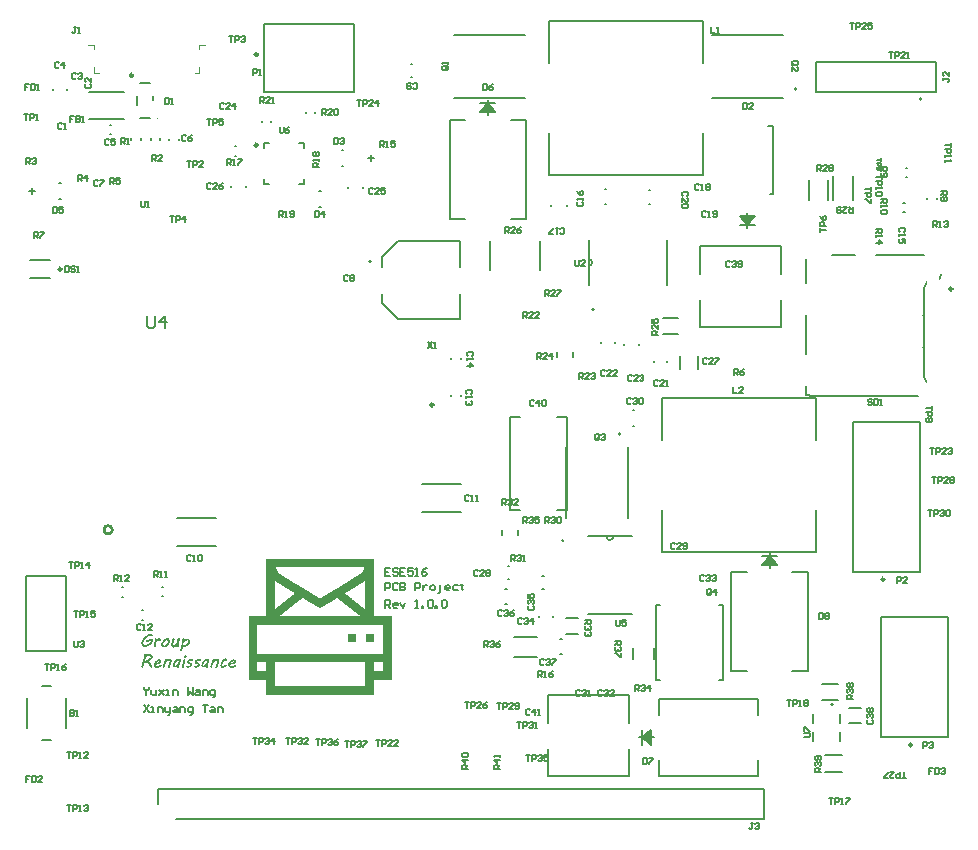
<source format=gto>
G04*
G04 #@! TF.GenerationSoftware,Altium Limited,Altium Designer,21.6.1 (37)*
G04*
G04 Layer_Color=65535*
%FSLAX25Y25*%
%MOIN*%
G70*
G04*
G04 #@! TF.SameCoordinates,18CB3FBA-EE43-4B35-A7A6-DE1691C197D8*
G04*
G04*
G04 #@! TF.FilePolarity,Positive*
G04*
G01*
G75*
%ADD10C,0.00984*%
%ADD11C,0.00787*%
%ADD12C,0.00600*%
%ADD13C,0.01000*%
%ADD14C,0.00394*%
%ADD15C,0.00500*%
%ADD16C,0.00800*%
G36*
X119565Y84174D02*
Y84081D01*
Y73095D01*
X125524D01*
Y51961D01*
X119565D01*
Y47027D01*
X83815D01*
Y51961D01*
X77856D01*
Y73095D01*
X83815D01*
Y92273D01*
X119565D01*
Y84174D01*
D02*
G37*
G36*
X45310Y67293D02*
X45402Y67275D01*
X45411D01*
X45421Y67266D01*
X45476Y67247D01*
X45550Y67210D01*
X45633Y67164D01*
X45643D01*
X45652Y67155D01*
X45689Y67118D01*
X45744Y67062D01*
X45800Y66988D01*
X45809Y66970D01*
X45837Y66923D01*
X45865Y66849D01*
X45874Y66757D01*
Y66748D01*
Y66720D01*
X45865Y66683D01*
X45855Y66637D01*
Y66618D01*
X45846Y66590D01*
X45828Y66544D01*
Y66535D01*
X45809Y66516D01*
X45787Y66494D01*
X45781Y66461D01*
X45754Y66405D01*
X45735Y66387D01*
X45717Y66378D01*
X45689D01*
X45633Y66368D01*
X45615D01*
X45569Y66378D01*
X45513Y66387D01*
X45448Y66415D01*
X45439Y66424D01*
X45411Y66452D01*
X45374Y66489D01*
X45328Y66526D01*
X45319Y66535D01*
X45291Y66563D01*
X45226Y66618D01*
X45217Y66627D01*
X45199Y66637D01*
X45180Y66646D01*
X45143Y66655D01*
X45060D01*
X45032Y66646D01*
X44986Y66637D01*
X44930Y66618D01*
X44856Y66590D01*
X44773Y66553D01*
X44588Y66470D01*
X44579Y66461D01*
X44542Y66442D01*
X44496Y66415D01*
X44431Y66378D01*
X44357Y66331D01*
X44264Y66276D01*
X44079Y66137D01*
X44070Y66128D01*
X44033Y66109D01*
X43987Y66063D01*
X43922Y66017D01*
X43848Y65952D01*
X43774Y65878D01*
X43598Y65712D01*
X43589Y65702D01*
X43561Y65675D01*
X43515Y65619D01*
X43460Y65564D01*
X43395Y65480D01*
X43330Y65397D01*
X43182Y65212D01*
X43173Y65203D01*
X43154Y65166D01*
X43117Y65120D01*
X43080Y65055D01*
X43034Y64972D01*
X42988Y64888D01*
X42905Y64694D01*
Y64685D01*
X42886Y64648D01*
X42877Y64602D01*
X42858Y64537D01*
X42840Y64463D01*
X42821Y64370D01*
X42812Y64287D01*
X42803Y64195D01*
Y64185D01*
Y64167D01*
X42812Y64130D01*
Y64084D01*
X42840Y63982D01*
X42886Y63880D01*
Y63871D01*
X42905Y63852D01*
X42923Y63825D01*
X42951Y63788D01*
X42988Y63732D01*
X43034Y63667D01*
X43090Y63593D01*
X43154Y63510D01*
X43164Y63519D01*
X43191Y63538D01*
X43238D01*
X43302Y63529D01*
X43312D01*
X43321Y63519D01*
X43367Y63510D01*
X43432Y63501D01*
X43506Y63492D01*
X43524D01*
X43571Y63501D01*
X43635Y63510D01*
X43709Y63529D01*
X43719D01*
X43728Y63538D01*
X43783Y63556D01*
X43857Y63584D01*
X43950Y63621D01*
X43959D01*
X43968Y63630D01*
X44033Y63667D01*
X44107Y63704D01*
X44200Y63760D01*
X44209D01*
X44218Y63769D01*
X44283Y63806D01*
X44366Y63852D01*
X44468Y63908D01*
X44477Y63917D01*
X44514Y63945D01*
X44560Y63982D01*
X44616Y64037D01*
X44690Y64102D01*
X44773Y64176D01*
X44847Y64269D01*
X44930Y64361D01*
X44940Y64370D01*
X44967Y64407D01*
X45004Y64463D01*
X45051Y64537D01*
X45106Y64629D01*
X45171Y64722D01*
X45260Y64899D01*
X45254Y64898D01*
X45245D01*
X45208Y64879D01*
X45143Y64861D01*
X45069Y64833D01*
X45051Y64824D01*
X45004Y64805D01*
X44921Y64777D01*
X44819Y64740D01*
X44810D01*
X44792Y64731D01*
X44773Y64722D01*
X44736Y64713D01*
X44653Y64685D01*
X44560Y64657D01*
X44551D01*
X44542Y64648D01*
X44496Y64639D01*
X44431Y64611D01*
X44357Y64583D01*
X44348D01*
X44311Y64565D01*
X44274Y64555D01*
X44237Y64546D01*
X44227D01*
X44190Y64528D01*
X44172Y64518D01*
X44126Y64500D01*
X44107Y64491D01*
X44061Y64472D01*
X44052D01*
X44042Y64463D01*
X43987Y64454D01*
X43941D01*
X43894Y64463D01*
X43848Y64481D01*
X43839Y64491D01*
X43811Y64509D01*
X43737Y64565D01*
X43728Y64574D01*
X43719Y64602D01*
X43691Y64639D01*
X43672Y64685D01*
Y64694D01*
X43663Y64731D01*
X43654Y64768D01*
Y64824D01*
Y64833D01*
Y64851D01*
X43663Y64907D01*
X43691Y64981D01*
X43737Y65055D01*
X43756Y65073D01*
X43793Y65101D01*
X43848Y65138D01*
X43922Y65175D01*
X43931D01*
X43941Y65184D01*
X43987Y65203D01*
X44052Y65221D01*
X44126Y65231D01*
X44144D01*
X44190Y65240D01*
X44255D01*
X44311Y65249D01*
X44329Y65258D01*
X44338D01*
X44348Y65268D01*
X44385Y65277D01*
X44394D01*
X44403Y65286D01*
X44449Y65295D01*
X44459D01*
X44477Y65305D01*
X44496Y65314D01*
X44523D01*
X44542Y65323D01*
X44588Y65342D01*
X44616Y65360D01*
X44662Y65379D01*
X44671D01*
X44690Y65388D01*
X44708Y65397D01*
X44745Y65416D01*
X44829Y65443D01*
X44921Y65480D01*
X44930D01*
X44940Y65490D01*
X44995Y65508D01*
X45078Y65536D01*
X45180Y65564D01*
X45189D01*
X45208Y65573D01*
X45236D01*
X45263Y65582D01*
X45347Y65591D01*
X45430Y65601D01*
X45504D01*
X45569Y65582D01*
X45643Y65564D01*
X45652D01*
X45661Y65554D01*
X45698Y65536D01*
X45754Y65499D01*
X45809Y65453D01*
X45818Y65443D01*
X45846Y65406D01*
X45883Y65351D01*
X45911Y65286D01*
X45920Y65268D01*
X45929Y65231D01*
X45939Y65166D01*
X45948Y65092D01*
Y65083D01*
Y65064D01*
X45939Y64999D01*
Y64990D01*
Y64972D01*
X45920Y64907D01*
Y64888D01*
X45902Y64842D01*
X45883Y64777D01*
X45855Y64694D01*
X45809Y64592D01*
X45763Y64481D01*
X45643Y64250D01*
X45633Y64241D01*
X45606Y64204D01*
X45569Y64148D01*
X45522Y64074D01*
X45458Y63991D01*
X45374Y63908D01*
X45291Y63815D01*
X45199Y63723D01*
X45189Y63714D01*
X45152Y63686D01*
X45106Y63640D01*
X45032Y63584D01*
X44958Y63510D01*
X44856Y63445D01*
X44755Y63371D01*
X44644Y63297D01*
X44634Y63288D01*
X44588Y63270D01*
X44533Y63242D01*
X44449Y63205D01*
X44348Y63159D01*
X44237Y63122D01*
X44116Y63075D01*
X43987Y63048D01*
X43941Y63001D01*
X43950D01*
Y62992D01*
X43941Y62974D01*
X43931Y62964D01*
X43904Y62955D01*
X43894D01*
X43857Y62946D01*
X43802Y62937D01*
X43746Y62918D01*
X43737D01*
X43700Y62909D01*
X43645Y62900D01*
X43589Y62881D01*
X43543D01*
X43497Y62872D01*
X43302D01*
X43238Y62881D01*
X43228D01*
X43191Y62890D01*
X43145D01*
X43099Y62900D01*
X43090D01*
X43062Y62909D01*
X42988Y62927D01*
X42979D01*
X42969Y62937D01*
X42923Y62964D01*
X42914D01*
X42895Y62974D01*
X42858Y62992D01*
X42821Y63020D01*
X42720Y63075D01*
X42599Y63149D01*
X42590Y63159D01*
X42572Y63168D01*
X42544Y63196D01*
X42516Y63233D01*
X42433Y63316D01*
X42350Y63418D01*
Y63427D01*
X42331Y63445D01*
X42313Y63473D01*
X42294Y63519D01*
X42239Y63621D01*
X42183Y63751D01*
Y63760D01*
X42174Y63788D01*
X42165Y63825D01*
X42155Y63871D01*
X42146Y63926D01*
X42137Y64000D01*
X42128Y64148D01*
Y64158D01*
Y64185D01*
Y64232D01*
X42137Y64296D01*
X42146Y64361D01*
X42155Y64444D01*
X42192Y64620D01*
Y64629D01*
X42211Y64666D01*
X42220Y64713D01*
X42248Y64768D01*
X42276Y64842D01*
X42313Y64925D01*
X42396Y65110D01*
X42405Y65120D01*
X42424Y65157D01*
X42442Y65203D01*
X42479Y65268D01*
X42525Y65342D01*
X42572Y65425D01*
X42692Y65601D01*
X42701Y65610D01*
X42720Y65638D01*
X42757Y65693D01*
X42803Y65749D01*
X42858Y65823D01*
X42923Y65897D01*
X43062Y66063D01*
X43071Y66072D01*
X43099Y66100D01*
X43136Y66146D01*
X43191Y66202D01*
X43256Y66257D01*
X43321Y66331D01*
X43478Y66470D01*
X43487Y66479D01*
X43515Y66498D01*
X43561Y66535D01*
X43608Y66581D01*
X43672Y66637D01*
X43746Y66692D01*
X43904Y66803D01*
X43913D01*
X43922Y66822D01*
X43950Y66831D01*
X43987Y66859D01*
X44079Y66914D01*
X44181Y66979D01*
X44190D01*
X44209Y66997D01*
X44237Y67016D01*
X44283Y67034D01*
X44385Y67090D01*
X44496Y67145D01*
X44505D01*
X44523Y67155D01*
X44551Y67173D01*
X44597Y67192D01*
X44699Y67229D01*
X44819Y67266D01*
X44829D01*
X44847Y67275D01*
X44884Y67284D01*
X44921Y67293D01*
X45023Y67303D01*
X45143Y67312D01*
X45226D01*
X45310Y67293D01*
D02*
G37*
G36*
X46956Y65804D02*
X47012Y65795D01*
X47067Y65767D01*
X47076Y65758D01*
X47104Y65739D01*
X47141Y65702D01*
X47169Y65656D01*
X47178Y65647D01*
X47187Y65610D01*
X47206Y65564D01*
X47215Y65508D01*
Y65499D01*
X47224Y65462D01*
Y65406D01*
Y65351D01*
Y65342D01*
Y65332D01*
Y65323D01*
X47215Y65305D01*
Y65277D01*
Y65249D01*
X47224Y65240D01*
Y65258D01*
Y65268D01*
Y65305D01*
Y65323D01*
X47252Y65351D01*
X47280Y65388D01*
X47289Y65397D01*
X47298Y65406D01*
X47345Y65453D01*
X47409Y65508D01*
X47493Y65564D01*
X47502D01*
X47511Y65582D01*
X47567Y65610D01*
X47641Y65656D01*
X47733Y65693D01*
X47742D01*
X47752Y65702D01*
X47779Y65712D01*
X47816Y65721D01*
X47900Y65739D01*
X48001Y65749D01*
X48066D01*
X48103Y65739D01*
X48112D01*
X48140Y65730D01*
X48214Y65712D01*
X48223D01*
X48251Y65702D01*
X48297Y65693D01*
X48344Y65665D01*
X48353Y65656D01*
X48390Y65647D01*
X48436Y65619D01*
X48482Y65591D01*
X48492D01*
X48501Y65573D01*
X48547Y65536D01*
X48612Y65471D01*
X48667Y65379D01*
Y65369D01*
X48677Y65360D01*
X48704Y65305D01*
X48732Y65231D01*
X48741Y65138D01*
Y65129D01*
Y65101D01*
X48732Y65064D01*
X48714Y65018D01*
Y65009D01*
X48704Y64981D01*
X48686Y64944D01*
X48658Y64907D01*
X48649Y64898D01*
X48640Y64879D01*
X48612Y64851D01*
X48575Y64824D01*
X48566Y64814D01*
X48538Y64805D01*
X48501Y64796D01*
X48445Y64787D01*
X48399D01*
X48353Y64796D01*
X48297Y64814D01*
X48288Y64824D01*
X48251Y64833D01*
X48205Y64861D01*
X48159Y64888D01*
Y64898D01*
X48140Y64907D01*
X48103Y64953D01*
Y64962D01*
X48085Y64972D01*
X48057Y65018D01*
Y65027D01*
X48048Y65036D01*
X48020Y65073D01*
Y65083D01*
Y65092D01*
X47946D01*
X47909Y65083D01*
X47816Y65064D01*
X47724Y65018D01*
X47715D01*
X47705Y65009D01*
X47650Y64972D01*
X47576Y64916D01*
X47493Y64842D01*
X47483D01*
X47474Y64824D01*
X47428Y64777D01*
X47354Y64703D01*
X47280Y64611D01*
Y64602D01*
X47261Y64592D01*
X47224Y64537D01*
X47169Y64463D01*
X47113Y64398D01*
Y64389D01*
X47104Y64361D01*
X47095Y64324D01*
X47076Y64269D01*
X47058Y64204D01*
X47039Y64121D01*
X47012Y64028D01*
X46984Y63926D01*
Y63917D01*
X46975Y63880D01*
X46956Y63825D01*
X46947Y63751D01*
X46919Y63658D01*
X46901Y63556D01*
X46845Y63334D01*
Y63270D01*
Y63260D01*
Y63223D01*
Y63159D01*
X46836Y63085D01*
Y63066D01*
Y63020D01*
X46817Y62964D01*
X46799Y62900D01*
X46790Y62890D01*
X46771Y62863D01*
X46725Y62835D01*
X46679Y62807D01*
X46669Y62798D01*
X46632Y62789D01*
X46577Y62779D01*
X46503Y62770D01*
X46475D01*
X46447Y62779D01*
X46410D01*
X46336Y62807D01*
X46262Y62863D01*
Y62872D01*
X46253Y62881D01*
X46225Y62927D01*
X46198Y63001D01*
X46188Y63094D01*
Y63103D01*
Y63131D01*
X46198Y63168D01*
X46207Y63214D01*
Y63223D01*
X46216Y63251D01*
X46225Y63297D01*
X46235Y63353D01*
X46244Y63418D01*
X46262Y63501D01*
X46290Y63677D01*
Y63686D01*
X46299Y63723D01*
X46309Y63769D01*
X46327Y63834D01*
X46346Y63917D01*
X46364Y64000D01*
X46401Y64176D01*
Y64185D01*
X46410Y64222D01*
X46420Y64269D01*
X46438Y64333D01*
X46447Y64407D01*
X46466Y64481D01*
X46503Y64657D01*
Y64666D01*
X46512Y64694D01*
X46521Y64740D01*
X46531Y64805D01*
X46540Y64870D01*
X46558Y64953D01*
X46586Y65110D01*
Y65120D01*
Y65129D01*
Y65157D01*
Y65166D01*
Y65175D01*
Y65212D01*
Y65221D01*
Y65231D01*
Y65277D01*
Y65342D01*
X46595Y65406D01*
Y65425D01*
X46605Y65462D01*
X46614Y65517D01*
X46632Y65582D01*
Y65591D01*
X46642Y65601D01*
X46660Y65656D01*
X46688Y65712D01*
X46725Y65758D01*
X46734Y65767D01*
X46771Y65786D01*
X46817Y65804D01*
X46891Y65813D01*
X46910D01*
X46956Y65804D01*
D02*
G37*
G36*
X54634Y65943D02*
X54689Y65934D01*
X54698D01*
X54735Y65915D01*
X54772Y65897D01*
X54809Y65860D01*
X54819Y65850D01*
X54837Y65823D01*
X54865Y65776D01*
X54883Y65721D01*
X54893Y65712D01*
X54902Y65665D01*
X54911Y65610D01*
Y65527D01*
Y65517D01*
Y65508D01*
Y65471D01*
X54902Y65434D01*
Y65388D01*
X54893Y65332D01*
X54865Y65194D01*
Y65184D01*
X54856Y65157D01*
Y65120D01*
X54837Y65073D01*
X54819Y64953D01*
X54782Y64824D01*
Y64814D01*
Y64805D01*
X54763Y64750D01*
X54745Y64676D01*
X54726Y64583D01*
Y64574D01*
Y64565D01*
X54708Y64509D01*
X54698Y64435D01*
X54680Y64352D01*
Y64343D01*
Y64333D01*
X54671Y64287D01*
X54661Y64213D01*
X54643Y64130D01*
Y64121D01*
Y64111D01*
Y64065D01*
X54634Y64000D01*
Y63926D01*
Y63917D01*
Y63899D01*
Y63871D01*
Y63825D01*
Y63732D01*
X54643Y63612D01*
Y63603D01*
Y63584D01*
Y63556D01*
X54652Y63519D01*
Y63418D01*
Y63307D01*
Y63297D01*
Y63270D01*
Y63223D01*
X54643Y63168D01*
Y63159D01*
Y63131D01*
Y63094D01*
X54634Y63066D01*
Y63057D01*
X54624Y63048D01*
X54606Y62992D01*
X54569Y62927D01*
X54523Y62863D01*
X54513Y62853D01*
X54476Y62835D01*
X54402Y62807D01*
X54310Y62798D01*
X54254D01*
X54199Y62807D01*
X54143Y62826D01*
X54134D01*
X54106Y62844D01*
X54069Y62853D01*
X54042Y62881D01*
X54032Y62890D01*
X54023Y62909D01*
X54005Y62937D01*
X53995Y62974D01*
Y62983D01*
X53986Y63011D01*
X53977Y63075D01*
X53954Y63485D01*
X53903Y63427D01*
X53820Y63316D01*
X53810Y63307D01*
X53801Y63288D01*
X53773Y63260D01*
X53746Y63223D01*
X53662Y63122D01*
X53561Y63020D01*
X53551Y63011D01*
X53533Y63001D01*
X53505Y62974D01*
X53468Y62937D01*
X53366Y62863D01*
X53237Y62789D01*
X53228D01*
X53209Y62770D01*
X53172Y62761D01*
X53126Y62742D01*
X53070Y62724D01*
X53006Y62715D01*
X52858Y62696D01*
X52821D01*
X52784Y62705D01*
X52737Y62724D01*
X52728D01*
X52700Y62733D01*
X52654Y62752D01*
X52599Y62770D01*
X52589Y62779D01*
X52562Y62789D01*
X52515Y62807D01*
X52469Y62835D01*
X52460Y62844D01*
X52432Y62863D01*
X52395Y62881D01*
X52367Y62909D01*
X52358Y62918D01*
X52340Y62937D01*
X52312Y62974D01*
X52275Y63020D01*
X52192Y63131D01*
X52145Y63196D01*
X52118Y63270D01*
Y63279D01*
X52108Y63307D01*
X52099Y63344D01*
X52081Y63399D01*
X52071Y63455D01*
X52053Y63529D01*
X52044Y63677D01*
Y63686D01*
Y63695D01*
Y63751D01*
X52053Y63825D01*
X52062Y63908D01*
Y63917D01*
Y63926D01*
X52071Y63973D01*
X52090Y64047D01*
X52099Y64121D01*
Y64130D01*
X52108Y64139D01*
X52118Y64185D01*
X52136Y64250D01*
X52155Y64315D01*
X52164Y64333D01*
X52173Y64370D01*
X52182Y64426D01*
X52201Y64481D01*
Y64491D01*
X52210Y64509D01*
X52219Y64537D01*
X52238Y64583D01*
X52247Y64629D01*
X52266Y64694D01*
X52303Y64833D01*
Y64842D01*
X52312Y64870D01*
X52321Y64907D01*
X52330Y64953D01*
X52358Y65064D01*
X52377Y65166D01*
Y65175D01*
X52386Y65184D01*
X52395Y65240D01*
X52414Y65314D01*
X52432Y65388D01*
X52441Y65406D01*
X52451Y65443D01*
X52460Y65490D01*
X52478Y65545D01*
Y65554D01*
X52488Y65582D01*
X52525Y65638D01*
X52534Y65647D01*
X52543Y65665D01*
X52580Y65712D01*
X52589Y65721D01*
X52599Y65730D01*
X52645Y65749D01*
X52654D01*
X52663Y65758D01*
X52710Y65767D01*
X52737D01*
X52793Y65758D01*
X52821D01*
X52876Y65749D01*
X52885D01*
X52913Y65739D01*
X52969Y65730D01*
X52987D01*
X53033Y65712D01*
X53080Y65684D01*
X53126Y65638D01*
X53135Y65628D01*
X53154Y65591D01*
X53163Y65536D01*
X53172Y65462D01*
Y65453D01*
Y65416D01*
X53163Y65360D01*
X53144Y65305D01*
Y65286D01*
X53126Y65240D01*
X53107Y65175D01*
X53080Y65083D01*
X53052Y64990D01*
X53024Y64879D01*
X52987Y64768D01*
X52959Y64666D01*
Y64657D01*
X52950Y64620D01*
X52932Y64574D01*
X52913Y64509D01*
X52867Y64370D01*
X52821Y64213D01*
Y64204D01*
X52811Y64185D01*
X52802Y64148D01*
X52793Y64102D01*
X52765Y64010D01*
X52737Y63908D01*
Y63899D01*
Y63889D01*
X52728Y63843D01*
X52719Y63788D01*
X52710Y63732D01*
Y63723D01*
Y63695D01*
Y63649D01*
X52719Y63593D01*
Y63584D01*
X52728Y63556D01*
X52747Y63519D01*
X52765Y63473D01*
X52774Y63464D01*
X52784Y63445D01*
X52830Y63381D01*
X52839D01*
X52858Y63371D01*
X52885Y63362D01*
X52913Y63353D01*
X52932D01*
X52978Y63362D01*
X53043Y63381D01*
X53126Y63418D01*
X53135D01*
X53144Y63427D01*
X53200Y63464D01*
X53274Y63519D01*
X53357Y63593D01*
X53366Y63603D01*
X53376Y63612D01*
X53431Y63667D01*
X53496Y63741D01*
X53561Y63825D01*
Y63834D01*
X53579Y63843D01*
X53616Y63899D01*
X53662Y63963D01*
X53709Y64028D01*
X53792Y64185D01*
Y64195D01*
X53801Y64204D01*
X53829Y64269D01*
X53866Y64352D01*
X53912Y64454D01*
Y64463D01*
X53921Y64481D01*
X53940Y64509D01*
X53949Y64555D01*
X53986Y64657D01*
X54023Y64768D01*
Y64777D01*
X54032Y64796D01*
X54042Y64833D01*
X54051Y64870D01*
X54079Y64972D01*
X54097Y65083D01*
Y65092D01*
X54106Y65110D01*
X54116Y65166D01*
X54134Y65249D01*
X54153Y65323D01*
X54227Y65702D01*
Y65712D01*
X54236Y65721D01*
X54245Y65776D01*
X54282Y65841D01*
X54319Y65897D01*
X54328Y65906D01*
X54375Y65924D01*
X54439Y65943D01*
X54532Y65952D01*
X54587D01*
X54634Y65943D01*
D02*
G37*
G36*
X56178Y65776D02*
X56262Y65767D01*
X56336Y65739D01*
X56354Y65730D01*
X56391Y65712D01*
X56428Y65665D01*
X56465Y65619D01*
X56474Y65610D01*
X56493Y65573D01*
X56511Y65517D01*
X56521Y65453D01*
Y65443D01*
X56530Y65406D01*
Y65379D01*
Y65360D01*
X56548Y65388D01*
X56567Y65406D01*
X56585Y65425D01*
X56622Y65453D01*
X56669Y65471D01*
X56678D01*
X56696Y65480D01*
X56724Y65490D01*
X56761Y65508D01*
X56854Y65545D01*
X56965Y65573D01*
X56974D01*
X56992Y65582D01*
X57020D01*
X57057Y65591D01*
X57150Y65610D01*
X57261Y65628D01*
X57288D01*
X57316Y65638D01*
X57353D01*
X57455Y65647D01*
X57640D01*
X57686Y65638D01*
X57816Y65610D01*
X57954Y65564D01*
X57964D01*
X57982Y65554D01*
X58019Y65536D01*
X58056Y65508D01*
X58149Y65443D01*
X58241Y65351D01*
X58250Y65342D01*
X58260Y65323D01*
X58278Y65295D01*
X58306Y65258D01*
X58371Y65157D01*
X58417Y65036D01*
Y65027D01*
X58426Y65009D01*
X58435Y64972D01*
X58445Y64925D01*
X58463Y64814D01*
X58472Y64685D01*
Y64676D01*
Y64648D01*
Y64611D01*
X58463Y64555D01*
X58445Y64426D01*
X58398Y64278D01*
Y64269D01*
X58389Y64241D01*
X58371Y64204D01*
X58352Y64158D01*
X58297Y64047D01*
X58213Y63926D01*
X58204Y63917D01*
X58195Y63899D01*
X58167Y63871D01*
X58139Y63834D01*
X58056Y63732D01*
X57945Y63621D01*
X57936Y63612D01*
X57917Y63593D01*
X57890Y63575D01*
X57853Y63538D01*
X57742Y63455D01*
X57612Y63362D01*
X57603Y63353D01*
X57584Y63344D01*
X57547Y63325D01*
X57501Y63297D01*
X57381Y63233D01*
X57242Y63159D01*
X57233D01*
X57214Y63140D01*
X57177Y63122D01*
X57131Y63103D01*
X57011Y63048D01*
X56881Y62992D01*
X56872D01*
X56863Y62983D01*
X56798Y62964D01*
X56724Y62937D01*
X56632Y62909D01*
X56613D01*
X56567Y62900D01*
X56502Y62890D01*
X56428Y62881D01*
X56345D01*
X56262Y62890D01*
X56169Y62909D01*
X56160D01*
X56151Y62918D01*
X56104Y62927D01*
X56049Y62964D01*
X56012Y63001D01*
Y62992D01*
X56003Y62974D01*
Y62946D01*
X55993Y62900D01*
X55966Y62798D01*
X55938Y62678D01*
Y62668D01*
X55929Y62650D01*
Y62613D01*
X55919Y62567D01*
X55892Y62465D01*
X55873Y62345D01*
Y62335D01*
X55864Y62298D01*
X55855Y62243D01*
X55836Y62169D01*
Y62160D01*
Y62150D01*
X55827Y62104D01*
X55808Y62039D01*
X55790Y61965D01*
Y61947D01*
X55781Y61910D01*
X55771Y61854D01*
X55753Y61790D01*
Y61780D01*
X55744Y61743D01*
X55734Y61688D01*
X55725Y61642D01*
Y61632D01*
X55707Y61614D01*
X55688Y61586D01*
X55660Y61558D01*
X55651Y61549D01*
X55633Y61540D01*
X55596Y61521D01*
X55559Y61503D01*
X55549D01*
X55522Y61494D01*
X55485Y61484D01*
X55448Y61475D01*
X55420D01*
X55355Y61466D01*
X55309D01*
X55263Y61475D01*
X55216Y61494D01*
X55161Y61521D01*
X55115Y61568D01*
X55078Y61623D01*
X55068Y61697D01*
Y61706D01*
Y61734D01*
X55078Y61799D01*
Y61808D01*
X55087Y61845D01*
X55105Y61891D01*
X55115Y61956D01*
X55133Y62030D01*
X55152Y62113D01*
X55189Y62271D01*
Y62280D01*
X55198Y62308D01*
X55207Y62345D01*
X55216Y62391D01*
X55244Y62511D01*
X55272Y62650D01*
Y62659D01*
X55281Y62678D01*
X55290Y62715D01*
X55300Y62761D01*
X55327Y62872D01*
X55346Y62983D01*
Y62992D01*
X55355Y63011D01*
Y63038D01*
X55364Y63075D01*
X55392Y63177D01*
X55411Y63297D01*
Y63307D01*
X55420Y63325D01*
X55429Y63362D01*
X55438Y63399D01*
X55457Y63510D01*
X55485Y63640D01*
Y63649D01*
X55494Y63677D01*
X55503Y63714D01*
X55512Y63760D01*
X55522Y63815D01*
X55540Y63889D01*
X55568Y64037D01*
X55707Y64731D01*
Y64740D01*
X55716Y64759D01*
Y64787D01*
X55725Y64833D01*
X55744Y64925D01*
X55753Y65018D01*
Y65027D01*
Y65036D01*
X55762Y65092D01*
X55771Y65166D01*
Y65249D01*
Y65258D01*
Y65268D01*
Y65323D01*
Y65388D01*
Y65462D01*
Y65480D01*
X55781Y65517D01*
X55790Y65573D01*
X55808Y65628D01*
X55818Y65638D01*
X55836Y65675D01*
X55864Y65702D01*
X55910Y65739D01*
X55919Y65749D01*
X55966Y65767D01*
X56021Y65776D01*
X56095Y65786D01*
X56123D01*
X56178Y65776D01*
D02*
G37*
G36*
X50804Y65869D02*
X50860Y65860D01*
X50998Y65823D01*
X51072Y65795D01*
X51137Y65749D01*
X51146Y65739D01*
X51165Y65730D01*
X51202Y65702D01*
X51239Y65665D01*
X51285Y65610D01*
X51331Y65554D01*
X51378Y65490D01*
X51424Y65406D01*
X51433Y65397D01*
X51442Y65369D01*
X51470Y65323D01*
X51489Y65277D01*
X51498Y65268D01*
X51507Y65240D01*
X51516Y65194D01*
X51535Y65138D01*
X51544Y65129D01*
X51553Y65092D01*
X51563Y65036D01*
X51572Y64981D01*
Y64962D01*
X51581Y64925D01*
Y64870D01*
Y64796D01*
Y64787D01*
Y64750D01*
Y64703D01*
X51572Y64639D01*
X51563Y64565D01*
X51553Y64481D01*
X51507Y64296D01*
Y64287D01*
X51498Y64250D01*
X51479Y64204D01*
X51452Y64139D01*
X51424Y64065D01*
X51387Y63982D01*
X51285Y63806D01*
X51276Y63797D01*
X51257Y63769D01*
X51230Y63723D01*
X51193Y63667D01*
X51146Y63593D01*
X51091Y63519D01*
X50952Y63353D01*
X50943Y63344D01*
X50915Y63316D01*
X50878Y63279D01*
X50823Y63223D01*
X50758Y63168D01*
X50684Y63103D01*
X50508Y62964D01*
X50499Y62955D01*
X50480Y62946D01*
X50443Y62927D01*
X50397Y62900D01*
X50342Y62872D01*
X50286Y62844D01*
X50138Y62789D01*
X50129D01*
X50101Y62779D01*
X50064Y62770D01*
X50009Y62761D01*
X49935Y62742D01*
X49861Y62733D01*
X49685Y62724D01*
X49592D01*
X49537Y62733D01*
X49398Y62752D01*
X49259Y62789D01*
X49250D01*
X49232Y62798D01*
X49195Y62816D01*
X49158Y62835D01*
X49056Y62890D01*
X48954Y62964D01*
X48945Y62974D01*
X48936Y62983D01*
X48917Y63011D01*
X48889Y63048D01*
X48834Y63140D01*
X48778Y63251D01*
Y63260D01*
X48769Y63279D01*
X48760Y63316D01*
X48751Y63362D01*
X48741Y63418D01*
X48732Y63482D01*
X48723Y63630D01*
Y63640D01*
Y63667D01*
Y63704D01*
X48732Y63751D01*
Y63815D01*
X48751Y63880D01*
X48778Y64037D01*
Y64047D01*
X48788Y64074D01*
X48797Y64111D01*
X48815Y64158D01*
X48834Y64213D01*
X48852Y64278D01*
X48917Y64426D01*
Y64435D01*
X48936Y64463D01*
X48954Y64509D01*
X48982Y64555D01*
X49019Y64620D01*
X49065Y64694D01*
X49167Y64851D01*
X49176Y64861D01*
X49195Y64888D01*
X49232Y64925D01*
X49269Y64981D01*
X49324Y65046D01*
X49389Y65120D01*
X49537Y65268D01*
X49546Y65277D01*
X49574Y65305D01*
X49620Y65342D01*
X49685Y65388D01*
X49759Y65453D01*
X49842Y65517D01*
X49944Y65582D01*
X50046Y65647D01*
X50055Y65656D01*
X50083Y65665D01*
X50129Y65693D01*
X50194Y65712D01*
X50203D01*
X50212Y65721D01*
X50258Y65730D01*
X50314Y65739D01*
X50369Y65749D01*
X50379Y65758D01*
X50388Y65767D01*
X50416Y65786D01*
X50462Y65813D01*
X50508Y65841D01*
X50564Y65860D01*
X50638Y65869D01*
X50712Y65878D01*
X50758D01*
X50804Y65869D01*
D02*
G37*
G36*
X56900Y60065D02*
X56937Y60047D01*
X56946D01*
X56965Y60028D01*
X57011Y60001D01*
X57020Y59991D01*
X57029Y59982D01*
X57057Y59945D01*
X57066D01*
X57103Y59936D01*
X57131Y59908D01*
X57168Y59862D01*
X57177Y59853D01*
X57187Y59825D01*
X57196Y59779D01*
X57205Y59723D01*
Y59714D01*
Y59686D01*
X57187Y59621D01*
Y59612D01*
Y59603D01*
X57177Y59557D01*
X57168Y59547D01*
X57159Y59510D01*
X57131Y59464D01*
X57094Y59418D01*
X57085Y59409D01*
X57057Y59381D01*
X57020Y59353D01*
X56965Y59316D01*
X56955Y59307D01*
X56918Y59298D01*
X56863Y59270D01*
X56807Y59251D01*
X56798D01*
X56761Y59242D01*
X56715Y59233D01*
X56613D01*
X56567Y59242D01*
X56521Y59261D01*
X56511Y59270D01*
X56493Y59288D01*
X56456Y59325D01*
X56419Y59381D01*
X56410Y59390D01*
X56391Y59409D01*
X56373Y59436D01*
X56363Y59464D01*
Y59473D01*
Y59483D01*
Y59529D01*
Y59538D01*
Y59557D01*
Y59603D01*
Y59612D01*
X56373Y59621D01*
X56382Y59649D01*
Y59658D01*
X56391Y59695D01*
X56410Y59751D01*
X56437Y59816D01*
Y59825D01*
X56447Y59834D01*
X56474Y59880D01*
X56521Y59936D01*
X56595Y60001D01*
X56604Y60010D01*
X56632Y60019D01*
X56669Y60038D01*
X56724Y60056D01*
X56743Y60065D01*
X56770Y60075D01*
X56807Y60084D01*
X56872D01*
X56900Y60065D01*
D02*
G37*
G36*
X64568Y58835D02*
X64624Y58817D01*
X64633Y58807D01*
X64670Y58798D01*
X64707Y58770D01*
X64744Y58733D01*
X64753Y58724D01*
X64772Y58706D01*
X64790Y58669D01*
X64809Y58622D01*
Y58613D01*
X64818Y58585D01*
X64827Y58548D01*
Y58502D01*
Y58484D01*
Y58447D01*
X64818Y58391D01*
X64799Y58336D01*
Y58326D01*
X64790Y58289D01*
X64772Y58243D01*
X64753Y58197D01*
X64365Y56634D01*
Y56624D01*
Y56615D01*
X64355Y56560D01*
Y56486D01*
X64346Y56402D01*
Y56393D01*
Y56384D01*
X64337Y56338D01*
X64328Y56273D01*
X64309Y56199D01*
Y56190D01*
X64300Y56180D01*
X64281Y56125D01*
Y56116D01*
X64272Y56097D01*
X64226Y56032D01*
X64217Y56023D01*
X64207Y56005D01*
X64180Y55986D01*
X64133Y55958D01*
X64124D01*
X64096Y55949D01*
X64050Y55940D01*
X63985Y55931D01*
X63930D01*
X63874Y55940D01*
X63819Y55949D01*
X63810D01*
X63782Y55958D01*
X63708Y55986D01*
X63699Y55995D01*
X63689Y56005D01*
X63652Y56051D01*
Y56060D01*
Y56079D01*
X63643Y56116D01*
Y56153D01*
Y56171D01*
Y56217D01*
X63652Y56282D01*
X63662Y56365D01*
Y56375D01*
X63671Y56384D01*
X63680Y56439D01*
X63689Y56513D01*
Y56587D01*
X63680Y56560D01*
X63643Y56504D01*
X63615Y56476D01*
X63578Y56439D01*
X63569D01*
X63560Y56421D01*
X63504Y56375D01*
X63421Y56319D01*
X63329Y56245D01*
X63319D01*
X63310Y56236D01*
X63282Y56217D01*
X63245Y56199D01*
X63162Y56143D01*
X63060Y56097D01*
X63051D01*
X63033Y56088D01*
X63014Y56079D01*
X62977Y56069D01*
X62894Y56042D01*
X62801Y56032D01*
X62737D01*
X62681Y56042D01*
X62607Y56060D01*
X62589Y56069D01*
X62552Y56079D01*
X62505Y56106D01*
X62450Y56134D01*
X62441Y56143D01*
X62422Y56162D01*
X62394Y56190D01*
X62357Y56217D01*
X62274Y56310D01*
X62209Y56402D01*
Y56412D01*
X62200Y56430D01*
X62191Y56458D01*
X62172Y56495D01*
X62145Y56597D01*
X62135Y56726D01*
Y56745D01*
Y56782D01*
Y56828D01*
X62145Y56883D01*
Y56902D01*
X62154Y56930D01*
X62172Y56985D01*
X62182Y57031D01*
Y57041D01*
X62191Y57059D01*
Y57087D01*
X62209Y57124D01*
X62237Y57216D01*
X62274Y57346D01*
X62330Y57494D01*
X62404Y57651D01*
X62487Y57808D01*
X62579Y57966D01*
Y57975D01*
X62589Y57984D01*
X62635Y58030D01*
X62690Y58114D01*
X62774Y58206D01*
X62875Y58317D01*
X62996Y58428D01*
X63134Y58548D01*
X63282Y58659D01*
X63292Y58669D01*
X63310Y58678D01*
X63347Y58696D01*
X63384Y58724D01*
X63495Y58770D01*
X63615Y58807D01*
X63625D01*
X63643Y58817D01*
X63680D01*
X63726Y58826D01*
X63828Y58835D01*
X63948Y58844D01*
X64041D01*
X64096Y58835D01*
X64115D01*
X64152Y58826D01*
X64198D01*
X64244Y58817D01*
X64254D01*
X64281Y58826D01*
X64355Y58835D01*
X64365D01*
X64383Y58844D01*
X64513D01*
X64568Y58835D01*
D02*
G37*
G36*
X55013D02*
X55068Y58817D01*
X55078Y58807D01*
X55115Y58798D01*
X55152Y58770D01*
X55189Y58733D01*
X55198Y58724D01*
X55216Y58706D01*
X55235Y58669D01*
X55253Y58622D01*
Y58613D01*
X55263Y58585D01*
X55272Y58548D01*
Y58502D01*
Y58484D01*
Y58447D01*
X55263Y58391D01*
X55244Y58336D01*
Y58326D01*
X55235Y58289D01*
X55216Y58243D01*
X55198Y58197D01*
X54809Y56634D01*
Y56624D01*
Y56615D01*
X54800Y56560D01*
Y56486D01*
X54791Y56402D01*
Y56393D01*
Y56384D01*
X54782Y56338D01*
X54772Y56273D01*
X54754Y56199D01*
Y56190D01*
X54745Y56180D01*
X54726Y56125D01*
Y56116D01*
X54717Y56097D01*
X54671Y56032D01*
X54661Y56023D01*
X54652Y56005D01*
X54624Y55986D01*
X54578Y55958D01*
X54569D01*
X54541Y55949D01*
X54495Y55940D01*
X54430Y55931D01*
X54375D01*
X54319Y55940D01*
X54264Y55949D01*
X54254D01*
X54227Y55958D01*
X54153Y55986D01*
X54143Y55995D01*
X54134Y56005D01*
X54097Y56051D01*
Y56060D01*
Y56079D01*
X54088Y56116D01*
Y56153D01*
Y56171D01*
Y56217D01*
X54097Y56282D01*
X54106Y56365D01*
Y56375D01*
X54116Y56384D01*
X54125Y56439D01*
X54134Y56513D01*
Y56587D01*
X54125Y56560D01*
X54088Y56504D01*
X54060Y56476D01*
X54023Y56439D01*
X54014D01*
X54005Y56421D01*
X53949Y56375D01*
X53866Y56319D01*
X53773Y56245D01*
X53764D01*
X53755Y56236D01*
X53727Y56217D01*
X53690Y56199D01*
X53607Y56143D01*
X53505Y56097D01*
X53496D01*
X53477Y56088D01*
X53459Y56079D01*
X53422Y56069D01*
X53339Y56042D01*
X53246Y56032D01*
X53181D01*
X53126Y56042D01*
X53052Y56060D01*
X53033Y56069D01*
X52996Y56079D01*
X52950Y56106D01*
X52895Y56134D01*
X52885Y56143D01*
X52867Y56162D01*
X52839Y56190D01*
X52802Y56217D01*
X52719Y56310D01*
X52654Y56402D01*
Y56412D01*
X52645Y56430D01*
X52636Y56458D01*
X52617Y56495D01*
X52589Y56597D01*
X52580Y56726D01*
Y56745D01*
Y56782D01*
Y56828D01*
X52589Y56883D01*
Y56902D01*
X52599Y56930D01*
X52617Y56985D01*
X52626Y57031D01*
Y57041D01*
X52636Y57059D01*
Y57087D01*
X52654Y57124D01*
X52682Y57216D01*
X52719Y57346D01*
X52774Y57494D01*
X52848Y57651D01*
X52932Y57808D01*
X53024Y57966D01*
Y57975D01*
X53033Y57984D01*
X53080Y58030D01*
X53135Y58114D01*
X53218Y58206D01*
X53320Y58317D01*
X53440Y58428D01*
X53579Y58548D01*
X53727Y58659D01*
X53736Y58669D01*
X53755Y58678D01*
X53792Y58696D01*
X53829Y58724D01*
X53940Y58770D01*
X54060Y58807D01*
X54069D01*
X54088Y58817D01*
X54125D01*
X54171Y58826D01*
X54273Y58835D01*
X54393Y58844D01*
X54486D01*
X54541Y58835D01*
X54560D01*
X54597Y58826D01*
X54643D01*
X54689Y58817D01*
X54698D01*
X54726Y58826D01*
X54800Y58835D01*
X54809D01*
X54828Y58844D01*
X54957D01*
X55013Y58835D01*
D02*
G37*
G36*
X61479Y58965D02*
X61497D01*
X61543Y58955D01*
X61617Y58946D01*
X61691Y58918D01*
X61701D01*
X61710Y58909D01*
X61747Y58891D01*
X61802Y58854D01*
X61858Y58798D01*
X61867Y58789D01*
X61895Y58743D01*
X61923Y58678D01*
X61932Y58595D01*
Y58585D01*
Y58567D01*
Y58539D01*
X61923Y58502D01*
Y58493D01*
X61913Y58465D01*
X61904Y58428D01*
X61886Y58382D01*
Y58373D01*
X61867Y58345D01*
X61849Y58308D01*
X61821Y58271D01*
X61812Y58262D01*
X61793Y58243D01*
X61747Y58225D01*
X61701Y58215D01*
X61654D01*
X61608Y58225D01*
X61562Y58243D01*
X61553Y58252D01*
X61534Y58262D01*
X61469Y58308D01*
X61460Y58317D01*
X61451Y58326D01*
X61405Y58363D01*
X61386Y58373D01*
X61340Y58382D01*
X61303D01*
X61257Y58373D01*
X61201Y58354D01*
X61183D01*
X61146Y58336D01*
X61090Y58317D01*
X61025Y58289D01*
X61007Y58280D01*
X60970Y58262D01*
X60914Y58234D01*
X60850Y58197D01*
X60840Y58188D01*
X60803Y58169D01*
X60748Y58132D01*
X60692Y58095D01*
X60683Y58086D01*
X60655Y58058D01*
X60618Y58021D01*
X60591Y57984D01*
X60581Y57975D01*
X60572Y57956D01*
X60563Y57938D01*
X60554Y57910D01*
Y57892D01*
X60572Y57864D01*
X60591Y57855D01*
X60609Y57845D01*
X60637Y57827D01*
X60646Y57818D01*
X60683Y57808D01*
X60720Y57781D01*
X60776Y57753D01*
X60794D01*
X60831Y57734D01*
X60877Y57716D01*
X60933Y57688D01*
X60942Y57679D01*
X60979Y57670D01*
X61035Y57642D01*
X61109Y57614D01*
X61118D01*
X61127Y57605D01*
X61164Y57596D01*
X61220Y57568D01*
X61266Y57549D01*
X61284Y57540D01*
X61321Y57522D01*
X61368Y57494D01*
X61414Y57457D01*
X61423Y57448D01*
X61451Y57429D01*
X61488Y57401D01*
X61534Y57364D01*
X61543Y57355D01*
X61562Y57327D01*
X61590Y57290D01*
X61617Y57235D01*
X61627Y57226D01*
X61636Y57189D01*
X61645Y57142D01*
Y57078D01*
Y57068D01*
Y57050D01*
X61636Y56994D01*
Y56985D01*
X61627Y56967D01*
Y56939D01*
X61617Y56902D01*
Y56893D01*
X61608Y56874D01*
X61599Y56837D01*
X61580Y56791D01*
Y56782D01*
X61571Y56754D01*
X61553Y56708D01*
X61534Y56661D01*
Y56652D01*
X61516Y56624D01*
X61497Y56587D01*
X61479Y56550D01*
Y56541D01*
X61460Y56523D01*
X61423Y56476D01*
X61414D01*
X61405Y56458D01*
X61377Y56439D01*
X61340Y56412D01*
X61247Y56347D01*
X61136Y56273D01*
X61127D01*
X61109Y56254D01*
X61081Y56236D01*
X61035Y56217D01*
X60933Y56162D01*
X60803Y56106D01*
X60794D01*
X60776Y56097D01*
X60739Y56079D01*
X60692Y56069D01*
X60581Y56032D01*
X60452Y55995D01*
X60443D01*
X60424Y55986D01*
X60387D01*
X60341Y55977D01*
X60239Y55968D01*
X60119Y55958D01*
X60073D01*
X60017Y55968D01*
X59943Y55986D01*
X59925Y55995D01*
X59888Y56005D01*
X59832Y56032D01*
X59767Y56060D01*
X59758Y56069D01*
X59721Y56097D01*
X59675Y56134D01*
X59629Y56180D01*
X59619Y56190D01*
X59601Y56227D01*
X59582Y56282D01*
X59573Y56338D01*
Y56347D01*
Y56365D01*
X59592Y56430D01*
X59601Y56439D01*
X59610Y56458D01*
X59647Y56513D01*
X59656Y56523D01*
X59675Y56532D01*
X59721Y56578D01*
X59730Y56587D01*
X59749Y56597D01*
X59777Y56606D01*
X59832D01*
X59869Y56597D01*
X59888D01*
X59925Y56587D01*
X59934D01*
X59943Y56578D01*
X59971Y56569D01*
X60119D01*
X60211Y56578D01*
X60332Y56597D01*
X60341D01*
X60359Y56606D01*
X60396D01*
X60433Y56615D01*
X60535Y56643D01*
X60646Y56671D01*
X60655D01*
X60674Y56680D01*
X60729Y56698D01*
X60803Y56726D01*
X60877Y56763D01*
X60896Y56772D01*
X60924Y56800D01*
X60961Y56828D01*
X60979Y56865D01*
Y56874D01*
X60988Y56883D01*
Y56911D01*
Y56920D01*
Y56930D01*
X60970Y56948D01*
X60951Y56967D01*
X60942Y56976D01*
X60924Y56994D01*
X60896Y57013D01*
X60850Y57041D01*
X60840Y57050D01*
X60803Y57068D01*
X60757Y57096D01*
X60692Y57115D01*
X60683Y57124D01*
X60646Y57133D01*
X60591Y57161D01*
X60535Y57179D01*
X60433Y57226D01*
X60415Y57235D01*
X60378Y57244D01*
X60332Y57272D01*
X60267Y57300D01*
X60258Y57309D01*
X60221Y57327D01*
X60174Y57364D01*
X60119Y57411D01*
X60110Y57420D01*
X60082Y57457D01*
X60045Y57503D01*
X59999Y57559D01*
X59989Y57577D01*
X59971Y57614D01*
X59952Y57670D01*
X59925Y57744D01*
Y57753D01*
X59915Y57771D01*
X59906Y57827D01*
Y57836D01*
Y57864D01*
X59897Y57929D01*
Y57947D01*
X59906Y57993D01*
X59925Y58058D01*
X59952Y58132D01*
Y58141D01*
X59962Y58151D01*
X59989Y58197D01*
X60036Y58271D01*
X60100Y58345D01*
Y58354D01*
X60119Y58363D01*
X60165Y58410D01*
X60230Y58474D01*
X60304Y58539D01*
X60313D01*
X60322Y58558D01*
X60378Y58595D01*
X60461Y58641D01*
X60554Y58696D01*
X60572Y58706D01*
X60609Y58733D01*
X60655Y58761D01*
X60720Y58798D01*
X60739Y58807D01*
X60776Y58835D01*
X60831Y58863D01*
X60896Y58891D01*
X60914Y58900D01*
X60951Y58918D01*
X61016Y58937D01*
X61081Y58955D01*
X61099D01*
X61146Y58965D01*
X61210Y58974D01*
X61405D01*
X61479Y58965D01*
D02*
G37*
G36*
X58953D02*
X58972D01*
X59018Y58955D01*
X59092Y58946D01*
X59166Y58918D01*
X59175D01*
X59185Y58909D01*
X59222Y58891D01*
X59277Y58854D01*
X59333Y58798D01*
X59342Y58789D01*
X59370Y58743D01*
X59397Y58678D01*
X59407Y58595D01*
Y58585D01*
Y58567D01*
Y58539D01*
X59397Y58502D01*
Y58493D01*
X59388Y58465D01*
X59379Y58428D01*
X59360Y58382D01*
Y58373D01*
X59342Y58345D01*
X59323Y58308D01*
X59296Y58271D01*
X59286Y58262D01*
X59268Y58243D01*
X59222Y58225D01*
X59175Y58215D01*
X59129D01*
X59083Y58225D01*
X59037Y58243D01*
X59027Y58252D01*
X59009Y58262D01*
X58944Y58308D01*
X58935Y58317D01*
X58926Y58326D01*
X58879Y58363D01*
X58861Y58373D01*
X58815Y58382D01*
X58778D01*
X58731Y58373D01*
X58676Y58354D01*
X58657D01*
X58620Y58336D01*
X58565Y58317D01*
X58500Y58289D01*
X58482Y58280D01*
X58445Y58262D01*
X58389Y58234D01*
X58324Y58197D01*
X58315Y58188D01*
X58278Y58169D01*
X58223Y58132D01*
X58167Y58095D01*
X58158Y58086D01*
X58130Y58058D01*
X58093Y58021D01*
X58065Y57984D01*
X58056Y57975D01*
X58047Y57956D01*
X58038Y57938D01*
X58028Y57910D01*
Y57892D01*
X58047Y57864D01*
X58065Y57855D01*
X58084Y57845D01*
X58112Y57827D01*
X58121Y57818D01*
X58158Y57808D01*
X58195Y57781D01*
X58250Y57753D01*
X58269D01*
X58306Y57734D01*
X58352Y57716D01*
X58408Y57688D01*
X58417Y57679D01*
X58454Y57670D01*
X58509Y57642D01*
X58583Y57614D01*
X58593D01*
X58602Y57605D01*
X58639Y57596D01*
X58694Y57568D01*
X58741Y57549D01*
X58759Y57540D01*
X58796Y57522D01*
X58842Y57494D01*
X58889Y57457D01*
X58898Y57448D01*
X58926Y57429D01*
X58963Y57401D01*
X59009Y57364D01*
X59018Y57355D01*
X59037Y57327D01*
X59064Y57290D01*
X59092Y57235D01*
X59101Y57226D01*
X59111Y57189D01*
X59120Y57142D01*
Y57078D01*
Y57068D01*
Y57050D01*
X59111Y56994D01*
Y56985D01*
X59101Y56967D01*
Y56939D01*
X59092Y56902D01*
Y56893D01*
X59083Y56874D01*
X59074Y56837D01*
X59055Y56791D01*
Y56782D01*
X59046Y56754D01*
X59027Y56708D01*
X59009Y56661D01*
Y56652D01*
X58990Y56624D01*
X58972Y56587D01*
X58953Y56550D01*
Y56541D01*
X58935Y56523D01*
X58898Y56476D01*
X58889D01*
X58879Y56458D01*
X58852Y56439D01*
X58815Y56412D01*
X58722Y56347D01*
X58611Y56273D01*
X58602D01*
X58583Y56254D01*
X58556Y56236D01*
X58509Y56217D01*
X58408Y56162D01*
X58278Y56106D01*
X58269D01*
X58250Y56097D01*
X58213Y56079D01*
X58167Y56069D01*
X58056Y56032D01*
X57927Y55995D01*
X57917D01*
X57899Y55986D01*
X57862D01*
X57816Y55977D01*
X57714Y55968D01*
X57594Y55958D01*
X57547D01*
X57492Y55968D01*
X57418Y55986D01*
X57399Y55995D01*
X57362Y56005D01*
X57307Y56032D01*
X57242Y56060D01*
X57233Y56069D01*
X57196Y56097D01*
X57150Y56134D01*
X57103Y56180D01*
X57094Y56190D01*
X57076Y56227D01*
X57057Y56282D01*
X57048Y56338D01*
Y56347D01*
Y56365D01*
X57066Y56430D01*
X57076Y56439D01*
X57085Y56458D01*
X57122Y56513D01*
X57131Y56523D01*
X57150Y56532D01*
X57196Y56578D01*
X57205Y56587D01*
X57224Y56597D01*
X57251Y56606D01*
X57307D01*
X57344Y56597D01*
X57362D01*
X57399Y56587D01*
X57409D01*
X57418Y56578D01*
X57446Y56569D01*
X57594D01*
X57686Y56578D01*
X57806Y56597D01*
X57816D01*
X57834Y56606D01*
X57871D01*
X57908Y56615D01*
X58010Y56643D01*
X58121Y56671D01*
X58130D01*
X58149Y56680D01*
X58204Y56698D01*
X58278Y56726D01*
X58352Y56763D01*
X58371Y56772D01*
X58398Y56800D01*
X58435Y56828D01*
X58454Y56865D01*
Y56874D01*
X58463Y56883D01*
Y56911D01*
Y56920D01*
Y56930D01*
X58445Y56948D01*
X58426Y56967D01*
X58417Y56976D01*
X58398Y56994D01*
X58371Y57013D01*
X58324Y57041D01*
X58315Y57050D01*
X58278Y57068D01*
X58232Y57096D01*
X58167Y57115D01*
X58158Y57124D01*
X58121Y57133D01*
X58065Y57161D01*
X58010Y57179D01*
X57908Y57226D01*
X57890Y57235D01*
X57853Y57244D01*
X57806Y57272D01*
X57742Y57300D01*
X57732Y57309D01*
X57695Y57327D01*
X57649Y57364D01*
X57594Y57411D01*
X57584Y57420D01*
X57557Y57457D01*
X57520Y57503D01*
X57473Y57559D01*
X57464Y57577D01*
X57446Y57614D01*
X57427Y57670D01*
X57399Y57744D01*
Y57753D01*
X57390Y57771D01*
X57381Y57827D01*
Y57836D01*
Y57864D01*
X57372Y57929D01*
Y57947D01*
X57381Y57993D01*
X57399Y58058D01*
X57427Y58132D01*
Y58141D01*
X57436Y58151D01*
X57464Y58197D01*
X57510Y58271D01*
X57575Y58345D01*
Y58354D01*
X57594Y58363D01*
X57640Y58410D01*
X57705Y58474D01*
X57779Y58539D01*
X57788D01*
X57797Y58558D01*
X57853Y58595D01*
X57936Y58641D01*
X58028Y58696D01*
X58047Y58706D01*
X58084Y58733D01*
X58130Y58761D01*
X58195Y58798D01*
X58213Y58807D01*
X58250Y58835D01*
X58306Y58863D01*
X58371Y58891D01*
X58389Y58900D01*
X58426Y58918D01*
X58491Y58937D01*
X58556Y58955D01*
X58574D01*
X58620Y58965D01*
X58685Y58974D01*
X58879D01*
X58953Y58965D01*
D02*
G37*
G36*
X70322Y59029D02*
X70386Y59020D01*
X70405D01*
X70442Y59002D01*
X70497Y58983D01*
X70553Y58946D01*
X70562Y58937D01*
X70599Y58909D01*
X70636Y58872D01*
X70673Y58817D01*
X70682Y58807D01*
X70701Y58770D01*
X70710Y58706D01*
X70719Y58632D01*
Y58622D01*
Y58585D01*
X70710Y58530D01*
X70692Y58474D01*
Y58465D01*
X70673Y58428D01*
X70655Y58373D01*
X70618Y58326D01*
X70608Y58317D01*
X70590Y58289D01*
X70544Y58252D01*
X70497Y58215D01*
X70488Y58206D01*
X70451Y58197D01*
X70396Y58178D01*
X70322Y58169D01*
X70275D01*
X70220Y58178D01*
X70174Y58197D01*
X70164Y58206D01*
X70137Y58215D01*
X70063Y58252D01*
X70053Y58262D01*
X70044Y58271D01*
X70007Y58289D01*
X69998Y58299D01*
X69989Y58308D01*
X69970Y58299D01*
X69933Y58271D01*
X69878Y58234D01*
X69804Y58178D01*
X69785Y58160D01*
X69739Y58123D01*
X69683Y58067D01*
X69609Y57993D01*
X69600Y57975D01*
X69563Y57929D01*
X69508Y57855D01*
X69452Y57771D01*
Y57762D01*
X69443Y57753D01*
X69415Y57697D01*
X69369Y57623D01*
X69323Y57531D01*
Y57522D01*
X69313Y57512D01*
X69286Y57457D01*
X69258Y57383D01*
X69221Y57290D01*
Y57281D01*
X69212Y57272D01*
X69193Y57216D01*
X69175Y57152D01*
X69156Y57087D01*
Y57078D01*
X69138Y57041D01*
X69128Y56985D01*
X69110Y56930D01*
Y56920D01*
Y56883D01*
X69101Y56828D01*
Y56763D01*
Y56754D01*
Y56726D01*
X69110Y56661D01*
Y56652D01*
X69119Y56634D01*
X69138Y56587D01*
X69147Y56569D01*
X69184Y56541D01*
X69212D01*
X69267Y56532D01*
X69323D01*
X69387Y56541D01*
X69452Y56550D01*
X69461D01*
X69471Y56560D01*
X69517Y56569D01*
X69572Y56587D01*
X69637Y56615D01*
X69656Y56624D01*
X69693Y56643D01*
X69757Y56671D01*
X69822Y56708D01*
X69841Y56717D01*
X69878Y56745D01*
X69942Y56782D01*
X70007Y56819D01*
X70016Y56828D01*
X70044Y56846D01*
X70081Y56874D01*
X70127Y56902D01*
X70137Y56911D01*
X70164Y56920D01*
X70229Y56967D01*
X70238Y56976D01*
X70266Y56985D01*
X70331Y57013D01*
X70340Y57022D01*
X70368Y57031D01*
X70396Y57041D01*
X70470D01*
X70507Y57022D01*
X70553Y57004D01*
X70562Y56994D01*
X70590Y56976D01*
X70608Y56939D01*
X70618Y56883D01*
Y56874D01*
Y56856D01*
X70608Y56819D01*
X70599Y56772D01*
Y56763D01*
X70590Y56754D01*
X70571Y56698D01*
X70525Y56624D01*
X70479Y56550D01*
X70470Y56532D01*
X70433Y56495D01*
X70377Y56439D01*
X70312Y56375D01*
X70294Y56365D01*
X70257Y56328D01*
X70192Y56291D01*
X70118Y56245D01*
X70100Y56236D01*
X70053Y56208D01*
X69998Y56180D01*
X69924Y56143D01*
X69915D01*
X69887Y56125D01*
X69850Y56106D01*
X69804Y56088D01*
X69739Y56060D01*
X69674Y56042D01*
X69526Y55995D01*
X69517D01*
X69498Y55986D01*
X69461Y55977D01*
X69415D01*
X69304Y55958D01*
X69193Y55949D01*
X69128D01*
X69082Y55958D01*
X69073D01*
X69045Y55968D01*
X69008D01*
X68971Y55977D01*
X68962Y55986D01*
X68925Y55995D01*
X68879Y56023D01*
X68823Y56060D01*
X68703Y56153D01*
X68647Y56208D01*
X68592Y56273D01*
X68583Y56282D01*
X68573Y56310D01*
X68555Y56347D01*
X68536Y56402D01*
X68509Y56467D01*
X68490Y56550D01*
X68481Y56634D01*
X68472Y56726D01*
Y56735D01*
Y56745D01*
Y56800D01*
X68481Y56865D01*
X68490Y56948D01*
Y56957D01*
Y56967D01*
X68499Y57022D01*
X68518Y57087D01*
X68536Y57152D01*
Y57161D01*
X68546Y57198D01*
X68564Y57253D01*
X68583Y57318D01*
X68610Y57401D01*
X68638Y57494D01*
X68712Y57679D01*
X68721Y57688D01*
X68731Y57725D01*
X68758Y57771D01*
X68786Y57836D01*
X68823Y57910D01*
X68869Y57993D01*
X68980Y58169D01*
X68990Y58178D01*
X69008Y58206D01*
X69045Y58252D01*
X69091Y58317D01*
X69147Y58382D01*
X69212Y58456D01*
X69350Y58613D01*
X69360Y58622D01*
X69387Y58650D01*
X69424Y58687D01*
X69480Y58733D01*
X69554Y58780D01*
X69628Y58844D01*
X69804Y58946D01*
X69822Y58955D01*
X69859Y58974D01*
X69915Y58992D01*
X69989Y59011D01*
X69998D01*
X70007Y59020D01*
X70053Y59029D01*
X70118Y59039D01*
X70257D01*
X70322Y59029D01*
D02*
G37*
G36*
X43497Y60556D02*
X43543Y60546D01*
X43552D01*
X43589Y60537D01*
X43635Y60528D01*
X43682Y60509D01*
X43691D01*
X43719Y60500D01*
X43765Y60491D01*
X43811Y60472D01*
X43857D01*
X43894Y60463D01*
X44061D01*
X44089Y60472D01*
X44126D01*
X44181Y60482D01*
X44190D01*
X44237Y60491D01*
X44385D01*
X44440Y60500D01*
X44727D01*
X44810Y60491D01*
X44893D01*
X44967Y60482D01*
X45060Y60463D01*
X45078D01*
X45134Y60445D01*
X45217Y60426D01*
X45310Y60398D01*
X45319D01*
X45337Y60389D01*
X45393Y60371D01*
X45476Y60334D01*
X45559Y60287D01*
X45569D01*
X45578Y60278D01*
X45633Y60241D01*
X45698Y60176D01*
X45763Y60102D01*
X45781Y60084D01*
X45818Y60038D01*
X45865Y59954D01*
X45902Y59853D01*
X45911Y59843D01*
X45920Y59806D01*
X45929Y59760D01*
Y59714D01*
Y59705D01*
X45939Y59677D01*
Y59603D01*
Y59594D01*
Y59566D01*
Y59529D01*
X45929Y59483D01*
X45902Y59353D01*
X45846Y59214D01*
X45837Y59205D01*
X45828Y59177D01*
X45800Y59140D01*
X45772Y59094D01*
X45670Y58965D01*
X45550Y58826D01*
X45541Y58817D01*
X45522Y58798D01*
X45476Y58761D01*
X45430Y58715D01*
X45365Y58669D01*
X45300Y58613D01*
X45134Y58493D01*
X45115Y58484D01*
X45069Y58456D01*
X45004Y58410D01*
X44921Y58363D01*
X44912D01*
X44903Y58354D01*
X44847Y58326D01*
X44773Y58289D01*
X44690Y58243D01*
X44681D01*
X44671Y58234D01*
X44625Y58206D01*
X44551Y58169D01*
X44477Y58132D01*
X44459Y58123D01*
X44422Y58104D01*
X44399Y58099D01*
X44412Y58095D01*
X44468Y58077D01*
X44542Y58040D01*
X44551D01*
X44560Y58030D01*
X44607Y58003D01*
X44681Y57956D01*
X44755Y57901D01*
X44764D01*
X44773Y57892D01*
X44829Y57845D01*
X44903Y57790D01*
X44986Y57707D01*
X44995Y57697D01*
X45004Y57688D01*
X45060Y57633D01*
X45134Y57549D01*
X45226Y57438D01*
X45236Y57429D01*
X45245Y57411D01*
X45273Y57374D01*
X45300Y57337D01*
X45337Y57281D01*
X45384Y57216D01*
X45476Y57059D01*
X45485Y57050D01*
X45495Y57022D01*
X45522Y56976D01*
X45559Y56911D01*
X45596Y56837D01*
X45643Y56745D01*
X45689Y56652D01*
X45744Y56541D01*
X45754Y56523D01*
X45772Y56486D01*
X45781Y56430D01*
X45791Y56365D01*
Y56356D01*
Y56319D01*
X45781Y56273D01*
X45763Y56217D01*
X45754Y56208D01*
X45744Y56180D01*
X45717Y56134D01*
X45680Y56088D01*
X45670Y56079D01*
X45652Y56060D01*
X45606Y56023D01*
X45559Y55995D01*
X45550D01*
X45513Y55986D01*
X45458Y55977D01*
X45402Y55968D01*
X45384D01*
X45319Y55977D01*
X45254Y56005D01*
X45180Y56051D01*
X45171Y56069D01*
X45134Y56116D01*
X45088Y56180D01*
X45041Y56264D01*
Y56273D01*
X45032Y56282D01*
X45014Y56310D01*
X45004Y56347D01*
X44958Y56439D01*
X44912Y56550D01*
Y56560D01*
X44903Y56578D01*
X44884Y56606D01*
X44866Y56652D01*
X44819Y56754D01*
X44755Y56865D01*
X44745Y56874D01*
X44736Y56893D01*
X44708Y56930D01*
X44681Y56967D01*
X44607Y57068D01*
X44514Y57179D01*
X44505Y57189D01*
X44496Y57207D01*
X44468Y57235D01*
X44440Y57272D01*
X44357Y57355D01*
X44255Y57438D01*
X44246Y57448D01*
X44227Y57457D01*
X44200Y57475D01*
X44172Y57503D01*
X44079Y57559D01*
X43968Y57614D01*
X43959D01*
X43941Y57623D01*
X43913Y57633D01*
X43885Y57651D01*
X43793Y57670D01*
X43691Y57679D01*
X43598D01*
X43543Y57670D01*
X43487Y57660D01*
X43478D01*
X43441Y57651D01*
X43386Y57642D01*
X43330Y57633D01*
X43321D01*
X43312Y57642D01*
X43256Y57670D01*
X43201Y57707D01*
X43145Y57762D01*
X43136Y57781D01*
X43127Y57827D01*
X43108Y57892D01*
X43099Y57966D01*
Y57947D01*
X42988Y57059D01*
Y57050D01*
X42979Y57022D01*
X42969Y56985D01*
X42951Y56930D01*
Y56911D01*
X42942Y56874D01*
X42923Y56819D01*
X42905Y56754D01*
Y56735D01*
X42886Y56698D01*
X42868Y56643D01*
X42849Y56569D01*
Y56550D01*
X42831Y56504D01*
X42812Y56449D01*
X42794Y56375D01*
Y56365D01*
X42784Y56328D01*
X42775Y56273D01*
X42757Y56217D01*
Y56208D01*
X42747Y56180D01*
X42729Y56106D01*
X42720Y56088D01*
X42692Y56051D01*
X42646Y56005D01*
X42590Y55968D01*
X42581Y55958D01*
X42544Y55949D01*
X42488Y55931D01*
X42424Y55921D01*
X42396D01*
X42368Y55931D01*
X42331D01*
X42257Y55958D01*
X42220Y55986D01*
X42192Y56014D01*
X42183Y56032D01*
X42165Y56079D01*
X42137Y56143D01*
X42128Y56227D01*
Y56236D01*
Y56264D01*
Y56319D01*
Y56328D01*
X42137Y56347D01*
Y56384D01*
X42146Y56421D01*
Y56430D01*
X42155Y56449D01*
X42165Y56486D01*
X42174Y56532D01*
X42192Y56587D01*
X42211Y56661D01*
X42229Y56735D01*
X42248Y56828D01*
X42303Y57022D01*
X42359Y57244D01*
X42424Y57475D01*
X42488Y57725D01*
Y57734D01*
X42498Y57753D01*
X42507Y57790D01*
X42516Y57836D01*
X42535Y57901D01*
X42553Y57975D01*
X42581Y58058D01*
X42599Y58151D01*
X42655Y58354D01*
X42720Y58585D01*
X42784Y58835D01*
X42849Y59094D01*
Y59103D01*
X42858Y59140D01*
X42877Y59196D01*
X42886Y59251D01*
Y59270D01*
X42895Y59307D01*
X42914Y59353D01*
X42923Y59418D01*
Y59436D01*
X42932Y59473D01*
X42942Y59520D01*
X42951Y59584D01*
Y59603D01*
X42960Y59640D01*
Y59686D01*
Y59742D01*
Y59751D01*
Y59779D01*
Y59816D01*
X42951Y59862D01*
Y59871D01*
Y59899D01*
X42942Y59945D01*
Y60001D01*
Y60010D01*
Y60047D01*
X42951Y60102D01*
X42969Y60176D01*
Y60186D01*
X42979Y60204D01*
X42988Y60241D01*
X43006Y60278D01*
X43043Y60371D01*
X43108Y60454D01*
X43117Y60463D01*
X43127Y60472D01*
X43154Y60491D01*
X43182Y60509D01*
X43275Y60546D01*
X43339Y60565D01*
X43450D01*
X43497Y60556D01*
D02*
G37*
G36*
X73004Y58724D02*
X73106Y58715D01*
X73217Y58687D01*
X73226D01*
X73245Y58678D01*
X73300Y58650D01*
X73374Y58613D01*
X73448Y58558D01*
X73467Y58539D01*
X73504Y58502D01*
X73550Y58437D01*
X73587Y58354D01*
Y58345D01*
X73596Y58336D01*
X73615Y58280D01*
X73624Y58206D01*
X73633Y58114D01*
Y58095D01*
Y58049D01*
X73624Y57993D01*
X73605Y57919D01*
Y57910D01*
X73596Y57892D01*
X73587Y57855D01*
X73568Y57808D01*
X73513Y57697D01*
X73439Y57586D01*
X73430Y57577D01*
X73420Y57568D01*
X73393Y57540D01*
X73356Y57512D01*
X73272Y57438D01*
X73161Y57355D01*
X73152D01*
X73134Y57337D01*
X73106Y57318D01*
X73060Y57300D01*
X72949Y57253D01*
X72810Y57198D01*
X72801D01*
X72782Y57189D01*
X72745Y57179D01*
X72699Y57161D01*
X72579Y57124D01*
X72440Y57087D01*
X72431D01*
X72412Y57078D01*
X72375D01*
X72329Y57068D01*
X72218Y57050D01*
X72098Y57031D01*
X72070D01*
X72042Y57022D01*
X72005D01*
X71922Y57013D01*
X71839Y57004D01*
Y56985D01*
X71829Y56957D01*
X71820Y56911D01*
Y56902D01*
X71811Y56865D01*
X71802Y56819D01*
Y56763D01*
Y56754D01*
Y56735D01*
X71820Y56680D01*
X71848Y56606D01*
X71876Y56569D01*
X71913Y56532D01*
X71922D01*
X71931Y56523D01*
X71959Y56513D01*
X71996Y56495D01*
X72042Y56486D01*
X72098Y56467D01*
X72172Y56458D01*
X72329D01*
X72403Y56467D01*
X72495Y56486D01*
X72505D01*
X72514Y56495D01*
X72569Y56513D01*
X72643Y56541D01*
X72727Y56569D01*
X72736D01*
X72745Y56578D01*
X72791Y56597D01*
X72865Y56634D01*
X72939Y56671D01*
X72949D01*
X72958Y56680D01*
X73004Y56708D01*
X73060Y56745D01*
X73115Y56782D01*
X73124D01*
X73134Y56791D01*
X73180Y56828D01*
X73254Y56865D01*
X73328Y56902D01*
X73337D01*
X73346Y56911D01*
X73393Y56930D01*
X73457Y56948D01*
X73531Y56957D01*
X73550D01*
X73587Y56948D01*
X73633Y56930D01*
X73670Y56893D01*
X73679Y56883D01*
X73689Y56856D01*
X73698Y56819D01*
X73707Y56782D01*
Y56772D01*
Y56763D01*
Y56735D01*
Y56717D01*
X73698Y56689D01*
Y56671D01*
X73689Y56634D01*
X73670Y56578D01*
X73633Y56513D01*
X73624Y56504D01*
X73596Y56467D01*
X73559Y56412D01*
X73504Y56365D01*
X73494Y56356D01*
X73448Y56328D01*
X73383Y56282D01*
X73309Y56227D01*
X73208Y56171D01*
X73097Y56116D01*
X72976Y56060D01*
X72856Y56014D01*
X72838D01*
X72801Y55995D01*
X72727Y55986D01*
X72643Y55968D01*
X72532Y55949D01*
X72412Y55931D01*
X72283Y55921D01*
X72144Y55912D01*
X72033D01*
X71959Y55921D01*
X71940D01*
X71903Y55931D01*
X71839Y55940D01*
X71755Y55958D01*
X71737D01*
X71691Y55977D01*
X71617Y55995D01*
X71533Y56032D01*
X71524D01*
X71515Y56042D01*
X71469Y56069D01*
X71404Y56116D01*
X71339Y56180D01*
X71330Y56199D01*
X71293Y56245D01*
X71247Y56310D01*
X71200Y56402D01*
Y56412D01*
X71191Y56430D01*
X71182Y56458D01*
X71173Y56495D01*
X71154Y56587D01*
X71145Y56717D01*
Y56726D01*
Y56745D01*
Y56772D01*
X71154Y56809D01*
X71163Y56893D01*
X71182Y56976D01*
X71173Y56985D01*
X71163Y56994D01*
X71126Y57022D01*
X71117Y57031D01*
X71108Y57059D01*
X71089Y57105D01*
X71080Y57170D01*
Y57179D01*
Y57198D01*
Y57226D01*
X71089Y57253D01*
X71108Y57337D01*
X71154Y57420D01*
Y57429D01*
X71173Y57438D01*
X71210Y57475D01*
X71274Y57522D01*
X71348Y57549D01*
Y57559D01*
X71367Y57586D01*
X71395Y57633D01*
X71432Y57707D01*
Y57716D01*
X71441Y57725D01*
X71478Y57781D01*
X71533Y57864D01*
X71607Y57956D01*
X71617Y57966D01*
X71626Y57975D01*
X71644Y58003D01*
X71672Y58040D01*
X71746Y58123D01*
X71839Y58225D01*
X71848Y58234D01*
X71866Y58252D01*
X71894Y58271D01*
X71931Y58308D01*
X72024Y58391D01*
X72135Y58474D01*
X72144Y58484D01*
X72162Y58493D01*
X72199Y58511D01*
X72246Y58539D01*
X72357Y58604D01*
X72486Y58659D01*
X72495D01*
X72523Y58669D01*
X72560Y58687D01*
X72606Y58696D01*
X72671Y58715D01*
X72736Y58724D01*
X72893Y58733D01*
X72958D01*
X73004Y58724D01*
D02*
G37*
G36*
X48149D02*
X48251Y58715D01*
X48362Y58687D01*
X48371D01*
X48390Y58678D01*
X48445Y58650D01*
X48519Y58613D01*
X48593Y58558D01*
X48612Y58539D01*
X48649Y58502D01*
X48695Y58437D01*
X48732Y58354D01*
Y58345D01*
X48741Y58336D01*
X48760Y58280D01*
X48769Y58206D01*
X48778Y58114D01*
Y58095D01*
Y58049D01*
X48769Y57993D01*
X48751Y57919D01*
Y57910D01*
X48741Y57892D01*
X48732Y57855D01*
X48714Y57808D01*
X48658Y57697D01*
X48584Y57586D01*
X48575Y57577D01*
X48566Y57568D01*
X48538Y57540D01*
X48501Y57512D01*
X48418Y57438D01*
X48307Y57355D01*
X48297D01*
X48279Y57337D01*
X48251Y57318D01*
X48205Y57300D01*
X48094Y57253D01*
X47955Y57198D01*
X47946D01*
X47927Y57189D01*
X47890Y57179D01*
X47844Y57161D01*
X47724Y57124D01*
X47585Y57087D01*
X47576D01*
X47557Y57078D01*
X47520D01*
X47474Y57068D01*
X47363Y57050D01*
X47243Y57031D01*
X47215D01*
X47187Y57022D01*
X47150D01*
X47067Y57013D01*
X46984Y57004D01*
Y56985D01*
X46975Y56957D01*
X46965Y56911D01*
Y56902D01*
X46956Y56865D01*
X46947Y56819D01*
Y56763D01*
Y56754D01*
Y56735D01*
X46965Y56680D01*
X46993Y56606D01*
X47021Y56569D01*
X47058Y56532D01*
X47067D01*
X47076Y56523D01*
X47104Y56513D01*
X47141Y56495D01*
X47187Y56486D01*
X47243Y56467D01*
X47317Y56458D01*
X47474D01*
X47548Y56467D01*
X47641Y56486D01*
X47650D01*
X47659Y56495D01*
X47715Y56513D01*
X47789Y56541D01*
X47872Y56569D01*
X47881D01*
X47890Y56578D01*
X47937Y56597D01*
X48011Y56634D01*
X48085Y56671D01*
X48094D01*
X48103Y56680D01*
X48149Y56708D01*
X48205Y56745D01*
X48260Y56782D01*
X48270D01*
X48279Y56791D01*
X48325Y56828D01*
X48399Y56865D01*
X48473Y56902D01*
X48482D01*
X48492Y56911D01*
X48538Y56930D01*
X48603Y56948D01*
X48677Y56957D01*
X48695D01*
X48732Y56948D01*
X48778Y56930D01*
X48815Y56893D01*
X48825Y56883D01*
X48834Y56856D01*
X48843Y56819D01*
X48852Y56782D01*
Y56772D01*
Y56763D01*
Y56735D01*
Y56717D01*
X48843Y56689D01*
Y56671D01*
X48834Y56634D01*
X48815Y56578D01*
X48778Y56513D01*
X48769Y56504D01*
X48741Y56467D01*
X48704Y56412D01*
X48649Y56365D01*
X48640Y56356D01*
X48593Y56328D01*
X48529Y56282D01*
X48455Y56227D01*
X48353Y56171D01*
X48242Y56116D01*
X48122Y56060D01*
X48001Y56014D01*
X47983D01*
X47946Y55995D01*
X47872Y55986D01*
X47789Y55968D01*
X47678Y55949D01*
X47557Y55931D01*
X47428Y55921D01*
X47289Y55912D01*
X47178D01*
X47104Y55921D01*
X47086D01*
X47049Y55931D01*
X46984Y55940D01*
X46901Y55958D01*
X46882D01*
X46836Y55977D01*
X46762Y55995D01*
X46679Y56032D01*
X46669D01*
X46660Y56042D01*
X46614Y56069D01*
X46549Y56116D01*
X46484Y56180D01*
X46475Y56199D01*
X46438Y56245D01*
X46392Y56310D01*
X46346Y56402D01*
Y56412D01*
X46336Y56430D01*
X46327Y56458D01*
X46318Y56495D01*
X46299Y56587D01*
X46290Y56717D01*
Y56726D01*
Y56745D01*
Y56772D01*
X46299Y56809D01*
X46309Y56893D01*
X46327Y56976D01*
X46318Y56985D01*
X46309Y56994D01*
X46272Y57022D01*
X46262Y57031D01*
X46253Y57059D01*
X46235Y57105D01*
X46225Y57170D01*
Y57179D01*
Y57198D01*
Y57226D01*
X46235Y57253D01*
X46253Y57337D01*
X46299Y57420D01*
Y57429D01*
X46318Y57438D01*
X46355Y57475D01*
X46420Y57522D01*
X46494Y57549D01*
Y57559D01*
X46512Y57586D01*
X46540Y57633D01*
X46577Y57707D01*
Y57716D01*
X46586Y57725D01*
X46623Y57781D01*
X46679Y57864D01*
X46753Y57956D01*
X46762Y57966D01*
X46771Y57975D01*
X46790Y58003D01*
X46817Y58040D01*
X46891Y58123D01*
X46984Y58225D01*
X46993Y58234D01*
X47012Y58252D01*
X47039Y58271D01*
X47076Y58308D01*
X47169Y58391D01*
X47280Y58474D01*
X47289Y58484D01*
X47308Y58493D01*
X47345Y58511D01*
X47391Y58539D01*
X47502Y58604D01*
X47631Y58659D01*
X47641D01*
X47668Y58669D01*
X47705Y58687D01*
X47752Y58696D01*
X47816Y58715D01*
X47881Y58724D01*
X48038Y58733D01*
X48103D01*
X48149Y58724D01*
D02*
G37*
G36*
X66326Y59039D02*
X66400Y59020D01*
X66474Y58983D01*
X66483D01*
X66492Y58974D01*
X66529Y58937D01*
X66557Y58881D01*
X66575Y58844D01*
Y58798D01*
Y58789D01*
X66566Y58752D01*
Y58743D01*
X66557Y58733D01*
X66548Y58706D01*
X66529Y58669D01*
X66463Y58547D01*
X66483Y58567D01*
X66520Y58604D01*
X66566Y58641D01*
X66575Y58650D01*
X66594Y58659D01*
X66622Y58678D01*
X66659Y58706D01*
X66751Y58770D01*
X66853Y58826D01*
X66862D01*
X66881Y58844D01*
X66908Y58854D01*
X66945Y58872D01*
X67038Y58918D01*
X67149Y58955D01*
X67158D01*
X67177Y58965D01*
X67204Y58974D01*
X67251Y58983D01*
X67352Y59002D01*
X67463Y59011D01*
X67510D01*
X67565Y59002D01*
X67639Y58992D01*
X67713Y58965D01*
X67796Y58937D01*
X67870Y58891D01*
X67944Y58835D01*
X67954Y58826D01*
X67972Y58807D01*
X68000Y58761D01*
X68037Y58706D01*
X68074Y58641D01*
X68102Y58548D01*
X68120Y58447D01*
X68129Y58326D01*
Y58317D01*
Y58289D01*
Y58252D01*
X68120Y58206D01*
X68111Y58141D01*
X68102Y58067D01*
X68065Y57892D01*
Y57882D01*
X68055Y57855D01*
X68037Y57799D01*
X68018Y57744D01*
X68000Y57670D01*
X67963Y57586D01*
X67898Y57401D01*
Y57392D01*
X67880Y57355D01*
X67861Y57309D01*
X67843Y57235D01*
X67806Y57152D01*
X67778Y57059D01*
X67732Y56948D01*
X67695Y56837D01*
X67685Y56828D01*
X67676Y56782D01*
X67658Y56726D01*
X67630Y56643D01*
X67593Y56550D01*
X67565Y56449D01*
X67491Y56217D01*
Y56208D01*
X67473Y56171D01*
X67454Y56116D01*
X67426Y56069D01*
X67417Y56060D01*
X67408Y56032D01*
X67380Y55995D01*
X67343Y55968D01*
X67334Y55958D01*
X67315Y55949D01*
X67278Y55931D01*
X67232Y55912D01*
X67223D01*
X67195Y55903D01*
X67149Y55894D01*
X67066D01*
X67010Y55903D01*
X66945Y55921D01*
X66881Y55949D01*
X66871Y55958D01*
X66853Y55995D01*
X66825Y56051D01*
X66816Y56125D01*
Y56143D01*
Y56190D01*
X66825Y56254D01*
X66844Y56338D01*
Y56347D01*
X66853Y56356D01*
X66862Y56421D01*
X66890Y56504D01*
X66918Y56606D01*
Y56615D01*
X66927Y56634D01*
X66936Y56661D01*
X66945Y56698D01*
X66982Y56800D01*
X67019Y56911D01*
Y56920D01*
X67029Y56939D01*
X67047Y56976D01*
X67066Y57013D01*
X67103Y57124D01*
X67158Y57253D01*
Y57263D01*
X67167Y57281D01*
X67186Y57309D01*
X67195Y57355D01*
X67232Y57448D01*
X67269Y57540D01*
Y57549D01*
X67278Y57559D01*
X67306Y57614D01*
X67334Y57688D01*
X67362Y57781D01*
Y57790D01*
X67371Y57799D01*
X67389Y57864D01*
X67417Y57938D01*
X67436Y58021D01*
Y58030D01*
X67445Y58040D01*
X67454Y58095D01*
X67463Y58160D01*
Y58225D01*
Y58243D01*
Y58271D01*
X67454Y58317D01*
X67436Y58354D01*
X67426Y58363D01*
X67417Y58382D01*
X67380Y58391D01*
X67334Y58400D01*
X67315D01*
X67278Y58391D01*
X67214Y58382D01*
X67130Y58354D01*
X67121D01*
X67112Y58345D01*
X67056Y58317D01*
X66982Y58280D01*
X66899Y58225D01*
X66890D01*
X66881Y58215D01*
X66825Y58178D01*
X66742Y58114D01*
X66640Y58040D01*
X66631D01*
X66622Y58021D01*
X66557Y57975D01*
X66483Y57910D01*
X66390Y57827D01*
X66381Y57818D01*
X66344Y57790D01*
X66298Y57753D01*
X66252Y57716D01*
X66242Y57707D01*
X66215Y57688D01*
X66187Y57670D01*
X66150Y57651D01*
X66141Y57642D01*
X66131Y57614D01*
X66104Y57568D01*
X66076Y57494D01*
Y57485D01*
X66067Y57475D01*
X66048Y57420D01*
X66020Y57346D01*
X65983Y57253D01*
Y57244D01*
X65974Y57235D01*
X65956Y57179D01*
X65937Y57096D01*
X65900Y56994D01*
Y56985D01*
X65891Y56967D01*
Y56948D01*
X65882Y56911D01*
X65854Y56828D01*
X65835Y56735D01*
Y56726D01*
X65826Y56698D01*
Y56661D01*
X65817Y56615D01*
Y56606D01*
X65808Y56578D01*
X65798Y56541D01*
X65789Y56495D01*
Y56486D01*
X65780Y56458D01*
X65771Y56412D01*
X65761Y56347D01*
Y56328D01*
X65752Y56291D01*
X65743Y56236D01*
X65724Y56171D01*
Y56162D01*
X65706Y56125D01*
X65687Y56088D01*
X65660Y56051D01*
X65650Y56042D01*
X65632Y56032D01*
X65576Y55986D01*
X65567D01*
X65549Y55977D01*
X65493Y55968D01*
X65410D01*
X65345Y55977D01*
X65271Y55995D01*
X65197Y56032D01*
X65179Y56042D01*
X65151Y56088D01*
X65132Y56125D01*
X65123Y56162D01*
X65105Y56217D01*
Y56282D01*
Y56291D01*
Y56310D01*
Y56365D01*
Y56375D01*
X65114Y56402D01*
X65132Y56467D01*
Y56476D01*
X65142Y56513D01*
X65160Y56569D01*
X65169Y56643D01*
X65188Y56717D01*
X65206Y56809D01*
X65253Y56985D01*
Y56994D01*
X65262Y57022D01*
X65280Y57068D01*
X65290Y57124D01*
X65336Y57263D01*
X65382Y57411D01*
Y57420D01*
X65391Y57448D01*
X65410Y57485D01*
X65419Y57531D01*
X65456Y57642D01*
X65502Y57771D01*
Y57781D01*
X65512Y57799D01*
X65530Y57836D01*
X65549Y57882D01*
X65586Y58003D01*
X65641Y58141D01*
Y58151D01*
X65660Y58178D01*
X65669Y58215D01*
X65687Y58262D01*
X65734Y58373D01*
X65780Y58484D01*
Y58493D01*
X65789Y58511D01*
X65808Y58548D01*
X65826Y58595D01*
X65845Y58650D01*
X65872Y58724D01*
X65900Y58798D01*
X65928Y58891D01*
X65937Y58900D01*
X65956Y58937D01*
X65993Y58965D01*
X66048Y59002D01*
X66057D01*
X66067Y59011D01*
X66113Y59029D01*
X66178Y59039D01*
X66252Y59048D01*
X66270D01*
X66326Y59039D01*
D02*
G37*
G36*
X50443D02*
X50517Y59020D01*
X50591Y58983D01*
X50601D01*
X50610Y58974D01*
X50647Y58937D01*
X50675Y58881D01*
X50693Y58844D01*
Y58798D01*
Y58789D01*
X50684Y58752D01*
Y58743D01*
X50675Y58733D01*
X50665Y58706D01*
X50647Y58669D01*
X50580Y58547D01*
X50601Y58567D01*
X50638Y58604D01*
X50684Y58641D01*
X50693Y58650D01*
X50712Y58659D01*
X50739Y58678D01*
X50776Y58706D01*
X50869Y58770D01*
X50971Y58826D01*
X50980D01*
X50998Y58844D01*
X51026Y58854D01*
X51063Y58872D01*
X51156Y58918D01*
X51267Y58955D01*
X51276D01*
X51294Y58965D01*
X51322Y58974D01*
X51368Y58983D01*
X51470Y59002D01*
X51581Y59011D01*
X51627D01*
X51683Y59002D01*
X51757Y58992D01*
X51831Y58965D01*
X51914Y58937D01*
X51988Y58891D01*
X52062Y58835D01*
X52071Y58826D01*
X52090Y58807D01*
X52118Y58761D01*
X52155Y58706D01*
X52192Y58641D01*
X52219Y58548D01*
X52238Y58447D01*
X52247Y58326D01*
Y58317D01*
Y58289D01*
Y58252D01*
X52238Y58206D01*
X52229Y58141D01*
X52219Y58067D01*
X52182Y57892D01*
Y57882D01*
X52173Y57855D01*
X52155Y57799D01*
X52136Y57744D01*
X52118Y57670D01*
X52081Y57586D01*
X52016Y57401D01*
Y57392D01*
X51997Y57355D01*
X51979Y57309D01*
X51960Y57235D01*
X51923Y57152D01*
X51896Y57059D01*
X51849Y56948D01*
X51812Y56837D01*
X51803Y56828D01*
X51794Y56782D01*
X51775Y56726D01*
X51748Y56643D01*
X51711Y56550D01*
X51683Y56449D01*
X51609Y56217D01*
Y56208D01*
X51590Y56171D01*
X51572Y56116D01*
X51544Y56069D01*
X51535Y56060D01*
X51526Y56032D01*
X51498Y55995D01*
X51461Y55968D01*
X51452Y55958D01*
X51433Y55949D01*
X51396Y55931D01*
X51350Y55912D01*
X51341D01*
X51313Y55903D01*
X51267Y55894D01*
X51183D01*
X51128Y55903D01*
X51063Y55921D01*
X50998Y55949D01*
X50989Y55958D01*
X50971Y55995D01*
X50943Y56051D01*
X50934Y56125D01*
Y56143D01*
Y56190D01*
X50943Y56254D01*
X50961Y56338D01*
Y56347D01*
X50971Y56356D01*
X50980Y56421D01*
X51008Y56504D01*
X51035Y56606D01*
Y56615D01*
X51045Y56634D01*
X51054Y56661D01*
X51063Y56698D01*
X51100Y56800D01*
X51137Y56911D01*
Y56920D01*
X51146Y56939D01*
X51165Y56976D01*
X51183Y57013D01*
X51220Y57124D01*
X51276Y57253D01*
Y57263D01*
X51285Y57281D01*
X51304Y57309D01*
X51313Y57355D01*
X51350Y57448D01*
X51387Y57540D01*
Y57549D01*
X51396Y57559D01*
X51424Y57614D01*
X51452Y57688D01*
X51479Y57781D01*
Y57790D01*
X51489Y57799D01*
X51507Y57864D01*
X51535Y57938D01*
X51553Y58021D01*
Y58030D01*
X51563Y58040D01*
X51572Y58095D01*
X51581Y58160D01*
Y58225D01*
Y58243D01*
Y58271D01*
X51572Y58317D01*
X51553Y58354D01*
X51544Y58363D01*
X51535Y58382D01*
X51498Y58391D01*
X51452Y58400D01*
X51433D01*
X51396Y58391D01*
X51331Y58382D01*
X51248Y58354D01*
X51239D01*
X51230Y58345D01*
X51174Y58317D01*
X51100Y58280D01*
X51017Y58225D01*
X51008D01*
X50998Y58215D01*
X50943Y58178D01*
X50860Y58114D01*
X50758Y58040D01*
X50749D01*
X50739Y58021D01*
X50675Y57975D01*
X50601Y57910D01*
X50508Y57827D01*
X50499Y57818D01*
X50462Y57790D01*
X50416Y57753D01*
X50369Y57716D01*
X50360Y57707D01*
X50332Y57688D01*
X50305Y57670D01*
X50268Y57651D01*
X50258Y57642D01*
X50249Y57614D01*
X50221Y57568D01*
X50194Y57494D01*
Y57485D01*
X50184Y57475D01*
X50166Y57420D01*
X50138Y57346D01*
X50101Y57253D01*
Y57244D01*
X50092Y57235D01*
X50073Y57179D01*
X50055Y57096D01*
X50018Y56994D01*
Y56985D01*
X50009Y56967D01*
Y56948D01*
X49999Y56911D01*
X49972Y56828D01*
X49953Y56735D01*
Y56726D01*
X49944Y56698D01*
Y56661D01*
X49935Y56615D01*
Y56606D01*
X49925Y56578D01*
X49916Y56541D01*
X49907Y56495D01*
Y56486D01*
X49898Y56458D01*
X49888Y56412D01*
X49879Y56347D01*
Y56328D01*
X49870Y56291D01*
X49861Y56236D01*
X49842Y56171D01*
Y56162D01*
X49824Y56125D01*
X49805Y56088D01*
X49777Y56051D01*
X49768Y56042D01*
X49750Y56032D01*
X49694Y55986D01*
X49685D01*
X49666Y55977D01*
X49611Y55968D01*
X49528D01*
X49463Y55977D01*
X49389Y55995D01*
X49315Y56032D01*
X49296Y56042D01*
X49269Y56088D01*
X49250Y56125D01*
X49241Y56162D01*
X49222Y56217D01*
Y56282D01*
Y56291D01*
Y56310D01*
Y56365D01*
Y56375D01*
X49232Y56402D01*
X49250Y56467D01*
Y56476D01*
X49259Y56513D01*
X49278Y56569D01*
X49287Y56643D01*
X49306Y56717D01*
X49324Y56809D01*
X49370Y56985D01*
Y56994D01*
X49380Y57022D01*
X49398Y57068D01*
X49407Y57124D01*
X49454Y57263D01*
X49500Y57411D01*
Y57420D01*
X49509Y57448D01*
X49528Y57485D01*
X49537Y57531D01*
X49574Y57642D01*
X49620Y57771D01*
Y57781D01*
X49629Y57799D01*
X49648Y57836D01*
X49666Y57882D01*
X49703Y58003D01*
X49759Y58141D01*
Y58151D01*
X49777Y58178D01*
X49787Y58215D01*
X49805Y58262D01*
X49851Y58373D01*
X49898Y58484D01*
Y58493D01*
X49907Y58511D01*
X49925Y58548D01*
X49944Y58595D01*
X49962Y58650D01*
X49990Y58724D01*
X50018Y58798D01*
X50046Y58891D01*
X50055Y58900D01*
X50073Y58937D01*
X50110Y58965D01*
X50166Y59002D01*
X50175D01*
X50184Y59011D01*
X50231Y59029D01*
X50295Y59039D01*
X50369Y59048D01*
X50388D01*
X50443Y59039D01*
D02*
G37*
G36*
X56567Y58706D02*
X56576D01*
X56604Y58696D01*
X56669Y58669D01*
X56678Y58659D01*
X56696Y58650D01*
X56724Y58622D01*
X56743Y58585D01*
X56752Y58576D01*
X56761Y58558D01*
X56770Y58521D01*
X56780Y58484D01*
Y58474D01*
Y58456D01*
Y58447D01*
Y58428D01*
X56696Y58114D01*
Y58104D01*
X56687Y58086D01*
Y58058D01*
X56669Y58021D01*
X56641Y57919D01*
X56613Y57790D01*
X56567Y57633D01*
X56521Y57457D01*
X56465Y57272D01*
X56410Y57078D01*
Y57068D01*
X56400Y57059D01*
Y57031D01*
X56382Y56985D01*
X56373Y56939D01*
X56354Y56883D01*
X56326Y56754D01*
X56280Y56587D01*
X56234Y56402D01*
X56188Y56199D01*
X56132Y55986D01*
X56123Y55977D01*
X56104Y55940D01*
X56095Y55921D01*
X56067Y55884D01*
X56058Y55875D01*
X56049Y55866D01*
X55993Y55820D01*
X55984D01*
X55966Y55810D01*
X55938Y55801D01*
X55892Y55792D01*
X55873D01*
X55836Y55801D01*
X55781Y55810D01*
X55725Y55838D01*
X55716Y55847D01*
X55679Y55866D01*
X55642Y55894D01*
X55605Y55931D01*
X55596Y55940D01*
X55577Y55958D01*
X55559Y55995D01*
X55531Y56042D01*
Y56051D01*
X55522Y56079D01*
X55512Y56116D01*
Y56162D01*
Y56171D01*
Y56199D01*
Y56208D01*
X55522Y56236D01*
X55605Y56578D01*
Y56587D01*
X55614Y56606D01*
X55623Y56643D01*
X55633Y56698D01*
X55651Y56754D01*
X55670Y56819D01*
X55707Y56976D01*
Y56985D01*
X55716Y57013D01*
X55734Y57059D01*
X55744Y57124D01*
X55771Y57198D01*
X55790Y57281D01*
X55836Y57466D01*
Y57475D01*
X55845Y57512D01*
X55864Y57559D01*
X55882Y57623D01*
X55901Y57707D01*
X55929Y57790D01*
X55984Y57966D01*
Y57975D01*
X55993Y58012D01*
X56012Y58058D01*
X56030Y58123D01*
X56049Y58206D01*
X56067Y58299D01*
X56114Y58502D01*
Y58511D01*
X56123Y58521D01*
X56141Y58558D01*
X56151Y58567D01*
X56160Y58585D01*
X56206Y58632D01*
X56215Y58641D01*
X56234Y58650D01*
X56271Y58669D01*
X56308Y58687D01*
X56317Y58696D01*
X56354Y58706D01*
X56400Y58715D01*
X56530D01*
X56567Y58706D01*
D02*
G37*
%LPC*%
G36*
X116493Y89481D02*
X86887D01*
Y89108D01*
X86980D01*
Y88922D01*
X87073D01*
Y88736D01*
X87166D01*
Y88550D01*
X87260D01*
Y88363D01*
X87353D01*
Y88177D01*
X87446D01*
Y88084D01*
X87539D01*
Y87991D01*
X87632D01*
Y87805D01*
X87725D01*
Y87712D01*
X87818D01*
Y87618D01*
X87911D01*
Y87525D01*
X88004D01*
Y87432D01*
X88097D01*
Y87339D01*
X88191D01*
Y87246D01*
X88284D01*
Y87153D01*
X88377D01*
Y87060D01*
X88563D01*
Y86967D01*
X88656D01*
Y86874D01*
X88842D01*
Y86781D01*
X88935D01*
Y86687D01*
X89122D01*
Y86594D01*
X89308D01*
Y86501D01*
X89401D01*
Y86408D01*
X89587D01*
Y86315D01*
X89773D01*
Y86222D01*
X89866D01*
Y86129D01*
X90052D01*
Y86036D01*
X90146D01*
Y85943D01*
X90332D01*
Y85850D01*
X90518D01*
Y85756D01*
X90611D01*
Y85663D01*
X90797D01*
Y85570D01*
X90983D01*
Y85477D01*
X91077D01*
Y85384D01*
X91263D01*
Y85291D01*
X91449D01*
Y85198D01*
X91542D01*
Y85105D01*
X91728D01*
Y85012D01*
X91821D01*
Y84919D01*
X92008D01*
Y84825D01*
X92194D01*
Y84732D01*
X92287D01*
Y84639D01*
X92473D01*
Y84546D01*
X92659D01*
Y84453D01*
X92752D01*
Y84360D01*
X92939D01*
Y84267D01*
X93125D01*
Y84174D01*
X93218D01*
Y84081D01*
X93404D01*
Y83988D01*
X93590D01*
Y83894D01*
X93683D01*
Y83801D01*
X93870D01*
Y83708D01*
X94056D01*
Y83615D01*
X94149D01*
Y83522D01*
X94335D01*
Y83429D01*
X94521D01*
Y83336D01*
X94614D01*
Y83243D01*
X94801D01*
Y83150D01*
X94894D01*
Y83057D01*
X95080D01*
Y82964D01*
X95266D01*
Y82870D01*
X95359D01*
Y82777D01*
X95545D01*
Y82684D01*
X95732D01*
Y82591D01*
X95825D01*
Y82498D01*
X96011D01*
Y82405D01*
X96197D01*
Y82312D01*
X96290D01*
Y82219D01*
X96476D01*
Y82126D01*
X96663D01*
Y82032D01*
X96756D01*
Y81939D01*
X96942D01*
Y81846D01*
X97035D01*
Y81753D01*
X97221D01*
Y81660D01*
X97407D01*
Y81567D01*
X97500D01*
Y81474D01*
X97687D01*
Y81381D01*
X97873D01*
Y81288D01*
X97966D01*
Y81195D01*
X98152D01*
Y81101D01*
X98338D01*
Y81008D01*
X98431D01*
Y80915D01*
X98618D01*
Y80822D01*
X98711D01*
Y80729D01*
X98897D01*
Y80636D01*
X99083D01*
Y80543D01*
X99176D01*
Y80450D01*
X99362D01*
Y80357D01*
X99549D01*
Y80264D01*
X99642D01*
Y80171D01*
X99828D01*
Y80077D01*
X100014D01*
Y79984D01*
X100107D01*
Y79891D01*
X100294D01*
Y79798D01*
X100480D01*
Y79705D01*
X100573D01*
Y79612D01*
X100759D01*
Y79519D01*
X100945D01*
Y79426D01*
X101038D01*
Y79333D01*
X101225D01*
Y79239D01*
X101318D01*
Y79146D01*
X101504D01*
Y79053D01*
X101876D01*
Y79146D01*
X101969D01*
Y79239D01*
X102155D01*
Y79333D01*
X102342D01*
Y79426D01*
X102435D01*
Y79519D01*
X102621D01*
Y79612D01*
X102807D01*
Y79705D01*
X102900D01*
Y79798D01*
X103086D01*
Y79891D01*
X103273D01*
Y79984D01*
X103366D01*
Y80077D01*
X103552D01*
Y80171D01*
X103738D01*
Y80264D01*
X103831D01*
Y80357D01*
X104017D01*
Y80450D01*
X104111D01*
Y80543D01*
X104297D01*
Y80636D01*
X104483D01*
Y80729D01*
X104576D01*
Y80822D01*
X104762D01*
Y80915D01*
X104948D01*
Y81008D01*
X105042D01*
Y81101D01*
X105228D01*
Y81195D01*
X105414D01*
Y81288D01*
X105507D01*
Y81381D01*
X105693D01*
Y81474D01*
X105879D01*
Y81567D01*
X105973D01*
Y81660D01*
X106159D01*
Y81753D01*
X106252D01*
Y81846D01*
X106438D01*
Y81939D01*
X106624D01*
Y82032D01*
X106717D01*
Y82126D01*
X106904D01*
Y82219D01*
X107090D01*
Y82312D01*
X107183D01*
Y82405D01*
X107369D01*
Y82498D01*
X107555D01*
Y82591D01*
X107648D01*
Y82684D01*
X107835D01*
Y82777D01*
X108021D01*
Y82870D01*
X108114D01*
Y82964D01*
X108300D01*
Y83057D01*
X108486D01*
Y83150D01*
X108579D01*
Y83243D01*
X108766D01*
Y83336D01*
X108859D01*
Y83429D01*
X109045D01*
Y83522D01*
X109231D01*
Y83615D01*
X109324D01*
Y83708D01*
X109510D01*
Y83801D01*
X109697D01*
Y83894D01*
X109790D01*
Y83988D01*
X109976D01*
Y84081D01*
X110162D01*
Y84174D01*
X110255D01*
Y84267D01*
X110441D01*
Y84360D01*
X110628D01*
Y84453D01*
X110721D01*
Y84546D01*
X110907D01*
Y84639D01*
X111000D01*
Y84732D01*
X111186D01*
Y84825D01*
X111372D01*
Y84919D01*
X111466D01*
Y85012D01*
X111652D01*
Y85105D01*
X111838D01*
Y85198D01*
X111931D01*
Y85291D01*
X112117D01*
Y85384D01*
X112303D01*
Y85477D01*
X112397D01*
Y85570D01*
X112583D01*
Y85663D01*
X112769D01*
Y85756D01*
X112862D01*
Y85850D01*
X113048D01*
Y85943D01*
X113141D01*
Y86036D01*
X113328D01*
Y86129D01*
X113514D01*
Y86222D01*
X113607D01*
Y86315D01*
X113793D01*
Y86408D01*
X113979D01*
Y86501D01*
X114072D01*
Y86594D01*
X114259D01*
Y86687D01*
X114445D01*
Y86781D01*
X114538D01*
Y86874D01*
X114724D01*
Y86967D01*
X114817D01*
Y87060D01*
X114910D01*
Y87153D01*
X115096D01*
Y87246D01*
X115190D01*
Y87339D01*
X115283D01*
Y87432D01*
X115376D01*
Y87525D01*
X115469D01*
Y87618D01*
X115562D01*
Y87712D01*
X115655D01*
Y87805D01*
X115748D01*
Y87991D01*
X115841D01*
Y88084D01*
X115934D01*
Y88270D01*
X116027D01*
Y88363D01*
X116121D01*
Y88550D01*
X116214D01*
Y88736D01*
X116307D01*
Y88922D01*
X116400D01*
Y89108D01*
X116493D01*
Y89481D01*
D02*
G37*
G36*
X86701Y84919D02*
X86608D01*
Y76074D01*
Y75981D01*
Y75515D01*
X86794D01*
Y75608D01*
X86887D01*
Y75702D01*
X86980D01*
Y75795D01*
X87073D01*
Y75888D01*
X87260D01*
Y75981D01*
X87353D01*
Y76074D01*
X87446D01*
Y76167D01*
X87539D01*
Y76260D01*
X87725D01*
Y76353D01*
X87818D01*
Y76446D01*
X87911D01*
Y76539D01*
X88004D01*
Y76633D01*
X88191D01*
Y76726D01*
X88284D01*
Y76819D01*
X88377D01*
Y76912D01*
X88470D01*
Y77005D01*
X88656D01*
Y77098D01*
X88749D01*
Y77191D01*
X88842D01*
Y77284D01*
X88935D01*
Y77377D01*
X89122D01*
Y77470D01*
X89215D01*
Y77564D01*
X89308D01*
Y77657D01*
X89401D01*
Y77750D01*
X89587D01*
Y77843D01*
X89680D01*
Y77936D01*
X89773D01*
Y78029D01*
X89866D01*
Y78122D01*
X90052D01*
Y78215D01*
X90146D01*
Y78308D01*
X90239D01*
Y78401D01*
X90332D01*
Y78495D01*
X90518D01*
Y78588D01*
X90611D01*
Y78681D01*
X90704D01*
Y78774D01*
X90797D01*
Y78867D01*
X90983D01*
Y78960D01*
X91077D01*
Y79053D01*
X91170D01*
Y79146D01*
X91263D01*
Y79239D01*
X91449D01*
Y79333D01*
X91542D01*
Y79426D01*
X91635D01*
Y79519D01*
X91728D01*
Y79612D01*
X91914D01*
Y79705D01*
X92008D01*
Y79798D01*
X92101D01*
Y79891D01*
X92194D01*
Y79984D01*
X92380D01*
Y80077D01*
X92473D01*
Y80171D01*
X92566D01*
Y80264D01*
X92659D01*
Y80357D01*
X92845D01*
Y80450D01*
X92939D01*
Y80543D01*
X93032D01*
Y80636D01*
X93125D01*
Y80729D01*
X93311D01*
Y80822D01*
X93218D01*
Y80915D01*
X93032D01*
Y81008D01*
X92939D01*
Y81101D01*
X92752D01*
Y81195D01*
X92659D01*
Y81288D01*
X92473D01*
Y81381D01*
X92287D01*
Y81474D01*
X92194D01*
Y81567D01*
X92008D01*
Y81660D01*
X91821D01*
Y81753D01*
X91728D01*
Y81846D01*
X91542D01*
Y81939D01*
X91356D01*
Y82032D01*
X91263D01*
Y82126D01*
X91077D01*
Y82219D01*
X90890D01*
Y82312D01*
X90797D01*
Y82405D01*
X90611D01*
Y82498D01*
X90425D01*
Y82591D01*
X90332D01*
Y82684D01*
X90146D01*
Y82777D01*
X90052D01*
Y82870D01*
X89866D01*
Y82964D01*
X89680D01*
Y83057D01*
X89587D01*
Y83150D01*
X89401D01*
Y83243D01*
X89215D01*
Y83336D01*
X89122D01*
Y83429D01*
X88935D01*
Y83522D01*
X88749D01*
Y83615D01*
X88656D01*
Y83708D01*
X88470D01*
Y83801D01*
X88284D01*
Y83894D01*
X88191D01*
Y83988D01*
X88004D01*
Y84081D01*
X87911D01*
Y84174D01*
X87725D01*
Y84267D01*
X87539D01*
Y84360D01*
X87446D01*
Y84453D01*
X87260D01*
Y84546D01*
X87166D01*
Y84639D01*
X86980D01*
Y84732D01*
X86887D01*
Y84825D01*
X86701D01*
Y84919D01*
D02*
G37*
G36*
X116772D02*
X116586D01*
Y84825D01*
X116493D01*
Y84732D01*
X116400D01*
Y84639D01*
X116214D01*
Y84546D01*
X116121D01*
Y84453D01*
X115934D01*
Y84360D01*
X115841D01*
Y84267D01*
X115655D01*
Y84174D01*
X115469D01*
Y84081D01*
X115376D01*
Y83988D01*
X115190D01*
Y83894D01*
X115003D01*
Y83801D01*
X114910D01*
Y83708D01*
X114724D01*
Y83615D01*
X114631D01*
Y83522D01*
X114445D01*
Y83429D01*
X114259D01*
Y83336D01*
X114165D01*
Y83243D01*
X113979D01*
Y83150D01*
X113793D01*
Y83057D01*
X113700D01*
Y82964D01*
X113514D01*
Y82870D01*
X113328D01*
Y82777D01*
X113234D01*
Y82684D01*
X113048D01*
Y82591D01*
X112862D01*
Y82498D01*
X112769D01*
Y82405D01*
X112583D01*
Y82312D01*
X112490D01*
Y82219D01*
X112303D01*
Y82126D01*
X112117D01*
Y82032D01*
X112024D01*
Y81939D01*
X111838D01*
Y81846D01*
X111652D01*
Y81753D01*
X111559D01*
Y81660D01*
X111372D01*
Y81567D01*
X111186D01*
Y81474D01*
X111093D01*
Y81381D01*
X110907D01*
Y81288D01*
X110721D01*
Y81195D01*
X110628D01*
Y81101D01*
X110441D01*
Y81008D01*
X110348D01*
Y80915D01*
X110162D01*
Y80822D01*
X109976D01*
Y80729D01*
X110069D01*
Y80636D01*
X110162D01*
Y80543D01*
X110255D01*
Y80450D01*
X110348D01*
Y80357D01*
X110535D01*
Y80264D01*
X110628D01*
Y80171D01*
X110721D01*
Y80077D01*
X110907D01*
Y79984D01*
X111000D01*
Y79891D01*
X111093D01*
Y79798D01*
X111186D01*
Y79705D01*
X111372D01*
Y79612D01*
X111466D01*
Y79519D01*
X111559D01*
Y79426D01*
X111652D01*
Y79333D01*
X111838D01*
Y79239D01*
X111931D01*
Y79146D01*
X112024D01*
Y79053D01*
X112210D01*
Y78960D01*
X112303D01*
Y78867D01*
X112397D01*
Y78774D01*
X112490D01*
Y78681D01*
X112676D01*
Y78588D01*
X112769D01*
Y78495D01*
X112862D01*
Y78401D01*
X112955D01*
Y78308D01*
X113141D01*
Y78215D01*
X113234D01*
Y78122D01*
X113328D01*
Y78029D01*
X113514D01*
Y77936D01*
X113607D01*
Y77843D01*
X113700D01*
Y77750D01*
X113793D01*
Y77657D01*
X113979D01*
Y77564D01*
X114072D01*
Y77470D01*
X114165D01*
Y77377D01*
X114259D01*
Y77284D01*
X114445D01*
Y77191D01*
X114538D01*
Y77098D01*
X114631D01*
Y77005D01*
X114817D01*
Y76912D01*
X114910D01*
Y76819D01*
X115003D01*
Y76726D01*
X115096D01*
Y76633D01*
X115283D01*
Y76539D01*
X115376D01*
Y76446D01*
X115469D01*
Y76353D01*
X115562D01*
Y76260D01*
X115748D01*
Y76167D01*
X115841D01*
Y76074D01*
X115934D01*
Y75981D01*
X116121D01*
Y75888D01*
X116214D01*
Y75795D01*
X116307D01*
Y75702D01*
X116400D01*
Y75608D01*
X116586D01*
Y75515D01*
X116679D01*
Y75422D01*
X116772D01*
Y83429D01*
Y83522D01*
Y84919D01*
D02*
G37*
G36*
X96011Y79239D02*
X95732D01*
Y79146D01*
X95639D01*
Y79053D01*
X95545D01*
Y78960D01*
X95452D01*
Y78867D01*
X95266D01*
Y78774D01*
X95173D01*
Y78681D01*
X95080D01*
Y78588D01*
X94987D01*
Y78495D01*
X94801D01*
Y78401D01*
X94708D01*
Y78308D01*
X94614D01*
Y78215D01*
X94521D01*
Y78122D01*
X94335D01*
Y78029D01*
X94242D01*
Y77936D01*
X94149D01*
Y77843D01*
X94056D01*
Y77750D01*
X93870D01*
Y77657D01*
X93777D01*
Y77564D01*
X93683D01*
Y77470D01*
X93590D01*
Y77377D01*
X93404D01*
Y77284D01*
X93311D01*
Y77191D01*
X93218D01*
Y77098D01*
X93125D01*
Y77005D01*
X92939D01*
Y76912D01*
X92845D01*
Y76819D01*
X92752D01*
Y76726D01*
X92659D01*
Y76633D01*
X92473D01*
Y76539D01*
X92380D01*
Y76446D01*
X92287D01*
Y76353D01*
X92194D01*
Y76260D01*
X92008D01*
Y76167D01*
X91914D01*
Y76074D01*
X91821D01*
Y75981D01*
X91728D01*
Y75888D01*
X91542D01*
Y75795D01*
X91449D01*
Y75702D01*
X91356D01*
Y75608D01*
X91263D01*
Y75515D01*
X91077D01*
Y75422D01*
X90983D01*
Y75329D01*
X90890D01*
Y75236D01*
X90797D01*
Y75143D01*
X90611D01*
Y75050D01*
X90518D01*
Y74957D01*
X90425D01*
Y74864D01*
X90332D01*
Y74771D01*
X90146D01*
Y74677D01*
X90052D01*
Y74584D01*
X89959D01*
Y74491D01*
X89866D01*
Y74398D01*
X89680D01*
Y74305D01*
X89587D01*
Y74212D01*
X89494D01*
Y74119D01*
X89401D01*
Y74026D01*
X89215D01*
Y73933D01*
X89122D01*
Y73840D01*
X89028D01*
Y73747D01*
X88935D01*
Y73653D01*
X88749D01*
Y73560D01*
X88656D01*
Y73467D01*
X88563D01*
Y73374D01*
X88470D01*
Y73281D01*
X88284D01*
Y73188D01*
X88191D01*
Y73095D01*
X115096D01*
Y73188D01*
X115003D01*
Y73281D01*
X114910D01*
Y73374D01*
X114724D01*
Y73467D01*
X114631D01*
Y73560D01*
X114538D01*
Y73653D01*
X114445D01*
Y73747D01*
X114259D01*
Y73840D01*
X114165D01*
Y73933D01*
X114072D01*
Y74026D01*
X113886D01*
Y74119D01*
X113793D01*
Y74212D01*
X113700D01*
Y74305D01*
X113607D01*
Y74398D01*
X113421D01*
Y74491D01*
X113328D01*
Y74584D01*
X113234D01*
Y74677D01*
X113141D01*
Y74771D01*
X112955D01*
Y74864D01*
X112862D01*
Y74957D01*
X112769D01*
Y75050D01*
X112583D01*
Y75143D01*
X112490D01*
Y75236D01*
X112397D01*
Y75329D01*
X112303D01*
Y75422D01*
X112117D01*
Y75515D01*
X112024D01*
Y75608D01*
X111931D01*
Y75702D01*
X111838D01*
Y75795D01*
X111652D01*
Y75888D01*
X111559D01*
Y75981D01*
X111466D01*
Y76074D01*
X111279D01*
Y76167D01*
X111186D01*
Y76260D01*
X111093D01*
Y76353D01*
X111000D01*
Y76446D01*
X110814D01*
Y76539D01*
X110721D01*
Y76633D01*
X110628D01*
Y76726D01*
X110535D01*
Y76819D01*
X110348D01*
Y76912D01*
X110255D01*
Y77005D01*
X110162D01*
Y77098D01*
X109976D01*
Y77191D01*
X109883D01*
Y77284D01*
X109790D01*
Y77377D01*
X109697D01*
Y77470D01*
X109510D01*
Y77564D01*
X109417D01*
Y77657D01*
X109324D01*
Y77750D01*
X109231D01*
Y77843D01*
X109045D01*
Y77936D01*
X108952D01*
Y78029D01*
X108859D01*
Y78122D01*
X108672D01*
Y78215D01*
X108579D01*
Y78308D01*
X108486D01*
Y78401D01*
X108393D01*
Y78495D01*
X108207D01*
Y78588D01*
X108114D01*
Y78681D01*
X108021D01*
Y78774D01*
X107928D01*
Y78867D01*
X107741D01*
Y78960D01*
X107648D01*
Y79053D01*
X107555D01*
Y79146D01*
X107276D01*
Y79053D01*
X107090D01*
Y78960D01*
X106904D01*
Y78867D01*
X106810D01*
Y78774D01*
X106624D01*
Y78681D01*
X106438D01*
Y78588D01*
X106345D01*
Y78495D01*
X106159D01*
Y78401D01*
X105973D01*
Y78308D01*
X105879D01*
Y78215D01*
X105693D01*
Y78122D01*
X105600D01*
Y78029D01*
X105414D01*
Y77936D01*
X105228D01*
Y77843D01*
X105135D01*
Y77750D01*
X104948D01*
Y77657D01*
X104762D01*
Y77564D01*
X104669D01*
Y77470D01*
X104483D01*
Y77377D01*
X104297D01*
Y77284D01*
X104204D01*
Y77191D01*
X104017D01*
Y77098D01*
X103831D01*
Y77005D01*
X103738D01*
Y76912D01*
X103552D01*
Y76819D01*
X103459D01*
Y76726D01*
X103273D01*
Y76633D01*
X103086D01*
Y76539D01*
X102993D01*
Y76446D01*
X102807D01*
Y76353D01*
X102621D01*
Y76260D01*
X102528D01*
Y76167D01*
X102342D01*
Y76074D01*
X102155D01*
Y75981D01*
X102062D01*
Y75888D01*
X101876D01*
Y75795D01*
X101504D01*
Y75888D01*
X101318D01*
Y75981D01*
X101225D01*
Y76074D01*
X101038D01*
Y76167D01*
X100852D01*
Y76260D01*
X100759D01*
Y76353D01*
X100573D01*
Y76446D01*
X100387D01*
Y76539D01*
X100294D01*
Y76633D01*
X100107D01*
Y76726D01*
X99921D01*
Y76819D01*
X99828D01*
Y76912D01*
X99642D01*
Y77005D01*
X99549D01*
Y77098D01*
X99362D01*
Y77191D01*
X99176D01*
Y77284D01*
X99083D01*
Y77377D01*
X98897D01*
Y77470D01*
X98711D01*
Y77564D01*
X98618D01*
Y77657D01*
X98431D01*
Y77750D01*
X98245D01*
Y77843D01*
X98152D01*
Y77936D01*
X97966D01*
Y78029D01*
X97780D01*
Y78122D01*
X97687D01*
Y78215D01*
X97500D01*
Y78308D01*
X97314D01*
Y78401D01*
X97221D01*
Y78495D01*
X97035D01*
Y78588D01*
X96942D01*
Y78681D01*
X96756D01*
Y78774D01*
X96570D01*
Y78867D01*
X96476D01*
Y78960D01*
X96290D01*
Y79053D01*
X96104D01*
Y79146D01*
X96011D01*
Y79239D01*
D02*
G37*
G36*
X122731Y70302D02*
X80649D01*
Y60619D01*
X122731D01*
Y66764D01*
Y66857D01*
Y70302D01*
D02*
G37*
G36*
Y57826D02*
X119565D01*
Y54847D01*
Y54754D01*
X122731D01*
Y57826D01*
D02*
G37*
G36*
X83815D02*
X80649D01*
Y54754D01*
X83815D01*
Y57826D01*
D02*
G37*
G36*
X116772D02*
X86608D01*
Y49820D01*
X116772D01*
Y57826D01*
D02*
G37*
%LPD*%
G36*
X119751Y64530D02*
X116958D01*
Y67323D01*
X119751D01*
Y64530D01*
D02*
G37*
G36*
X113793Y65833D02*
Y65740D01*
Y64530D01*
X111000D01*
Y67323D01*
X113793D01*
Y65833D01*
D02*
G37*
%LPC*%
G36*
X57547Y65055D02*
X57436D01*
X57381Y65046D01*
X57316Y65036D01*
X57298D01*
X57261Y65027D01*
X57214Y65018D01*
X57150Y64999D01*
X57140Y64990D01*
X57103Y64981D01*
X57048Y64953D01*
X56992Y64925D01*
X56974Y64916D01*
X56937Y64898D01*
X56881Y64861D01*
X56817Y64814D01*
X56798Y64805D01*
X56761Y64777D01*
X56696Y64740D01*
X56622Y64694D01*
X56613D01*
X56604Y64685D01*
X56558Y64666D01*
X56493Y64648D01*
X56419Y64629D01*
X56132Y63566D01*
X56151D01*
X56178Y63556D01*
X56188D01*
X56206Y63547D01*
X56271Y63538D01*
X56280D01*
X56299Y63529D01*
X56345Y63519D01*
X56456D01*
X56502Y63529D01*
X56511D01*
X56539Y63538D01*
X56585Y63556D01*
X56632Y63566D01*
X56641Y63575D01*
X56669Y63584D01*
X56715Y63593D01*
X56761Y63612D01*
X56770Y63621D01*
X56807Y63630D01*
X56863Y63649D01*
X56928Y63677D01*
X56946Y63686D01*
X56992Y63723D01*
X57076Y63778D01*
X57177Y63843D01*
X57187Y63852D01*
X57205Y63862D01*
X57233Y63880D01*
X57270Y63908D01*
X57362Y63982D01*
X57464Y64074D01*
X57473Y64084D01*
X57492Y64102D01*
X57510Y64130D01*
X57547Y64167D01*
X57612Y64259D01*
X57686Y64370D01*
Y64380D01*
X57705Y64398D01*
X57714Y64435D01*
X57732Y64472D01*
X57760Y64583D01*
X57779Y64722D01*
Y64731D01*
Y64768D01*
X57769Y64805D01*
X57760Y64851D01*
Y64861D01*
X57751Y64888D01*
X57732Y64925D01*
X57705Y64953D01*
X57695Y64962D01*
X57686Y64981D01*
X57658Y65009D01*
X57621Y65027D01*
X57612Y65036D01*
X57584Y65046D01*
X57547Y65055D01*
D02*
G37*
G36*
X50776Y65231D02*
X50767D01*
X50758Y65212D01*
Y65184D01*
X50767Y65166D01*
X50758Y65157D01*
X50730Y65129D01*
X50684Y65110D01*
X50675D01*
X50638Y65092D01*
X50582Y65073D01*
X50517Y65055D01*
X50499D01*
X50453Y65046D01*
X50379Y65036D01*
X50277Y65018D01*
X50258Y65009D01*
X50221Y64999D01*
X50166Y64972D01*
X50101Y64925D01*
X50083Y64916D01*
X50046Y64888D01*
X49981Y64842D01*
X49907Y64777D01*
X49888Y64759D01*
X49851Y64722D01*
X49796Y64657D01*
X49731Y64583D01*
X49722Y64565D01*
X49685Y64518D01*
X49629Y64454D01*
X49574Y64370D01*
Y64361D01*
X49565Y64352D01*
X49537Y64306D01*
X49500Y64232D01*
X49463Y64158D01*
X49454Y64139D01*
X49435Y64093D01*
X49417Y64037D01*
X49398Y63973D01*
Y63963D01*
X49389Y63936D01*
X49380Y63899D01*
X49370Y63852D01*
Y63843D01*
Y63815D01*
X49361Y63778D01*
Y63741D01*
Y63723D01*
Y63686D01*
X49370Y63630D01*
X49380Y63575D01*
X49389Y63566D01*
X49398Y63529D01*
X49426Y63492D01*
X49454Y63445D01*
X49463Y63436D01*
X49491Y63418D01*
X49528Y63399D01*
X49574Y63371D01*
X49583D01*
X49620Y63362D01*
X49676Y63353D01*
X49750Y63344D01*
X49787D01*
X49824Y63353D01*
X49879D01*
X49999Y63390D01*
X50073Y63408D01*
X50138Y63445D01*
X50147Y63455D01*
X50166Y63464D01*
X50203Y63492D01*
X50249Y63519D01*
X50360Y63612D01*
X50471Y63723D01*
X50480Y63732D01*
X50499Y63751D01*
X50527Y63788D01*
X50554Y63834D01*
X50638Y63945D01*
X50712Y64074D01*
X50721Y64084D01*
X50730Y64111D01*
X50749Y64148D01*
X50767Y64195D01*
X50813Y64306D01*
X50850Y64435D01*
X50860Y64454D01*
X50869Y64491D01*
X50878Y64546D01*
X50897Y64611D01*
Y64620D01*
Y64629D01*
X50906Y64676D01*
X50915Y64731D01*
Y64787D01*
Y64796D01*
Y64824D01*
X50906Y64861D01*
X50887Y64907D01*
Y64916D01*
X50869Y64944D01*
X50850Y64990D01*
X50823Y65046D01*
Y65055D01*
X50804Y65083D01*
X50786Y65120D01*
X50767Y65157D01*
Y65166D01*
X50776Y65175D01*
X50795Y65203D01*
X50786Y65221D01*
X50776Y65231D01*
D02*
G37*
G36*
X64069Y58299D02*
X64022D01*
X63985Y58289D01*
X63902Y58280D01*
X63800Y58243D01*
X63791D01*
X63773Y58234D01*
X63754Y58225D01*
X63717Y58206D01*
X63625Y58169D01*
X63532Y58104D01*
X63523D01*
X63514Y58086D01*
X63449Y58040D01*
X63375Y57975D01*
X63282Y57882D01*
X63273Y57873D01*
X63264Y57864D01*
X63208Y57808D01*
X63134Y57716D01*
X63060Y57614D01*
Y57605D01*
X63042Y57586D01*
X63023Y57559D01*
X63005Y57531D01*
X62949Y57438D01*
X62894Y57327D01*
Y57318D01*
X62885Y57300D01*
X62875Y57272D01*
X62857Y57235D01*
X62820Y57142D01*
X62783Y57031D01*
Y57022D01*
X62774Y57004D01*
Y56967D01*
X62764Y56920D01*
Y56911D01*
Y56874D01*
X62755Y56828D01*
Y56772D01*
Y56763D01*
Y56735D01*
Y56698D01*
X62764Y56661D01*
Y56652D01*
X62774Y56643D01*
X62792Y56634D01*
X62811Y56624D01*
X62829D01*
X62875Y56634D01*
X62940Y56643D01*
X63014Y56671D01*
X63023D01*
X63033Y56680D01*
X63079Y56708D01*
X63144Y56745D01*
X63208Y56800D01*
X63218Y56809D01*
X63227Y56819D01*
X63292Y56865D01*
X63366Y56939D01*
X63458Y57022D01*
X63467Y57031D01*
X63477Y57041D01*
X63504Y57068D01*
X63541Y57105D01*
X63615Y57189D01*
X63699Y57290D01*
X63708Y57300D01*
X63717Y57318D01*
X63745Y57346D01*
X63773Y57383D01*
X63837Y57466D01*
X63902Y57577D01*
Y57586D01*
X63921Y57605D01*
X63930Y57633D01*
X63958Y57670D01*
X64004Y57762D01*
X64041Y57864D01*
Y57882D01*
X64050Y57919D01*
X64059Y57984D01*
X64069Y58058D01*
Y58067D01*
Y58077D01*
X64078Y58123D01*
X64087Y58188D01*
Y58252D01*
Y58262D01*
X64078Y58280D01*
Y58289D01*
X64069Y58299D01*
D02*
G37*
G36*
X54513D02*
X54467D01*
X54430Y58289D01*
X54347Y58280D01*
X54245Y58243D01*
X54236D01*
X54217Y58234D01*
X54199Y58225D01*
X54162Y58206D01*
X54069Y58169D01*
X53977Y58104D01*
X53968D01*
X53958Y58086D01*
X53894Y58040D01*
X53820Y57975D01*
X53727Y57882D01*
X53718Y57873D01*
X53709Y57864D01*
X53653Y57808D01*
X53579Y57716D01*
X53505Y57614D01*
Y57605D01*
X53487Y57586D01*
X53468Y57559D01*
X53450Y57531D01*
X53394Y57438D01*
X53339Y57327D01*
Y57318D01*
X53329Y57300D01*
X53320Y57272D01*
X53302Y57235D01*
X53265Y57142D01*
X53228Y57031D01*
Y57022D01*
X53218Y57004D01*
Y56967D01*
X53209Y56920D01*
Y56911D01*
Y56874D01*
X53200Y56828D01*
Y56772D01*
Y56763D01*
Y56735D01*
Y56698D01*
X53209Y56661D01*
Y56652D01*
X53218Y56643D01*
X53237Y56634D01*
X53255Y56624D01*
X53274D01*
X53320Y56634D01*
X53385Y56643D01*
X53459Y56671D01*
X53468D01*
X53477Y56680D01*
X53524Y56708D01*
X53588Y56745D01*
X53653Y56800D01*
X53662Y56809D01*
X53672Y56819D01*
X53736Y56865D01*
X53810Y56939D01*
X53903Y57022D01*
X53912Y57031D01*
X53921Y57041D01*
X53949Y57068D01*
X53986Y57105D01*
X54060Y57189D01*
X54143Y57290D01*
X54153Y57300D01*
X54162Y57318D01*
X54190Y57346D01*
X54217Y57383D01*
X54282Y57466D01*
X54347Y57577D01*
Y57586D01*
X54365Y57605D01*
X54375Y57633D01*
X54402Y57670D01*
X54449Y57762D01*
X54486Y57864D01*
Y57882D01*
X54495Y57919D01*
X54504Y57984D01*
X54513Y58058D01*
Y58067D01*
Y58077D01*
X54523Y58123D01*
X54532Y58188D01*
Y58252D01*
Y58262D01*
X54523Y58280D01*
Y58289D01*
X54513Y58299D01*
D02*
G37*
G36*
X44690Y59816D02*
X44394D01*
X44329Y59806D01*
X44255D01*
X44098Y59788D01*
X44089D01*
X44061Y59779D01*
X44024D01*
X43978Y59769D01*
X43848Y59742D01*
X43719Y59695D01*
Y59686D01*
X43709Y59668D01*
X43700Y59621D01*
X43682Y59584D01*
X43672Y59538D01*
Y59529D01*
X43663Y59520D01*
X43654Y59464D01*
X43626Y59381D01*
X43598Y59288D01*
Y59279D01*
X43589Y59270D01*
X43580Y59242D01*
X43571Y59205D01*
X43543Y59113D01*
X43506Y58992D01*
Y58983D01*
X43497Y58965D01*
X43487Y58937D01*
X43478Y58891D01*
X43450Y58789D01*
X43413Y58669D01*
Y58659D01*
X43404Y58641D01*
X43395Y58604D01*
X43386Y58567D01*
X43358Y58465D01*
X43321Y58345D01*
Y58336D01*
X43312Y58317D01*
X43303Y58267D01*
X43321Y58280D01*
X43330D01*
X43339Y58289D01*
X43367Y58308D01*
X43404Y58317D01*
X43497Y58354D01*
X43608Y58400D01*
X43617D01*
X43626Y58410D01*
X43682Y58428D01*
X43774Y58465D01*
X43885Y58511D01*
X43894D01*
X43913Y58521D01*
X43950Y58539D01*
X43996Y58558D01*
X44107Y58613D01*
X44237Y58678D01*
X44246Y58687D01*
X44264Y58696D01*
X44301Y58715D01*
X44348Y58743D01*
X44468Y58807D01*
X44597Y58891D01*
X44607Y58900D01*
X44625Y58909D01*
X44662Y58937D01*
X44708Y58965D01*
X44810Y59039D01*
X44921Y59122D01*
X44930Y59131D01*
X44949Y59140D01*
X45004Y59196D01*
X45078Y59270D01*
X45152Y59344D01*
Y59353D01*
X45162Y59362D01*
X45199Y59409D01*
X45226Y59473D01*
X45236Y59547D01*
Y59566D01*
X45226Y59594D01*
X45208Y59640D01*
X45171Y59677D01*
X45162Y59686D01*
X45134Y59705D01*
X45078Y59732D01*
X45004Y59760D01*
X44986Y59769D01*
X44940Y59779D01*
X44856Y59797D01*
X44764Y59806D01*
X44745D01*
X44690Y59816D01*
D02*
G37*
G36*
X72847Y58141D02*
X72791D01*
X72736Y58132D01*
X72662Y58114D01*
X72569Y58077D01*
X72560D01*
X72551Y58067D01*
X72505Y58040D01*
X72431Y57984D01*
X72347Y57919D01*
X72329Y57901D01*
X72283Y57855D01*
X72227Y57790D01*
X72162Y57707D01*
X72153Y57688D01*
X72116Y57651D01*
X72079Y57614D01*
X72042Y57596D01*
X72070D01*
X72098Y57605D01*
X72135Y57614D01*
X72227Y57623D01*
X72347Y57651D01*
X72357D01*
X72375Y57660D01*
X72412Y57670D01*
X72449Y57679D01*
X72551Y57707D01*
X72643Y57744D01*
X72653D01*
X72662Y57753D01*
X72717Y57781D01*
X72782Y57818D01*
X72847Y57864D01*
X72856Y57873D01*
X72884Y57910D01*
X72921Y57956D01*
X72939Y58012D01*
Y58021D01*
Y58030D01*
Y58040D01*
Y58049D01*
Y58067D01*
X72921Y58095D01*
X72902Y58114D01*
X72893Y58123D01*
X72875Y58132D01*
X72847Y58141D01*
D02*
G37*
G36*
X47992D02*
X47937D01*
X47881Y58132D01*
X47807Y58114D01*
X47715Y58077D01*
X47705D01*
X47696Y58067D01*
X47650Y58040D01*
X47576Y57984D01*
X47493Y57919D01*
X47474Y57901D01*
X47428Y57855D01*
X47372Y57790D01*
X47308Y57707D01*
X47298Y57688D01*
X47261Y57651D01*
X47224Y57614D01*
X47187Y57596D01*
X47215D01*
X47243Y57605D01*
X47280Y57614D01*
X47372Y57623D01*
X47493Y57651D01*
X47502D01*
X47520Y57660D01*
X47557Y57670D01*
X47594Y57679D01*
X47696Y57707D01*
X47789Y57744D01*
X47798D01*
X47807Y57753D01*
X47863Y57781D01*
X47927Y57818D01*
X47992Y57864D01*
X48001Y57873D01*
X48029Y57910D01*
X48066Y57956D01*
X48085Y58012D01*
Y58021D01*
Y58030D01*
Y58040D01*
Y58049D01*
Y58067D01*
X48066Y58095D01*
X48048Y58114D01*
X48038Y58123D01*
X48020Y58132D01*
X47992Y58141D01*
D02*
G37*
%LPD*%
D10*
X289800Y85433D02*
G03*
X289800Y85433I-500J0D01*
G01*
X299000Y30233D02*
G03*
X299000Y30233I-500J0D01*
G01*
X80933Y260370D02*
G03*
X80933Y260370I-500J0D01*
G01*
X80842Y230201D02*
G03*
X80842Y230201I-492J0D01*
G01*
X312460Y182208D02*
G03*
X312460Y182208I-492J0D01*
G01*
X39316Y253419D02*
G03*
X39316Y253419I-492J0D01*
G01*
X15485Y188800D02*
G03*
X15485Y188800I-492J0D01*
G01*
X139492Y143552D02*
G03*
X139492Y143552I-492J0D01*
G01*
D11*
X302250Y245460D02*
G03*
X302250Y245460I-394J0D01*
G01*
X303110Y152720D02*
G03*
X303894Y151148I1969J0D01*
G01*
X303949Y184490D02*
G03*
X303110Y182878I1129J-1612D01*
G01*
X302716Y173253D02*
G03*
X303110Y172859I394J0D01*
G01*
Y163017D02*
G03*
X302716Y162623I0J-394D01*
G01*
X308079Y185458D02*
G03*
X308622Y186815I-1426J1357D01*
G01*
X302716Y162623D02*
G03*
X303110Y162229I394J0D01*
G01*
Y173647D02*
G03*
X302716Y173253I0J-394D01*
G01*
X118725Y191465D02*
G03*
X118725Y191465I-394J0D01*
G01*
X301820Y88000D02*
Y138000D01*
X279300Y88000D02*
X301820D01*
X279300D02*
Y138000D01*
X301820D01*
X311020Y32800D02*
Y72800D01*
X288500Y32800D02*
X311020D01*
X288500D02*
Y72800D01*
X311020D01*
X113000Y247850D02*
Y270370D01*
X83000D02*
X113000D01*
X83000Y247850D02*
Y270370D01*
Y247850D02*
X113000D01*
X53800Y5500D02*
X249784D01*
Y15638D01*
X47816D02*
X249784D01*
X47816Y10500D02*
Y15638D01*
X94818Y230791D02*
X96491D01*
Y229118D02*
Y230791D01*
X94818Y217209D02*
X96491D01*
Y218882D01*
X82909Y217209D02*
X84582D01*
X82909D02*
Y218882D01*
Y230791D02*
X84582D01*
X82909Y229118D02*
Y230791D01*
X85468Y237817D02*
Y238210D01*
X82318Y237817D02*
Y238210D01*
X40630Y243646D02*
Y246402D01*
X46142Y245220D02*
Y246402D01*
X41614Y250929D02*
X45158D01*
X41614Y239118D02*
X45158D01*
X308622Y186815D02*
Y187267D01*
X286968Y193484D02*
X302913D01*
X272401Y193508D02*
X279882D01*
X303110Y173647D02*
Y182878D01*
X265000Y146460D02*
Y146933D01*
X303110Y152720D02*
Y162229D01*
X263740Y184118D02*
Y192307D01*
Y146933D02*
Y148921D01*
X265000Y146460D02*
X301141D01*
X263740Y146933D02*
X265000D01*
X263740Y160614D02*
Y173488D01*
Y148921D02*
Y149984D01*
X303110Y163017D02*
Y172859D01*
X270114Y21350D02*
X275626D01*
X270114Y26862D02*
X275626D01*
X180564Y159448D02*
Y161219D01*
X185880Y159448D02*
Y161219D01*
X264616Y211902D02*
Y218595D01*
X270945Y211923D02*
Y218616D01*
X215917Y172458D02*
X221083D01*
X215917Y167143D02*
X221083D01*
X272530Y211840D02*
Y219762D01*
X279222Y211840D02*
Y219762D01*
X174897Y188415D02*
Y198282D01*
X158338Y188415D02*
Y198282D01*
X4953Y191851D02*
X11647D01*
X4953Y185749D02*
X11647D01*
X101299Y209680D02*
X101889D01*
X101299Y214995D02*
X101889D01*
X117560Y225866D02*
X119529D01*
X118545Y224882D02*
Y226850D01*
X108899Y223209D02*
X109490D01*
X108899Y228523D02*
X109490D01*
X205933Y58748D02*
Y62672D01*
X213052Y58748D02*
Y62672D01*
X277991Y42456D02*
X281928D01*
X277991Y37456D02*
X281928D01*
X24779Y247789D02*
X36221D01*
X24779Y238907D02*
X36221D01*
X183644Y67203D02*
X187582D01*
X183644Y72518D02*
X187582D01*
X135572Y107763D02*
X148628D01*
X135572Y117040D02*
X148628D01*
X227610Y155440D02*
Y159771D01*
X221705Y155440D02*
Y159771D01*
X207960Y163483D02*
Y163877D01*
X203039Y163483D02*
Y163877D01*
X183966Y209850D02*
Y210244D01*
X178651Y209850D02*
Y210244D01*
X175796Y86573D02*
X176189D01*
X175796Y82046D02*
X176189D01*
X77045Y216231D02*
Y216625D01*
X72124Y216231D02*
Y216625D01*
X199963Y164271D02*
Y164664D01*
X195436Y164271D02*
Y164664D01*
X211179Y215360D02*
X211573D01*
X211179Y210439D02*
X211573D01*
X212846Y157872D02*
Y158266D01*
X217373Y157872D02*
Y158266D01*
X145358Y158906D02*
Y159300D01*
X148508Y158906D02*
Y159300D01*
X12539Y248559D02*
Y248953D01*
X17461Y248559D02*
Y248953D01*
X31555Y233744D02*
X31949D01*
X31555Y236894D02*
X31949D01*
X54575Y231803D02*
Y232197D01*
X51425Y231803D02*
Y232197D01*
X132003Y257301D02*
X132397D01*
X132003Y252773D02*
X132397D01*
X53883Y96562D02*
X66939D01*
X53883Y105838D02*
X66939D01*
X42303Y72025D02*
X42697D01*
X42303Y75175D02*
X42697D01*
X148508Y146563D02*
Y146957D01*
X145358Y146563D02*
Y146957D01*
X111033Y215898D02*
Y216291D01*
X115955Y215898D02*
Y216291D01*
X164296Y89973D02*
X164689D01*
X164296Y85446D02*
X164689D01*
X206081Y136500D02*
X206475D01*
X206081Y141815D02*
X206475D01*
X174729Y72813D02*
Y73206D01*
X179256Y72813D02*
Y73206D01*
X163496Y82170D02*
X163889D01*
X163496Y77249D02*
X163889D01*
X181796Y65370D02*
X182189D01*
X181796Y60449D02*
X182189D01*
X14705Y212142D02*
X15295D01*
X14705Y217457D02*
X15295D01*
X5650Y213815D02*
Y215784D01*
X4665Y214799D02*
X6634D01*
X38827Y231972D02*
Y232366D01*
X41976Y231972D02*
Y232366D01*
X45327Y231972D02*
Y232366D01*
X48476Y231972D02*
Y232366D01*
X307242Y212258D02*
Y212651D01*
X304092Y212258D02*
Y212651D01*
X296932Y222643D02*
X297325D01*
X296932Y219494D02*
X297325D01*
X296132Y207780D02*
X296525D01*
X296132Y210929D02*
X296525D01*
X49103Y79825D02*
X49497D01*
X49103Y82975D02*
X49497D01*
X35603Y79625D02*
X35997D01*
X35603Y82775D02*
X35997D01*
X73384Y229844D02*
X73778D01*
X73384Y226695D02*
X73778D01*
X100122Y240769D02*
Y241163D01*
X96973Y240769D02*
Y241163D01*
X167692Y100258D02*
Y102029D01*
X162378Y100258D02*
Y102029D01*
X166223Y66256D02*
X174145D01*
X166223Y59563D02*
X174145D01*
X268914Y45050D02*
X274426D01*
X268914Y50562D02*
X274426D01*
X196697Y210487D02*
X197090D01*
X196697Y215408D02*
X197090D01*
D12*
X272686Y43625D02*
G03*
X272686Y43625I-300J0D01*
G01*
X192978Y175368D02*
G03*
X192978Y175368I-300J0D01*
G01*
X191194Y189847D02*
G03*
X191194Y192247I0J1200D01*
G01*
X260531Y248870D02*
G03*
X260531Y248870I-300J0D01*
G01*
X201774Y133808D02*
G03*
X201774Y133808I-300J0D01*
G01*
X182913Y98241D02*
G03*
X182913Y98241I-300J0D01*
G01*
X197092Y99725D02*
G03*
X199493Y99725I1200J0D01*
G01*
X165223Y205546D02*
X170397D01*
X157653Y240054D02*
Y245054D01*
X155153Y244054D02*
X160153D01*
X157653D02*
X160153Y241054D01*
X157653Y244054D02*
X159653Y241054D01*
X157653Y244054D02*
X159153Y241054D01*
X157653Y244054D02*
X158653Y241054D01*
X157653Y244054D02*
X158153Y241054D01*
X155153D02*
X157653Y244054D01*
X155653Y241054D02*
X157653Y244054D01*
X156153Y241054D02*
X157653Y244054D01*
X156653Y241054D02*
X157653Y244054D01*
X157153Y241054D02*
X157653Y244054D01*
X155153Y241054D02*
X160153D01*
X144909Y205546D02*
Y238554D01*
Y205546D02*
X150083D01*
X170397D02*
Y238554D01*
X165223D02*
X170397D01*
X144909D02*
X150083D01*
X265968Y31656D02*
Y34545D01*
X274868Y31656D02*
Y34545D01*
X265968Y37668D02*
Y40556D01*
X274868Y37668D02*
Y40556D01*
X251533Y213880D02*
X252573D01*
Y236380D01*
X251005D02*
X252573D01*
X241623Y206380D02*
X246623D01*
X244123Y203380D02*
X244623Y206380D01*
X244123Y203380D02*
X245123Y206380D01*
X244123Y203380D02*
X245623Y206380D01*
X244123Y203380D02*
X246123Y206380D01*
X244123Y203380D02*
X246623Y206380D01*
X243623D02*
X244123Y203380D01*
X243123Y206380D02*
X244123Y203380D01*
X242623Y206380D02*
X244123Y203380D01*
X242123Y206380D02*
X244123Y203380D01*
X241623Y206380D02*
X244123Y203380D01*
X241623D02*
X246623D01*
X244123Y202380D02*
Y207380D01*
X213758Y76866D02*
X215048D01*
X234568D02*
X235858D01*
Y51866D02*
Y76866D01*
X213758Y51866D02*
X215048D01*
X213758D02*
Y76866D01*
X234568Y51866D02*
X235858D01*
X217194Y183696D02*
Y198398D01*
X191194Y183697D02*
Y198398D01*
X229294Y257549D02*
Y271647D01*
Y220247D02*
Y234345D01*
X177894Y220247D02*
X229294D01*
X177894Y257549D02*
Y271647D01*
X229294D01*
X177894Y220247D02*
Y234345D01*
X232206Y246028D02*
X256040D01*
X232206Y266713D02*
X256040D01*
X228400Y169400D02*
Y178440D01*
Y196400D02*
X255400D01*
X228400Y187360D02*
Y196400D01*
Y169400D02*
X255400D01*
Y178440D01*
Y187360D02*
Y196400D01*
X165042Y139443D02*
X168383D01*
X180803Y108543D02*
X184142D01*
X165042D02*
X168383D01*
X165042D02*
Y139443D01*
X180803D02*
X184142D01*
Y108543D02*
Y139443D01*
X17000Y61400D02*
Y86400D01*
X3500Y61400D02*
X17000D01*
X3500D02*
Y86400D01*
X17000D01*
X177642Y19723D02*
Y28763D01*
Y46723D02*
X204642D01*
X177642Y37683D02*
Y46723D01*
Y19723D02*
X204642D01*
Y28763D01*
Y37683D02*
Y46723D01*
X247669Y40326D02*
Y45500D01*
X208161Y32756D02*
X213161D01*
X209161Y30256D02*
Y35256D01*
Y32756D02*
X212161Y35256D01*
X209161Y32756D02*
X212161Y34756D01*
X209161Y32756D02*
X212161Y34256D01*
X209161Y32756D02*
X212161Y33756D01*
X209161Y32756D02*
X212161Y33256D01*
X209161Y32756D02*
X212161Y30256D01*
X209161Y32756D02*
X212161Y30756D01*
X209161Y32756D02*
X212161Y31256D01*
X209161Y32756D02*
X212161Y31756D01*
X209161Y32756D02*
X212161Y32256D01*
Y30256D02*
Y35256D01*
X214661Y20012D02*
X247669D01*
Y25186D01*
X214661Y45500D02*
X247669D01*
X214661Y40326D02*
Y45500D01*
Y20012D02*
Y25186D01*
X259089Y54848D02*
X264263D01*
X251519Y89356D02*
Y94356D01*
X249019Y93356D02*
X254019D01*
X251519D02*
X254019Y90356D01*
X251519Y93356D02*
X253519Y90356D01*
X251519Y93356D02*
X253019Y90356D01*
X251519Y93356D02*
X252519Y90356D01*
X251519Y93356D02*
X252019Y90356D01*
X249019D02*
X251519Y93356D01*
X249519Y90356D02*
X251519Y93356D01*
X250019Y90356D02*
X251519Y93356D01*
X250519Y90356D02*
X251519Y93356D01*
X251019Y90356D02*
X251519Y93356D01*
X249019Y90356D02*
X254019D01*
X238775Y54848D02*
Y87856D01*
Y54848D02*
X243949D01*
X264263D02*
Y87856D01*
X259089D02*
X264263D01*
X238775D02*
X243949D01*
X215594Y94529D02*
Y108627D01*
Y145929D02*
X266994D01*
X215594Y131831D02*
Y145929D01*
Y94529D02*
X266994D01*
Y108627D01*
Y131831D02*
Y145929D01*
X183631Y105783D02*
Y129617D01*
X204316Y105783D02*
Y129617D01*
X190942Y73725D02*
X205643D01*
X190942Y99725D02*
X205643D01*
X146236Y246028D02*
X170071D01*
X146236Y266713D02*
X170071D01*
D13*
X32447Y101898D02*
G03*
X32447Y101898I-1409J0D01*
G01*
D14*
X47520Y238921D02*
G03*
X47520Y238921I-197J0D01*
G01*
X26457Y254102D02*
Y256102D01*
Y254102D02*
X27957D01*
X59957D02*
X61457D01*
Y256102D01*
X24457Y263602D02*
X26457D01*
Y262102D02*
Y263602D01*
X61457Y262102D02*
Y263602D01*
X63457D01*
D15*
X266856Y257743D02*
X306856D01*
X266856Y247822D02*
Y257743D01*
Y247822D02*
X306856D01*
Y257743D01*
X122465Y189693D02*
Y192843D01*
X127780Y198158D01*
X148449D01*
Y189693D02*
Y198158D01*
X122465Y177489D02*
Y180638D01*
Y177489D02*
X127780Y172174D01*
X148449D01*
Y180638D01*
X293934Y84100D02*
Y86100D01*
X294934D01*
X295267Y85767D01*
Y85100D01*
X294934Y84767D01*
X293934D01*
X297266Y84100D02*
X295933D01*
X297266Y85433D01*
Y85767D01*
X296933Y86100D01*
X296267D01*
X295933Y85767D01*
X302798Y29357D02*
Y31356D01*
X303798D01*
X304131Y31023D01*
Y30356D01*
X303798Y30023D01*
X302798D01*
X304797Y31023D02*
X305131Y31356D01*
X305797D01*
X306130Y31023D01*
Y30690D01*
X305797Y30356D01*
X305464D01*
X305797D01*
X306130Y30023D01*
Y29690D01*
X305797Y29357D01*
X305131D01*
X304797Y29690D01*
X79167Y253500D02*
Y255500D01*
X80167D01*
X80500Y255167D01*
Y254500D01*
X80167Y254167D01*
X79167D01*
X81166Y253500D02*
X81833D01*
X81500D01*
Y255500D01*
X81166Y255167D01*
X309453Y252449D02*
Y251783D01*
Y252116D01*
X311119D01*
X311452Y251783D01*
Y251449D01*
X311119Y251116D01*
X311452Y254449D02*
Y253116D01*
X310119Y254449D01*
X309786D01*
X309453Y254115D01*
Y253449D01*
X309786Y253116D01*
X156051Y250559D02*
Y248559D01*
X157051D01*
X157384Y248893D01*
Y250226D01*
X157051Y250559D01*
X156051D01*
X159383D02*
X158717Y250226D01*
X158050Y249559D01*
Y248893D01*
X158384Y248559D01*
X159050D01*
X159383Y248893D01*
Y249226D01*
X159050Y249559D01*
X158050D01*
X262933Y32747D02*
X264599D01*
X264933Y33080D01*
Y33747D01*
X264599Y34080D01*
X262933D01*
Y34747D02*
Y36079D01*
X263267D01*
X264599Y34747D01*
X264933D01*
X245950Y4200D02*
X245283D01*
X245616D01*
Y2534D01*
X245283Y2200D01*
X244950D01*
X244617Y2534D01*
X246616Y3867D02*
X246949Y4200D01*
X247616D01*
X247949Y3867D01*
Y3533D01*
X247616Y3200D01*
X247283D01*
X247616D01*
X247949Y2867D01*
Y2534D01*
X247616Y2200D01*
X246949D01*
X246616Y2534D01*
X88166Y236101D02*
Y234435D01*
X88499Y234102D01*
X89165D01*
X89499Y234435D01*
Y236101D01*
X91498D02*
X90831Y235768D01*
X90165Y235102D01*
Y234435D01*
X90498Y234102D01*
X91165D01*
X91498Y234435D01*
Y234768D01*
X91165Y235102D01*
X90165D01*
X287029Y202154D02*
X289028D01*
Y201154D01*
X288695Y200821D01*
X288029D01*
X287695Y201154D01*
Y202154D01*
Y201487D02*
X287029Y200821D01*
Y200154D02*
Y199488D01*
Y199821D01*
X289028D01*
X288695Y200154D01*
X287029Y197488D02*
X289028D01*
X288029Y198488D01*
Y197155D01*
X88001Y206300D02*
Y208300D01*
X89000D01*
X89334Y207966D01*
Y207300D01*
X89000Y206967D01*
X88001D01*
X88667D02*
X89334Y206300D01*
X90000D02*
X90667D01*
X90333D01*
Y208300D01*
X90000Y207966D01*
X91666Y206634D02*
X92000Y206300D01*
X92666D01*
X92999Y206634D01*
Y207966D01*
X92666Y208300D01*
X92000D01*
X91666Y207966D01*
Y207633D01*
X92000Y207300D01*
X92999D01*
X161552Y22311D02*
X159553D01*
Y23311D01*
X159886Y23644D01*
X160552D01*
X160885Y23311D01*
Y22311D01*
Y22977D02*
X161552Y23644D01*
Y25310D02*
X159553D01*
X160552Y24310D01*
Y25643D01*
X161552Y26309D02*
Y26976D01*
Y26643D01*
X159553D01*
X159886Y26309D01*
X200100Y64866D02*
X202100D01*
Y63866D01*
X201766Y63533D01*
X201100D01*
X200767Y63866D01*
Y64866D01*
Y64199D02*
X200100Y63533D01*
X201766Y62866D02*
X202100Y62533D01*
Y61867D01*
X201766Y61533D01*
X201433D01*
X201100Y61867D01*
Y62200D01*
Y61867D01*
X200767Y61533D01*
X200433D01*
X200100Y61867D01*
Y62533D01*
X200433Y62866D01*
X202100Y60867D02*
Y59534D01*
X201766D01*
X200433Y60867D01*
X200100D01*
X176521Y179770D02*
Y181769D01*
X177521D01*
X177854Y181436D01*
Y180769D01*
X177521Y180436D01*
X176521D01*
X177188D02*
X177854Y179770D01*
X179853D02*
X178521D01*
X179853Y181103D01*
Y181436D01*
X179520Y181769D01*
X178854D01*
X178521Y181436D01*
X180520Y181769D02*
X181853D01*
Y181436D01*
X180520Y180103D01*
Y179770D01*
X188154Y152287D02*
Y154286D01*
X189153D01*
X189487Y153953D01*
Y153286D01*
X189153Y152953D01*
X188154D01*
X188820D02*
X189487Y152287D01*
X191486D02*
X190153D01*
X191486Y153619D01*
Y153953D01*
X191153Y154286D01*
X190486D01*
X190153Y153953D01*
X192152D02*
X192485Y154286D01*
X193152D01*
X193485Y153953D01*
Y153619D01*
X193152Y153286D01*
X192819D01*
X193152D01*
X193485Y152953D01*
Y152620D01*
X193152Y152287D01*
X192485D01*
X192152Y152620D01*
X81526Y244213D02*
Y246212D01*
X82526D01*
X82859Y245879D01*
Y245213D01*
X82526Y244879D01*
X81526D01*
X82193D02*
X82859Y244213D01*
X84858D02*
X83526D01*
X84858Y245546D01*
Y245879D01*
X84525Y246212D01*
X83859D01*
X83526Y245879D01*
X85525Y244213D02*
X86191D01*
X85858D01*
Y246212D01*
X85525Y245879D01*
X18467Y41800D02*
Y39800D01*
X19467D01*
X19800Y40134D01*
Y40467D01*
X19467Y40800D01*
X18467D01*
X19467D01*
X19800Y41133D01*
Y41467D01*
X19467Y41800D01*
X18467D01*
X20467Y39800D02*
X21133D01*
X20800D01*
Y41800D01*
X20467Y41467D01*
X242775Y244080D02*
Y242081D01*
X243775D01*
X244108Y242414D01*
Y243747D01*
X243775Y244080D01*
X242775D01*
X246107Y242081D02*
X244774D01*
X246107Y243413D01*
Y243747D01*
X245774Y244080D01*
X245108D01*
X244774Y243747D01*
X231974Y80643D02*
Y81976D01*
X231641Y82309D01*
X230975D01*
X230642Y81976D01*
Y80643D01*
X230975Y80310D01*
X231641D01*
X231308Y80976D02*
X231974Y80310D01*
X231641D02*
X231974Y80643D01*
X233641Y80310D02*
Y82309D01*
X232641Y81309D01*
X233974D01*
X110117Y31568D02*
X111450D01*
X110784D01*
Y29569D01*
X112117D02*
Y31568D01*
X113116D01*
X113450Y31235D01*
Y30569D01*
X113116Y30235D01*
X112117D01*
X114116Y31235D02*
X114449Y31568D01*
X115116D01*
X115449Y31235D01*
Y30902D01*
X115116Y30569D01*
X114782D01*
X115116D01*
X115449Y30235D01*
Y29902D01*
X115116Y29569D01*
X114449D01*
X114116Y29902D01*
X116115Y31568D02*
X117448D01*
Y31235D01*
X116115Y29902D01*
Y29569D01*
X49854Y245900D02*
Y243900D01*
X50854D01*
X51187Y244234D01*
Y245567D01*
X50854Y245900D01*
X49854D01*
X51853Y243900D02*
X52520D01*
X52187D01*
Y245900D01*
X51853Y245567D01*
X186556Y191729D02*
Y190062D01*
X186889Y189729D01*
X187555D01*
X187889Y190062D01*
Y191729D01*
X189888Y189729D02*
X188555D01*
X189888Y191062D01*
Y191395D01*
X189555Y191729D01*
X188888D01*
X188555Y191395D01*
X285548Y145090D02*
X285215Y145423D01*
X284548D01*
X284215Y145090D01*
Y144757D01*
X284548Y144423D01*
X285215D01*
X285548Y144090D01*
Y143757D01*
X285215Y143424D01*
X284548D01*
X284215Y143757D01*
X286215Y145423D02*
Y143424D01*
X287214D01*
X287547Y143757D01*
Y145090D01*
X287214Y145423D01*
X286215D01*
X288214Y143424D02*
X288880D01*
X288547D01*
Y145423D01*
X288214Y145090D01*
X232053Y269580D02*
Y267581D01*
X233386D01*
X234052D02*
X234719D01*
X234385D01*
Y269580D01*
X234052Y269247D01*
X20252Y269368D02*
X19586D01*
X19919D01*
Y267702D01*
X19586Y267368D01*
X19252D01*
X18919Y267702D01*
X20918Y267368D02*
X21585D01*
X21252D01*
Y269368D01*
X20918Y269035D01*
X268600Y21234D02*
X266600D01*
Y22234D01*
X266933Y22567D01*
X267600D01*
X267933Y22234D01*
Y21234D01*
Y21901D02*
X268600Y22567D01*
X266933Y23234D02*
X266600Y23567D01*
Y24233D01*
X266933Y24566D01*
X267267D01*
X267600Y24233D01*
Y23900D01*
Y24233D01*
X267933Y24566D01*
X268266D01*
X268600Y24233D01*
Y23567D01*
X268266Y23234D01*
Y25233D02*
X268600Y25566D01*
Y26233D01*
X268266Y26566D01*
X266933D01*
X266600Y26233D01*
Y25566D01*
X266933Y25233D01*
X267267D01*
X267600Y25566D01*
Y26566D01*
X173870Y158989D02*
Y160989D01*
X174870D01*
X175203Y160655D01*
Y159989D01*
X174870Y159656D01*
X173870D01*
X174537D02*
X175203Y158989D01*
X177202D02*
X175870D01*
X177202Y160322D01*
Y160655D01*
X176869Y160989D01*
X176203D01*
X175870Y160655D01*
X178869Y158989D02*
Y160989D01*
X177869Y159989D01*
X179202D01*
X267209Y221669D02*
Y223669D01*
X268208D01*
X268542Y223336D01*
Y222669D01*
X268208Y222336D01*
X267209D01*
X267875D02*
X268542Y221669D01*
X270541D02*
X269208D01*
X270541Y223002D01*
Y223336D01*
X270208Y223669D01*
X269541D01*
X269208Y223336D01*
X271207D02*
X271541Y223669D01*
X272207D01*
X272540Y223336D01*
Y223002D01*
X272207Y222669D01*
X272540Y222336D01*
Y222003D01*
X272207Y221669D01*
X271541D01*
X271207Y222003D01*
Y222336D01*
X271541Y222669D01*
X271207Y223002D01*
Y223336D01*
X271541Y222669D02*
X272207D01*
X214221Y166838D02*
X212221D01*
Y167837D01*
X212555Y168170D01*
X213221D01*
X213554Y167837D01*
Y166838D01*
Y167504D02*
X214221Y168170D01*
Y170170D02*
Y168837D01*
X212888Y170170D01*
X212555D01*
X212221Y169837D01*
Y169170D01*
X212555Y168837D01*
X212221Y172169D02*
Y170836D01*
X213221D01*
X212888Y171503D01*
Y171836D01*
X213221Y172169D01*
X213887D01*
X214221Y171836D01*
Y171169D01*
X213887Y170836D01*
X279200Y209453D02*
Y207454D01*
X278200D01*
X277867Y207787D01*
Y208454D01*
X278200Y208787D01*
X279200D01*
X278534D02*
X277867Y209453D01*
X275868D02*
X277201D01*
X275868Y208120D01*
Y207787D01*
X276201Y207454D01*
X276867D01*
X277201Y207787D01*
X275201Y209120D02*
X274868Y209453D01*
X274202D01*
X273868Y209120D01*
Y207787D01*
X274202Y207454D01*
X274868D01*
X275201Y207787D01*
Y208120D01*
X274868Y208454D01*
X273868D01*
X163229Y200954D02*
Y202954D01*
X164229D01*
X164562Y202621D01*
Y201954D01*
X164229Y201621D01*
X163229D01*
X163895D02*
X164562Y200954D01*
X166561D02*
X165228D01*
X166561Y202287D01*
Y202621D01*
X166228Y202954D01*
X165561D01*
X165228Y202621D01*
X168561Y202954D02*
X167894Y202621D01*
X167228Y201954D01*
Y201288D01*
X167561Y200954D01*
X168227D01*
X168561Y201288D01*
Y201621D01*
X168227Y201954D01*
X167228D01*
X16801Y189800D02*
Y187800D01*
X17801D01*
X18134Y188134D01*
Y189467D01*
X17801Y189800D01*
X16801D01*
X20133Y189467D02*
X19800Y189800D01*
X19134D01*
X18801Y189467D01*
Y189133D01*
X19134Y188800D01*
X19800D01*
X20133Y188467D01*
Y188134D01*
X19800Y187800D01*
X19134D01*
X18801Y188134D01*
X20800Y187800D02*
X21466D01*
X21133D01*
Y189800D01*
X20800Y189467D01*
X100135Y208300D02*
Y206300D01*
X101135D01*
X101468Y206634D01*
Y207966D01*
X101135Y208300D01*
X100135D01*
X103134Y206300D02*
Y208300D01*
X102135Y207300D01*
X103467D01*
X106334Y232637D02*
Y230638D01*
X107334D01*
X107667Y230971D01*
Y232304D01*
X107334Y232637D01*
X106334D01*
X108333Y232304D02*
X108667Y232637D01*
X109333D01*
X109666Y232304D01*
Y231971D01*
X109333Y231638D01*
X109000D01*
X109333D01*
X109666Y231305D01*
Y230971D01*
X109333Y230638D01*
X108667D01*
X108333Y230971D01*
X206827Y48167D02*
Y50166D01*
X207826D01*
X208160Y49833D01*
Y49166D01*
X207826Y48833D01*
X206827D01*
X207493D02*
X208160Y48167D01*
X208826Y49833D02*
X209159Y50166D01*
X209826D01*
X210159Y49833D01*
Y49499D01*
X209826Y49166D01*
X209492D01*
X209826D01*
X210159Y48833D01*
Y48500D01*
X209826Y48167D01*
X209159D01*
X208826Y48500D01*
X211825Y48167D02*
Y50166D01*
X210825Y49166D01*
X212158D01*
X284434Y38467D02*
X284100Y38134D01*
Y37467D01*
X284434Y37134D01*
X285766D01*
X286100Y37467D01*
Y38134D01*
X285766Y38467D01*
X284434Y39134D02*
X284100Y39467D01*
Y40133D01*
X284434Y40466D01*
X284767D01*
X285100Y40133D01*
Y39800D01*
Y40133D01*
X285433Y40466D01*
X285766D01*
X286100Y40133D01*
Y39467D01*
X285766Y39134D01*
X284434Y41133D02*
X284100Y41466D01*
Y42133D01*
X284434Y42466D01*
X284767D01*
X285100Y42133D01*
X285433Y42466D01*
X285766D01*
X286100Y42133D01*
Y41466D01*
X285766Y41133D01*
X285433D01*
X285100Y41466D01*
X284767Y41133D01*
X284434D01*
X285100Y41466D02*
Y42133D01*
X19593Y239944D02*
X18260D01*
Y238945D01*
X18927D01*
X18260D01*
Y237945D01*
X20260Y239944D02*
Y237945D01*
X21259D01*
X21593Y238278D01*
Y238611D01*
X21259Y238945D01*
X20260D01*
X21259D01*
X21593Y239278D01*
Y239611D01*
X21259Y239944D01*
X20260D01*
X22259Y237945D02*
X22926D01*
X22592D01*
Y239944D01*
X22259Y239611D01*
X189942Y72014D02*
X191941D01*
Y71014D01*
X191608Y70681D01*
X190942D01*
X190609Y71014D01*
Y72014D01*
Y71348D02*
X189942Y70681D01*
X191608Y70015D02*
X191941Y69682D01*
Y69015D01*
X191608Y68682D01*
X191275D01*
X190942Y69015D01*
Y69348D01*
Y69015D01*
X190609Y68682D01*
X190275D01*
X189942Y69015D01*
Y69682D01*
X190275Y70015D01*
X191608Y68015D02*
X191941Y67682D01*
Y67016D01*
X191608Y66683D01*
X191275D01*
X190942Y67016D01*
Y67349D01*
Y67016D01*
X190609Y66683D01*
X190275D01*
X189942Y67016D01*
Y67682D01*
X190275Y68015D01*
X151210Y113068D02*
X150877Y113401D01*
X150211D01*
X149878Y113068D01*
Y111735D01*
X150211Y111402D01*
X150877D01*
X151210Y111735D01*
X151877Y111402D02*
X152543D01*
X152210D01*
Y113401D01*
X151877Y113068D01*
X153543Y111402D02*
X154209D01*
X153876D01*
Y113401D01*
X153543Y113068D01*
X306067Y22600D02*
X304734D01*
Y21600D01*
X305401D01*
X304734D01*
Y20600D01*
X306734Y22600D02*
Y20600D01*
X307733D01*
X308066Y20934D01*
Y22266D01*
X307733Y22600D01*
X306734D01*
X308733Y22266D02*
X309066Y22600D01*
X309733D01*
X310066Y22266D01*
Y21933D01*
X309733Y21600D01*
X309399D01*
X309733D01*
X310066Y21267D01*
Y20934D01*
X309733Y20600D01*
X309066D01*
X308733Y20934D01*
X259353Y256919D02*
X260686D01*
X261020Y257252D01*
Y257919D01*
X260686Y258252D01*
X259353D01*
X259020Y257919D01*
Y257252D01*
X259687Y257585D02*
X259020Y256919D01*
Y257252D02*
X259353Y256919D01*
X259020Y254920D02*
Y256252D01*
X260353Y254920D01*
X260686D01*
X261020Y255253D01*
Y255919D01*
X260686Y256252D01*
X42151Y211540D02*
Y209874D01*
X42485Y209540D01*
X43151D01*
X43484Y209874D01*
Y211540D01*
X44151Y209540D02*
X44817D01*
X44484D01*
Y211540D01*
X44151Y211207D01*
X238245Y191120D02*
X237912Y191453D01*
X237245D01*
X236912Y191120D01*
Y189787D01*
X237245Y189454D01*
X237912D01*
X238245Y189787D01*
X238912Y191120D02*
X239245Y191453D01*
X239911D01*
X240244Y191120D01*
Y190787D01*
X239911Y190454D01*
X239578D01*
X239911D01*
X240244Y190120D01*
Y189787D01*
X239911Y189454D01*
X239245D01*
X238912Y189787D01*
X240911D02*
X241244Y189454D01*
X241911D01*
X242244Y189787D01*
Y191120D01*
X241911Y191453D01*
X241244D01*
X240911Y191120D01*
Y190787D01*
X241244Y190454D01*
X242244D01*
X296203Y201202D02*
X296537Y201535D01*
Y202202D01*
X296203Y202535D01*
X294871D01*
X294537Y202202D01*
Y201535D01*
X294871Y201202D01*
X294537Y200536D02*
Y199869D01*
Y200202D01*
X296537D01*
X296203Y200536D01*
X296537Y197537D02*
Y198870D01*
X295537D01*
X295870Y198203D01*
Y197870D01*
X295537Y197537D01*
X294871D01*
X294537Y197870D01*
Y198536D01*
X294871Y198870D01*
X69620Y243703D02*
X69287Y244037D01*
X68620D01*
X68287Y243703D01*
Y242371D01*
X68620Y242037D01*
X69287D01*
X69620Y242371D01*
X71619Y242037D02*
X70286D01*
X71619Y243370D01*
Y243703D01*
X71286Y244037D01*
X70619D01*
X70286Y243703D01*
X73285Y242037D02*
Y244037D01*
X72285Y243037D01*
X73618D01*
X229567Y86366D02*
X229234Y86700D01*
X228567D01*
X228234Y86366D01*
Y85034D01*
X228567Y84700D01*
X229234D01*
X229567Y85034D01*
X230234Y86366D02*
X230567Y86700D01*
X231233D01*
X231566Y86366D01*
Y86033D01*
X231233Y85700D01*
X230900D01*
X231233D01*
X231566Y85367D01*
Y85034D01*
X231233Y84700D01*
X230567D01*
X230234Y85034D01*
X232233Y86366D02*
X232566Y86700D01*
X233233D01*
X233566Y86366D01*
Y86033D01*
X233233Y85700D01*
X232899D01*
X233233D01*
X233566Y85367D01*
Y85034D01*
X233233Y84700D01*
X232566D01*
X232233Y85034D01*
X23790Y250596D02*
X23457Y250263D01*
Y249596D01*
X23790Y249263D01*
X25123D01*
X25456Y249596D01*
Y250263D01*
X25123Y250596D01*
X25456Y252595D02*
Y251262D01*
X24124Y252595D01*
X23790D01*
X23457Y252262D01*
Y251596D01*
X23790Y251262D01*
X230736Y158956D02*
X230402Y159289D01*
X229736D01*
X229403Y158956D01*
Y157623D01*
X229736Y157290D01*
X230402D01*
X230736Y157623D01*
X232735Y157290D02*
X231402D01*
X232735Y158623D01*
Y158956D01*
X232402Y159289D01*
X231735D01*
X231402Y158956D01*
X233401Y159289D02*
X234734D01*
Y158956D01*
X233401Y157623D01*
Y157290D01*
X205500Y153337D02*
X205167Y153670D01*
X204500D01*
X204167Y153337D01*
Y152004D01*
X204500Y151671D01*
X205167D01*
X205500Y152004D01*
X207499Y151671D02*
X206166D01*
X207499Y153004D01*
Y153337D01*
X207166Y153670D01*
X206499D01*
X206166Y153337D01*
X208166D02*
X208499Y153670D01*
X209165D01*
X209498Y153337D01*
Y153004D01*
X209165Y152671D01*
X208832D01*
X209165D01*
X209498Y152337D01*
Y152004D01*
X209165Y151671D01*
X208499D01*
X208166Y152004D01*
X181754Y200719D02*
X182087Y200386D01*
X182754D01*
X183087Y200719D01*
Y202052D01*
X182754Y202385D01*
X182087D01*
X181754Y202052D01*
X181088Y202385D02*
X180421D01*
X180754D01*
Y200386D01*
X181088Y200719D01*
X179422Y200386D02*
X178089D01*
Y200719D01*
X179422Y202052D01*
Y202385D01*
X171334Y76510D02*
X171000Y76177D01*
Y75510D01*
X171334Y75177D01*
X172666D01*
X173000Y75510D01*
Y76177D01*
X172666Y76510D01*
X171334Y77176D02*
X171000Y77509D01*
Y78176D01*
X171334Y78509D01*
X171667D01*
X172000Y78176D01*
Y77843D01*
Y78176D01*
X172333Y78509D01*
X172666D01*
X173000Y78176D01*
Y77509D01*
X172666Y77176D01*
X171000Y80509D02*
Y79176D01*
X172000D01*
X171667Y79842D01*
Y80175D01*
X172000Y80509D01*
X172666D01*
X173000Y80175D01*
Y79509D01*
X172666Y79176D01*
X65237Y217238D02*
X64904Y217571D01*
X64238D01*
X63905Y217238D01*
Y215905D01*
X64238Y215572D01*
X64904D01*
X65237Y215905D01*
X67237Y215572D02*
X65904D01*
X67237Y216905D01*
Y217238D01*
X66904Y217571D01*
X66237D01*
X65904Y217238D01*
X69236Y217571D02*
X68570Y217238D01*
X67903Y216572D01*
Y215905D01*
X68237Y215572D01*
X68903D01*
X69236Y215905D01*
Y216238D01*
X68903Y216572D01*
X67903D01*
X196554Y154750D02*
X196221Y155083D01*
X195555D01*
X195222Y154750D01*
Y153417D01*
X195555Y153084D01*
X196221D01*
X196554Y153417D01*
X198554Y153084D02*
X197221D01*
X198554Y154417D01*
Y154750D01*
X198221Y155083D01*
X197554D01*
X197221Y154750D01*
X200553Y153084D02*
X199220D01*
X200553Y154417D01*
Y154750D01*
X200220Y155083D01*
X199554D01*
X199220Y154750D01*
X224119Y213114D02*
X224452Y213448D01*
Y214114D01*
X224119Y214447D01*
X222786D01*
X222453Y214114D01*
Y213448D01*
X222786Y213114D01*
X222453Y211115D02*
Y212448D01*
X223786Y211115D01*
X224119D01*
X224452Y211448D01*
Y212115D01*
X224119Y212448D01*
Y210449D02*
X224452Y210115D01*
Y209449D01*
X224119Y209116D01*
X222786D01*
X222453Y209449D01*
Y210115D01*
X222786Y210449D01*
X224119D01*
X214205Y151595D02*
X213872Y151928D01*
X213206D01*
X212872Y151595D01*
Y150262D01*
X213206Y149928D01*
X213872D01*
X214205Y150262D01*
X216205Y149928D02*
X214872D01*
X216205Y151261D01*
Y151595D01*
X215872Y151928D01*
X215205D01*
X214872Y151595D01*
X216871Y149928D02*
X217538D01*
X217204D01*
Y151928D01*
X216871Y151595D01*
X152400Y159876D02*
X152733Y160210D01*
Y160876D01*
X152400Y161209D01*
X151067D01*
X150733Y160876D01*
Y160210D01*
X151067Y159876D01*
X150733Y159210D02*
Y158544D01*
Y158877D01*
X152733D01*
X152400Y159210D01*
X150733Y156544D02*
X152733D01*
X151733Y157544D01*
Y156211D01*
X230402Y207710D02*
X230069Y208043D01*
X229403D01*
X229069Y207710D01*
Y206377D01*
X229403Y206044D01*
X230069D01*
X230402Y206377D01*
X231069Y206044D02*
X231735D01*
X231402D01*
Y208043D01*
X231069Y207710D01*
X232735Y206377D02*
X233068Y206044D01*
X233734D01*
X234068Y206377D01*
Y207710D01*
X233734Y208043D01*
X233068D01*
X232735Y207710D01*
Y207377D01*
X233068Y207043D01*
X234068D01*
X173160Y144766D02*
X172826Y145100D01*
X172160D01*
X171827Y144766D01*
Y143434D01*
X172160Y143100D01*
X172826D01*
X173160Y143434D01*
X174826Y143100D02*
Y145100D01*
X173826Y144100D01*
X175159D01*
X175825Y144766D02*
X176159Y145100D01*
X176825D01*
X177158Y144766D01*
Y143434D01*
X176825Y143100D01*
X176159D01*
X175825Y143434D01*
Y144766D01*
X110880Y186485D02*
X110547Y186818D01*
X109881D01*
X109547Y186485D01*
Y185152D01*
X109881Y184819D01*
X110547D01*
X110880Y185152D01*
X111547Y186485D02*
X111880Y186818D01*
X112547D01*
X112880Y186485D01*
Y186152D01*
X112547Y185818D01*
X112880Y185485D01*
Y185152D01*
X112547Y184819D01*
X111880D01*
X111547Y185152D01*
Y185485D01*
X111880Y185818D01*
X111547Y186152D01*
Y186485D01*
X111880Y185818D02*
X112547D01*
X137667Y164418D02*
X139000Y162419D01*
Y164418D02*
X137667Y162419D01*
X139666D02*
X140333D01*
X140000D01*
Y164418D01*
X139666Y164085D01*
X19807Y64900D02*
Y63234D01*
X20140Y62900D01*
X20807D01*
X21140Y63234D01*
Y64900D01*
X21806Y64566D02*
X22140Y64900D01*
X22806D01*
X23139Y64566D01*
Y64233D01*
X22806Y63900D01*
X22473D01*
X22806D01*
X23139Y63567D01*
Y63234D01*
X22806Y62900D01*
X22140D01*
X21806Y63234D01*
X15772Y237100D02*
X15438Y237433D01*
X14772D01*
X14439Y237100D01*
Y235767D01*
X14772Y235433D01*
X15438D01*
X15772Y235767D01*
X16438Y235433D02*
X17105D01*
X16771D01*
Y237433D01*
X16438Y237100D01*
X20260Y253766D02*
X19927Y254100D01*
X19260D01*
X18927Y253766D01*
Y252434D01*
X19260Y252100D01*
X19927D01*
X20260Y252434D01*
X20926Y253766D02*
X21259Y254100D01*
X21926D01*
X22259Y253766D01*
Y253433D01*
X21926Y253100D01*
X21593D01*
X21926D01*
X22259Y252767D01*
Y252434D01*
X21926Y252100D01*
X21259D01*
X20926Y252434D01*
X14667Y257566D02*
X14334Y257900D01*
X13667D01*
X13334Y257566D01*
Y256234D01*
X13667Y255900D01*
X14334D01*
X14667Y256234D01*
X16333Y255900D02*
Y257900D01*
X15333Y256900D01*
X16666D01*
X31217Y231836D02*
X30883Y232169D01*
X30217D01*
X29884Y231836D01*
Y230503D01*
X30217Y230169D01*
X30883D01*
X31217Y230503D01*
X33216Y232169D02*
X31883D01*
Y231169D01*
X32550Y231502D01*
X32883D01*
X33216Y231169D01*
Y230503D01*
X32883Y230169D01*
X32216D01*
X31883Y230503D01*
X57099Y233033D02*
X56766Y233366D01*
X56100D01*
X55766Y233033D01*
Y231700D01*
X56100Y231366D01*
X56766D01*
X57099Y231700D01*
X59099Y233366D02*
X58432Y233033D01*
X57766Y232366D01*
Y231700D01*
X58099Y231366D01*
X58766D01*
X59099Y231700D01*
Y232033D01*
X58766Y232366D01*
X57766D01*
X27580Y218123D02*
X27247Y218456D01*
X26581D01*
X26247Y218123D01*
Y216790D01*
X26581Y216457D01*
X27247D01*
X27580Y216790D01*
X28247Y218456D02*
X29579D01*
Y218123D01*
X28247Y216790D01*
Y216457D01*
X132730Y249171D02*
X133063Y248837D01*
X133730D01*
X134063Y249171D01*
Y250504D01*
X133730Y250837D01*
X133063D01*
X132730Y250504D01*
X132064D02*
X131730Y250837D01*
X131064D01*
X130731Y250504D01*
Y249171D01*
X131064Y248837D01*
X131730D01*
X132064Y249171D01*
Y249504D01*
X131730Y249837D01*
X130731D01*
X58641Y93167D02*
X58308Y93500D01*
X57641D01*
X57308Y93167D01*
Y91834D01*
X57641Y91500D01*
X58308D01*
X58641Y91834D01*
X59307Y91500D02*
X59974D01*
X59641D01*
Y93500D01*
X59307Y93167D01*
X60974D02*
X61307Y93500D01*
X61973D01*
X62306Y93167D01*
Y91834D01*
X61973Y91500D01*
X61307D01*
X60974Y91834D01*
Y93167D01*
X41934Y70166D02*
X41600Y70500D01*
X40934D01*
X40601Y70166D01*
Y68834D01*
X40934Y68500D01*
X41600D01*
X41934Y68834D01*
X42600Y68500D02*
X43267D01*
X42933D01*
Y70500D01*
X42600Y70166D01*
X45599Y68500D02*
X44266D01*
X45599Y69833D01*
Y70166D01*
X45266Y70500D01*
X44600D01*
X44266Y70166D01*
X152079Y147348D02*
X152413Y147681D01*
Y148348D01*
X152079Y148681D01*
X150747D01*
X150413Y148348D01*
Y147681D01*
X150747Y147348D01*
X150413Y146682D02*
Y146015D01*
Y146348D01*
X152413D01*
X152079Y146682D01*
Y145016D02*
X152413Y144682D01*
Y144016D01*
X152079Y143683D01*
X151746D01*
X151413Y144016D01*
Y144349D01*
Y144016D01*
X151080Y143683D01*
X150747D01*
X150413Y144016D01*
Y144682D01*
X150747Y145016D01*
X119267Y215506D02*
X118934Y215840D01*
X118267D01*
X117934Y215506D01*
Y214173D01*
X118267Y213840D01*
X118934D01*
X119267Y214173D01*
X121266Y213840D02*
X119933D01*
X121266Y215173D01*
Y215506D01*
X120933Y215840D01*
X120267D01*
X119933Y215506D01*
X123266Y215840D02*
X121933D01*
Y214840D01*
X122599Y215173D01*
X122933D01*
X123266Y214840D01*
Y214173D01*
X122933Y213840D01*
X122266D01*
X121933Y214173D01*
X154367Y88266D02*
X154034Y88600D01*
X153367D01*
X153034Y88266D01*
Y86934D01*
X153367Y86600D01*
X154034D01*
X154367Y86934D01*
X156367Y86600D02*
X155034D01*
X156367Y87933D01*
Y88266D01*
X156033Y88600D01*
X155367D01*
X155034Y88266D01*
X157033D02*
X157366Y88600D01*
X158033D01*
X158366Y88266D01*
Y87933D01*
X158033Y87600D01*
X158366Y87267D01*
Y86934D01*
X158033Y86600D01*
X157366D01*
X157033Y86934D01*
Y87267D01*
X157366Y87600D01*
X157033Y87933D01*
Y88266D01*
X157366Y87600D02*
X158033D01*
X220147Y97305D02*
X219813Y97639D01*
X219147D01*
X218814Y97305D01*
Y95973D01*
X219147Y95639D01*
X219813D01*
X220147Y95973D01*
X222146Y95639D02*
X220813D01*
X222146Y96972D01*
Y97305D01*
X221813Y97639D01*
X221146D01*
X220813Y97305D01*
X222812Y95973D02*
X223146Y95639D01*
X223812D01*
X224145Y95973D01*
Y97305D01*
X223812Y97639D01*
X223146D01*
X222812Y97305D01*
Y96972D01*
X223146Y96639D01*
X224145D01*
X205467Y145667D02*
X205134Y146000D01*
X204467D01*
X204134Y145667D01*
Y144334D01*
X204467Y144000D01*
X205134D01*
X205467Y144334D01*
X206134Y145667D02*
X206467Y146000D01*
X207133D01*
X207466Y145667D01*
Y145333D01*
X207133Y145000D01*
X206800D01*
X207133D01*
X207466Y144667D01*
Y144334D01*
X207133Y144000D01*
X206467D01*
X206134Y144334D01*
X208133Y145667D02*
X208466Y146000D01*
X209133D01*
X209466Y145667D01*
Y144334D01*
X209133Y144000D01*
X208466D01*
X208133Y144334D01*
Y145667D01*
X188239Y48267D02*
X187905Y48600D01*
X187239D01*
X186906Y48267D01*
Y46934D01*
X187239Y46600D01*
X187905D01*
X188239Y46934D01*
X188905Y48267D02*
X189238Y48600D01*
X189905D01*
X190238Y48267D01*
Y47933D01*
X189905Y47600D01*
X189571D01*
X189905D01*
X190238Y47267D01*
Y46934D01*
X189905Y46600D01*
X189238D01*
X188905Y46934D01*
X190904Y46600D02*
X191571D01*
X191237D01*
Y48600D01*
X190904Y48267D01*
X195560Y48210D02*
X195226Y48544D01*
X194560D01*
X194227Y48210D01*
Y46878D01*
X194560Y46544D01*
X195226D01*
X195560Y46878D01*
X196226Y48210D02*
X196559Y48544D01*
X197226D01*
X197559Y48210D01*
Y47877D01*
X197226Y47544D01*
X196892D01*
X197226D01*
X197559Y47211D01*
Y46878D01*
X197226Y46544D01*
X196559D01*
X196226Y46878D01*
X199558Y46544D02*
X198225D01*
X199558Y47877D01*
Y48210D01*
X199225Y48544D01*
X198559D01*
X198225Y48210D01*
X168851Y72219D02*
X168518Y72552D01*
X167851D01*
X167518Y72219D01*
Y70886D01*
X167851Y70552D01*
X168518D01*
X168851Y70886D01*
X169517Y72219D02*
X169851Y72552D01*
X170517D01*
X170850Y72219D01*
Y71885D01*
X170517Y71552D01*
X170184D01*
X170517D01*
X170850Y71219D01*
Y70886D01*
X170517Y70552D01*
X169851D01*
X169517Y70886D01*
X172517Y70552D02*
Y72552D01*
X171517Y71552D01*
X172850D01*
X162367Y75010D02*
X162034Y75343D01*
X161367D01*
X161034Y75010D01*
Y73677D01*
X161367Y73344D01*
X162034D01*
X162367Y73677D01*
X163033Y75010D02*
X163367Y75343D01*
X164033D01*
X164366Y75010D01*
Y74677D01*
X164033Y74344D01*
X163700D01*
X164033D01*
X164366Y74010D01*
Y73677D01*
X164033Y73344D01*
X163367D01*
X163033Y73677D01*
X166366Y75343D02*
X165699Y75010D01*
X165033Y74344D01*
Y73677D01*
X165366Y73344D01*
X166033D01*
X166366Y73677D01*
Y74010D01*
X166033Y74344D01*
X165033D01*
X176167Y58467D02*
X175834Y58800D01*
X175167D01*
X174834Y58467D01*
Y57134D01*
X175167Y56800D01*
X175834D01*
X176167Y57134D01*
X176833Y58467D02*
X177167Y58800D01*
X177833D01*
X178166Y58467D01*
Y58133D01*
X177833Y57800D01*
X177500D01*
X177833D01*
X178166Y57467D01*
Y57134D01*
X177833Y56800D01*
X177167D01*
X176833Y57134D01*
X178833Y58800D02*
X180166D01*
Y58467D01*
X178833Y57134D01*
Y56800D01*
X171798Y42012D02*
X171465Y42345D01*
X170798D01*
X170465Y42012D01*
Y40679D01*
X170798Y40346D01*
X171465D01*
X171798Y40679D01*
X173464Y40346D02*
Y42345D01*
X172465Y41346D01*
X173797D01*
X174464Y40346D02*
X175130D01*
X174797D01*
Y42345D01*
X174464Y42012D01*
X12602Y209567D02*
Y207568D01*
X13601D01*
X13935Y207901D01*
Y209234D01*
X13601Y209567D01*
X12602D01*
X15934D02*
X14601D01*
Y208568D01*
X15267Y208901D01*
X15601D01*
X15934Y208568D01*
Y207901D01*
X15601Y207568D01*
X14934D01*
X14601Y207901D01*
X209255Y25765D02*
Y23766D01*
X210255D01*
X210588Y24099D01*
Y25432D01*
X210255Y25765D01*
X209255D01*
X211254D02*
X212587D01*
Y25432D01*
X211254Y24099D01*
Y23766D01*
X268134Y74266D02*
Y72267D01*
X269134D01*
X269467Y72600D01*
Y73933D01*
X269134Y74266D01*
X268134D01*
X270133Y73933D02*
X270466Y74266D01*
X271133D01*
X271466Y73933D01*
Y73599D01*
X271133Y73266D01*
X271466Y72933D01*
Y72600D01*
X271133Y72267D01*
X270466D01*
X270133Y72600D01*
Y72933D01*
X270466Y73266D01*
X270133Y73599D01*
Y73933D01*
X270466Y73266D02*
X271133D01*
X4533Y250470D02*
X3200D01*
Y249470D01*
X3866D01*
X3200D01*
Y248470D01*
X5199Y250470D02*
Y248470D01*
X6199D01*
X6532Y248804D01*
Y250136D01*
X6199Y250470D01*
X5199D01*
X7198Y248470D02*
X7865D01*
X7532D01*
Y250470D01*
X7198Y250136D01*
X4835Y19800D02*
X3502D01*
Y18800D01*
X4168D01*
X3502D01*
Y17800D01*
X5501Y19800D02*
Y17800D01*
X6501D01*
X6834Y18134D01*
Y19466D01*
X6501Y19800D01*
X5501D01*
X8833Y17800D02*
X7501D01*
X8833Y19133D01*
Y19466D01*
X8500Y19800D01*
X7834D01*
X7501Y19466D01*
X239335Y149694D02*
Y147694D01*
X240668D01*
X242667D02*
X241334D01*
X242667Y149027D01*
Y149360D01*
X242334Y149694D01*
X241667D01*
X241334Y149360D01*
X35170Y230638D02*
Y232637D01*
X36170D01*
X36503Y232304D01*
Y231638D01*
X36170Y231305D01*
X35170D01*
X35837D02*
X36503Y230638D01*
X37170D02*
X37836D01*
X37503D01*
Y232637D01*
X37170Y232304D01*
X45637Y224700D02*
Y226700D01*
X46637D01*
X46970Y226366D01*
Y225700D01*
X46637Y225367D01*
X45637D01*
X46303D02*
X46970Y224700D01*
X48969D02*
X47636D01*
X48969Y226033D01*
Y226366D01*
X48636Y226700D01*
X47970D01*
X47636Y226366D01*
X3681Y223985D02*
Y225984D01*
X4681D01*
X5014Y225651D01*
Y224984D01*
X4681Y224651D01*
X3681D01*
X4348D02*
X5014Y223985D01*
X5680Y225651D02*
X6014Y225984D01*
X6680D01*
X7013Y225651D01*
Y225318D01*
X6680Y224984D01*
X6347D01*
X6680D01*
X7013Y224651D01*
Y224318D01*
X6680Y223985D01*
X6014D01*
X5680Y224318D01*
X20834Y218229D02*
Y220228D01*
X21834D01*
X22167Y219895D01*
Y219228D01*
X21834Y218895D01*
X20834D01*
X21500D02*
X22167Y218229D01*
X23833D02*
Y220228D01*
X22833Y219228D01*
X24166D01*
X31593Y217264D02*
Y219264D01*
X32593D01*
X32926Y218930D01*
Y218264D01*
X32593Y217931D01*
X31593D01*
X32260D02*
X32926Y217264D01*
X34926Y219264D02*
X33593D01*
Y218264D01*
X34259Y218597D01*
X34592D01*
X34926Y218264D01*
Y217597D01*
X34592Y217264D01*
X33926D01*
X33593Y217597D01*
X6334Y199300D02*
Y201300D01*
X7334D01*
X7667Y200967D01*
Y200300D01*
X7334Y199967D01*
X6334D01*
X7000D02*
X7667Y199300D01*
X8333Y201300D02*
X9666D01*
Y200967D01*
X8333Y199634D01*
Y199300D01*
X308787Y215021D02*
X310787D01*
Y214021D01*
X310454Y213688D01*
X309787D01*
X309454Y214021D01*
Y215021D01*
Y214354D02*
X308787Y213688D01*
X310454Y213021D02*
X310787Y212688D01*
Y212022D01*
X310454Y211688D01*
X310120D01*
X309787Y212022D01*
X309454Y211688D01*
X309121D01*
X308787Y212022D01*
Y212688D01*
X309121Y213021D01*
X309454D01*
X309787Y212688D01*
X310120Y213021D01*
X310454D01*
X309787Y212688D02*
Y212022D01*
X288579Y222735D02*
X290579D01*
Y221735D01*
X290245Y221402D01*
X289579D01*
X289246Y221735D01*
Y222735D01*
Y222068D02*
X288579Y221402D01*
X288912Y220736D02*
X288579Y220402D01*
Y219736D01*
X288912Y219403D01*
X290245D01*
X290579Y219736D01*
Y220402D01*
X290245Y220736D01*
X289912D01*
X289579Y220402D01*
Y219403D01*
X288679Y212104D02*
X290679D01*
Y211104D01*
X290345Y210771D01*
X289679D01*
X289346Y211104D01*
Y212104D01*
Y211438D02*
X288679Y210771D01*
Y210105D02*
Y209438D01*
Y209771D01*
X290679D01*
X290345Y210105D01*
Y208439D02*
X290679Y208105D01*
Y207439D01*
X290345Y207106D01*
X289012D01*
X288679Y207439D01*
Y208105D01*
X289012Y208439D01*
X290345D01*
X46334Y86300D02*
Y88300D01*
X47334D01*
X47667Y87967D01*
Y87300D01*
X47334Y86967D01*
X46334D01*
X47001D02*
X47667Y86300D01*
X48333D02*
X49000D01*
X48667D01*
Y88300D01*
X48333Y87967D01*
X49999Y86300D02*
X50666D01*
X50333D01*
Y88300D01*
X49999Y87967D01*
X33150Y84796D02*
Y86795D01*
X34150D01*
X34483Y86462D01*
Y85796D01*
X34150Y85462D01*
X33150D01*
X33817D02*
X34483Y84796D01*
X35150D02*
X35816D01*
X35483D01*
Y86795D01*
X35150Y86462D01*
X38149Y84796D02*
X36816D01*
X38149Y86129D01*
Y86462D01*
X37816Y86795D01*
X37149D01*
X36816Y86462D01*
X306006Y202714D02*
Y204713D01*
X307006D01*
X307339Y204380D01*
Y203714D01*
X307006Y203380D01*
X306006D01*
X306673D02*
X307339Y202714D01*
X308006D02*
X308672D01*
X308339D01*
Y204713D01*
X308006Y204380D01*
X309672D02*
X310005Y204713D01*
X310671D01*
X311005Y204380D01*
Y204047D01*
X310671Y203714D01*
X310338D01*
X310671D01*
X311005Y203380D01*
Y203047D01*
X310671Y202714D01*
X310005D01*
X309672Y203047D01*
X121593Y229589D02*
Y231588D01*
X122593D01*
X122926Y231255D01*
Y230588D01*
X122593Y230255D01*
X121593D01*
X122260D02*
X122926Y229589D01*
X123593D02*
X124259D01*
X123926D01*
Y231588D01*
X123593Y231255D01*
X126592Y231588D02*
X125259D01*
Y230588D01*
X125925Y230922D01*
X126259D01*
X126592Y230588D01*
Y229922D01*
X126259Y229589D01*
X125592D01*
X125259Y229922D01*
X174493Y52749D02*
Y54748D01*
X175493D01*
X175826Y54415D01*
Y53749D01*
X175493Y53416D01*
X174493D01*
X175160D02*
X175826Y52749D01*
X176493D02*
X177159D01*
X176826D01*
Y54748D01*
X176493Y54415D01*
X179492Y54748D02*
X178825Y54415D01*
X178159Y53749D01*
Y53082D01*
X178492Y52749D01*
X179158D01*
X179492Y53082D01*
Y53416D01*
X179158Y53749D01*
X178159D01*
X70735Y223670D02*
Y225669D01*
X71735D01*
X72068Y225336D01*
Y224669D01*
X71735Y224336D01*
X70735D01*
X71402D02*
X72068Y223670D01*
X72734D02*
X73401D01*
X73068D01*
Y225669D01*
X72734Y225336D01*
X74401Y225669D02*
X75733D01*
Y225336D01*
X74401Y224003D01*
Y223670D01*
X101299Y222719D02*
X99300D01*
Y223719D01*
X99633Y224052D01*
X100299D01*
X100632Y223719D01*
Y222719D01*
Y223386D02*
X101299Y224052D01*
Y224719D02*
Y225385D01*
Y225052D01*
X99300D01*
X99633Y224719D01*
Y226385D02*
X99300Y226718D01*
Y227385D01*
X99633Y227718D01*
X99966D01*
X100299Y227385D01*
X100632Y227718D01*
X100966D01*
X101299Y227385D01*
Y226718D01*
X100966Y226385D01*
X100632D01*
X100299Y226718D01*
X99966Y226385D01*
X99633D01*
X100299Y226718D02*
Y227385D01*
X102394Y240163D02*
Y242163D01*
X103394D01*
X103727Y241829D01*
Y241163D01*
X103394Y240830D01*
X102394D01*
X103061D02*
X103727Y240163D01*
X105727D02*
X104394D01*
X105727Y241496D01*
Y241829D01*
X105394Y242163D01*
X104727D01*
X104394Y241829D01*
X106393D02*
X106726Y242163D01*
X107393D01*
X107726Y241829D01*
Y240496D01*
X107393Y240163D01*
X106726D01*
X106393Y240496D01*
Y241829D01*
X176591Y104278D02*
Y106277D01*
X177590D01*
X177923Y105944D01*
Y105277D01*
X177590Y104944D01*
X176591D01*
X177257D02*
X177923Y104278D01*
X178590Y105944D02*
X178923Y106277D01*
X179589D01*
X179923Y105944D01*
Y105611D01*
X179589Y105277D01*
X179256D01*
X179589D01*
X179923Y104944D01*
Y104611D01*
X179589Y104278D01*
X178923D01*
X178590Y104611D01*
X180589Y105944D02*
X180922Y106277D01*
X181589D01*
X181922Y105944D01*
Y104611D01*
X181589Y104278D01*
X180922D01*
X180589Y104611D01*
Y105944D01*
X165185Y91671D02*
Y93670D01*
X166185D01*
X166518Y93337D01*
Y92671D01*
X166185Y92337D01*
X165185D01*
X165852D02*
X166518Y91671D01*
X167185Y93337D02*
X167518Y93670D01*
X168184D01*
X168518Y93337D01*
Y93004D01*
X168184Y92671D01*
X167851D01*
X168184D01*
X168518Y92337D01*
Y92004D01*
X168184Y91671D01*
X167518D01*
X167185Y92004D01*
X169184Y91671D02*
X169851D01*
X169517D01*
Y93670D01*
X169184Y93337D01*
X162328Y110066D02*
Y112065D01*
X163328D01*
X163661Y111732D01*
Y111066D01*
X163328Y110733D01*
X162328D01*
X162994D02*
X163661Y110066D01*
X164327Y111732D02*
X164660Y112065D01*
X165327D01*
X165660Y111732D01*
Y111399D01*
X165327Y111066D01*
X164994D01*
X165327D01*
X165660Y110733D01*
Y110399D01*
X165327Y110066D01*
X164660D01*
X164327Y110399D01*
X167659Y110066D02*
X166326D01*
X167659Y111399D01*
Y111732D01*
X167326Y112065D01*
X166660D01*
X166326Y111732D01*
X169334Y104278D02*
Y106277D01*
X170334D01*
X170667Y105944D01*
Y105277D01*
X170334Y104944D01*
X169334D01*
X170001D02*
X170667Y104278D01*
X171334Y105944D02*
X171667Y106277D01*
X172333D01*
X172667Y105944D01*
Y105611D01*
X172333Y105277D01*
X172000D01*
X172333D01*
X172667Y104944D01*
Y104611D01*
X172333Y104278D01*
X171667D01*
X171334Y104611D01*
X174666Y106277D02*
X173333D01*
Y105277D01*
X173999Y105611D01*
X174333D01*
X174666Y105277D01*
Y104611D01*
X174333Y104278D01*
X173666D01*
X173333Y104611D01*
X156234Y62700D02*
Y64700D01*
X157234D01*
X157567Y64367D01*
Y63700D01*
X157234Y63367D01*
X156234D01*
X156901D02*
X157567Y62700D01*
X158233Y64367D02*
X158567Y64700D01*
X159233D01*
X159566Y64367D01*
Y64033D01*
X159233Y63700D01*
X158900D01*
X159233D01*
X159566Y63367D01*
Y63034D01*
X159233Y62700D01*
X158567D01*
X158233Y63034D01*
X161566Y64700D02*
X160899Y64367D01*
X160233Y63700D01*
Y63034D01*
X160566Y62700D01*
X161233D01*
X161566Y63034D01*
Y63367D01*
X161233Y63700D01*
X160233D01*
X279385Y45534D02*
X277385D01*
Y46534D01*
X277718Y46867D01*
X278385D01*
X278718Y46534D01*
Y45534D01*
Y46201D02*
X279385Y46867D01*
X277718Y47534D02*
X277385Y47867D01*
Y48533D01*
X277718Y48866D01*
X278052D01*
X278385Y48533D01*
Y48200D01*
Y48533D01*
X278718Y48866D01*
X279051D01*
X279385Y48533D01*
Y47867D01*
X279051Y47534D01*
X277718Y49533D02*
X277385Y49866D01*
Y50533D01*
X277718Y50866D01*
X278052D01*
X278385Y50533D01*
X278718Y50866D01*
X279051D01*
X279385Y50533D01*
Y49866D01*
X279051Y49533D01*
X278718D01*
X278385Y49866D01*
X278052Y49533D01*
X277718D01*
X278385Y49866D02*
Y50533D01*
X3015Y240681D02*
X4348D01*
X3681D01*
Y238682D01*
X5014D02*
Y240681D01*
X6014D01*
X6347Y240348D01*
Y239682D01*
X6014Y239348D01*
X5014D01*
X7013Y238682D02*
X7680D01*
X7347D01*
Y240681D01*
X7013Y240348D01*
X57433Y225000D02*
X58766D01*
X58099D01*
Y223000D01*
X59432D02*
Y225000D01*
X60432D01*
X60765Y224667D01*
Y224000D01*
X60432Y223667D01*
X59432D01*
X62764Y223000D02*
X61431D01*
X62764Y224333D01*
Y224667D01*
X62431Y225000D01*
X61765D01*
X61431Y224667D01*
X71240Y266409D02*
X72572D01*
X71906D01*
Y264409D01*
X73239D02*
Y266409D01*
X74239D01*
X74572Y266075D01*
Y265409D01*
X74239Y265076D01*
X73239D01*
X75238Y266075D02*
X75572Y266409D01*
X76238D01*
X76571Y266075D01*
Y265742D01*
X76238Y265409D01*
X75905D01*
X76238D01*
X76571Y265076D01*
Y264743D01*
X76238Y264409D01*
X75572D01*
X75238Y264743D01*
X51793Y206400D02*
X53126D01*
X52459D01*
Y204400D01*
X53792D02*
Y206400D01*
X54792D01*
X55125Y206066D01*
Y205400D01*
X54792Y205067D01*
X53792D01*
X56791Y204400D02*
Y206400D01*
X55791Y205400D01*
X57124D01*
X63905Y238945D02*
X65237D01*
X64571D01*
Y236945D01*
X65904D02*
Y238945D01*
X66904D01*
X67237Y238611D01*
Y237945D01*
X66904Y237612D01*
X65904D01*
X69236Y238945D02*
X67903D01*
Y237945D01*
X68570Y238278D01*
X68903D01*
X69236Y237945D01*
Y237278D01*
X68903Y236945D01*
X68237D01*
X67903Y237278D01*
X268454Y201164D02*
Y202497D01*
Y201830D01*
X270454D01*
Y203163D02*
X268454D01*
Y204163D01*
X268787Y204496D01*
X269454D01*
X269787Y204163D01*
Y203163D01*
X268454Y206495D02*
X268787Y205829D01*
X269454Y205163D01*
X270120D01*
X270454Y205496D01*
Y206162D01*
X270120Y206495D01*
X269787D01*
X269454Y206162D01*
Y205163D01*
X285192Y216339D02*
Y215006D01*
Y215672D01*
X283193D01*
Y214339D02*
X285192D01*
Y213339D01*
X284859Y213006D01*
X284193D01*
X283860Y213339D01*
Y214339D01*
X285192Y212340D02*
Y211007D01*
X284859D01*
X283526Y212340D01*
X283193D01*
X305599Y143060D02*
Y141727D01*
Y142393D01*
X303600D01*
Y141060D02*
X305599D01*
Y140061D01*
X305266Y139727D01*
X304600D01*
X304266Y140061D01*
Y141060D01*
X305266Y139061D02*
X305599Y138728D01*
Y138061D01*
X305266Y137728D01*
X304933D01*
X304600Y138061D01*
X304266Y137728D01*
X303933D01*
X303600Y138061D01*
Y138728D01*
X303933Y139061D01*
X304266D01*
X304600Y138728D01*
X304933Y139061D01*
X305266D01*
X304600Y138728D02*
Y138061D01*
X288805Y225801D02*
Y224801D01*
Y225301D01*
X287306D01*
Y224302D02*
X288805D01*
Y223552D01*
X288555Y223302D01*
X288056D01*
X287806Y223552D01*
Y224302D01*
X287556Y222802D02*
X287306Y222552D01*
Y222052D01*
X287556Y221802D01*
X288555D01*
X288805Y222052D01*
Y222552D01*
X288555Y222802D01*
X288305D01*
X288056Y222552D01*
Y221802D01*
X289028Y220153D02*
Y218821D01*
Y219487D01*
X287029D01*
Y218154D02*
X289028D01*
Y217154D01*
X288695Y216821D01*
X288029D01*
X287695Y217154D01*
Y218154D01*
X287029Y216155D02*
Y215488D01*
Y215821D01*
X289028D01*
X288695Y216155D01*
Y214489D02*
X289028Y214155D01*
Y213489D01*
X288695Y213156D01*
X287362D01*
X287029Y213489D01*
Y214155D01*
X287362Y214489D01*
X288695D01*
X312055Y230720D02*
Y229387D01*
Y230054D01*
X310056D01*
Y228721D02*
X312055D01*
Y227721D01*
X311722Y227388D01*
X311056D01*
X310722Y227721D01*
Y228721D01*
X310056Y226721D02*
Y226055D01*
Y226388D01*
X312055D01*
X311722Y226721D01*
X310056Y225055D02*
Y224389D01*
Y224722D01*
X312055D01*
X311722Y225055D01*
X17301Y27800D02*
X18634D01*
X17968D01*
Y25800D01*
X19300D02*
Y27800D01*
X20300D01*
X20633Y27466D01*
Y26800D01*
X20300Y26467D01*
X19300D01*
X21300Y25800D02*
X21966D01*
X21633D01*
Y27800D01*
X21300Y27466D01*
X24299Y25800D02*
X22966D01*
X24299Y27133D01*
Y27466D01*
X23966Y27800D01*
X23299D01*
X22966Y27466D01*
X17301Y10252D02*
X18634D01*
X17968D01*
Y8252D01*
X19300D02*
Y10252D01*
X20300D01*
X20633Y9918D01*
Y9252D01*
X20300Y8919D01*
X19300D01*
X21300Y8252D02*
X21966D01*
X21633D01*
Y10252D01*
X21300Y9918D01*
X22966D02*
X23299Y10252D01*
X23966D01*
X24299Y9918D01*
Y9585D01*
X23966Y9252D01*
X23632D01*
X23966D01*
X24299Y8919D01*
Y8585D01*
X23966Y8252D01*
X23299D01*
X22966Y8585D01*
X17901Y91200D02*
X19234D01*
X18568D01*
Y89200D01*
X19900D02*
Y91200D01*
X20900D01*
X21233Y90867D01*
Y90200D01*
X20900Y89867D01*
X19900D01*
X21900Y89200D02*
X22566D01*
X22233D01*
Y91200D01*
X21900Y90867D01*
X24566Y89200D02*
Y91200D01*
X23566Y90200D01*
X24899D01*
X19501Y74900D02*
X20834D01*
X20168D01*
Y72900D01*
X21500D02*
Y74900D01*
X22500D01*
X22833Y74567D01*
Y73900D01*
X22500Y73567D01*
X21500D01*
X23500Y72900D02*
X24166D01*
X23833D01*
Y74900D01*
X23500Y74567D01*
X26499Y74900D02*
X25166D01*
Y73900D01*
X25832Y74233D01*
X26166D01*
X26499Y73900D01*
Y73234D01*
X26166Y72900D01*
X25499D01*
X25166Y73234D01*
X9872Y57200D02*
X11205D01*
X10538D01*
Y55200D01*
X11871D02*
Y57200D01*
X12871D01*
X13204Y56867D01*
Y56200D01*
X12871Y55867D01*
X11871D01*
X13871Y55200D02*
X14537D01*
X14204D01*
Y57200D01*
X13871Y56867D01*
X16870Y57200D02*
X16203Y56867D01*
X15537Y56200D01*
Y55534D01*
X15870Y55200D01*
X16536D01*
X16870Y55534D01*
Y55867D01*
X16536Y56200D01*
X15537D01*
X271178Y12510D02*
X272511D01*
X271845D01*
Y10510D01*
X273178D02*
Y12510D01*
X274177D01*
X274510Y12176D01*
Y11510D01*
X274177Y11177D01*
X273178D01*
X275177Y10510D02*
X275843D01*
X275510D01*
Y12510D01*
X275177Y12176D01*
X276843Y12510D02*
X278176D01*
Y12176D01*
X276843Y10843D01*
Y10510D01*
X257208Y45084D02*
X258541D01*
X257874D01*
Y43084D01*
X259207D02*
Y45084D01*
X260207D01*
X260540Y44751D01*
Y44084D01*
X260207Y43751D01*
X259207D01*
X261207Y43084D02*
X261873D01*
X261540D01*
Y45084D01*
X261207Y44751D01*
X262873D02*
X263206Y45084D01*
X263873D01*
X264206Y44751D01*
Y44417D01*
X263873Y44084D01*
X264206Y43751D01*
Y43418D01*
X263873Y43084D01*
X263206D01*
X262873Y43418D01*
Y43751D01*
X263206Y44084D01*
X262873Y44417D01*
Y44751D01*
X263206Y44084D02*
X263873D01*
X291354Y261219D02*
X292687D01*
X292020D01*
Y259220D01*
X293353D02*
Y261219D01*
X294353D01*
X294686Y260886D01*
Y260220D01*
X294353Y259887D01*
X293353D01*
X296686Y259220D02*
X295353D01*
X296686Y260553D01*
Y260886D01*
X296352Y261219D01*
X295686D01*
X295353Y260886D01*
X297352Y259220D02*
X298018D01*
X297685D01*
Y261219D01*
X297352Y260886D01*
X120317Y31868D02*
X121650D01*
X120984D01*
Y29869D01*
X122317D02*
Y31868D01*
X123316D01*
X123650Y31535D01*
Y30869D01*
X123316Y30535D01*
X122317D01*
X125649Y29869D02*
X124316D01*
X125649Y31202D01*
Y31535D01*
X125316Y31868D01*
X124649D01*
X124316Y31535D01*
X127648Y29869D02*
X126315D01*
X127648Y31202D01*
Y31535D01*
X127315Y31868D01*
X126648D01*
X126315Y31535D01*
X305163Y129118D02*
X306496D01*
X305830D01*
Y127119D01*
X307162D02*
Y129118D01*
X308162D01*
X308495Y128785D01*
Y128119D01*
X308162Y127785D01*
X307162D01*
X310495Y127119D02*
X309162D01*
X310495Y128452D01*
Y128785D01*
X310161Y129118D01*
X309495D01*
X309162Y128785D01*
X311161D02*
X311494Y129118D01*
X312161D01*
X312494Y128785D01*
Y128452D01*
X312161Y128119D01*
X311828D01*
X312161D01*
X312494Y127785D01*
Y127452D01*
X312161Y127119D01*
X311494D01*
X311161Y127452D01*
X114029Y245054D02*
X115362D01*
X114696D01*
Y243054D01*
X116029D02*
Y245054D01*
X117028D01*
X117362Y244720D01*
Y244054D01*
X117028Y243721D01*
X116029D01*
X119361Y243054D02*
X118028D01*
X119361Y244387D01*
Y244720D01*
X119028Y245054D01*
X118361D01*
X118028Y244720D01*
X121027Y243054D02*
Y245054D01*
X120027Y244054D01*
X121360D01*
X278495Y270840D02*
X279828D01*
X279162D01*
Y268840D01*
X280494D02*
Y270840D01*
X281494D01*
X281827Y270507D01*
Y269840D01*
X281494Y269507D01*
X280494D01*
X283827Y268840D02*
X282494D01*
X283827Y270173D01*
Y270507D01*
X283493Y270840D01*
X282827D01*
X282494Y270507D01*
X285826Y270840D02*
X284493D01*
Y269840D01*
X285159Y270173D01*
X285493D01*
X285826Y269840D01*
Y269174D01*
X285493Y268840D01*
X284826D01*
X284493Y269174D01*
X149934Y44473D02*
X151267D01*
X150601D01*
Y42474D01*
X151934D02*
Y44473D01*
X152934D01*
X153267Y44140D01*
Y43474D01*
X152934Y43140D01*
X151934D01*
X155266Y42474D02*
X153933D01*
X155266Y43807D01*
Y44140D01*
X154933Y44473D01*
X154267D01*
X153933Y44140D01*
X157265Y44473D02*
X156599Y44140D01*
X155933Y43474D01*
Y42807D01*
X156266Y42474D01*
X156932D01*
X157265Y42807D01*
Y43140D01*
X156932Y43474D01*
X155933D01*
X296966Y19200D02*
X295633D01*
X296299D01*
Y21200D01*
X294966D02*
Y19200D01*
X293966D01*
X293633Y19534D01*
Y20200D01*
X293966Y20533D01*
X294966D01*
X291634Y21200D02*
X292967D01*
X291634Y19867D01*
Y19534D01*
X291967Y19200D01*
X292634D01*
X292967Y19534D01*
X290967Y19200D02*
X289634D01*
Y19534D01*
X290967Y20866D01*
Y21200D01*
X305746Y119529D02*
X307079D01*
X306412D01*
Y117530D01*
X307745D02*
Y119529D01*
X308745D01*
X309078Y119196D01*
Y118529D01*
X308745Y118196D01*
X307745D01*
X311077Y117530D02*
X309744D01*
X311077Y118863D01*
Y119196D01*
X310744Y119529D01*
X310078D01*
X309744Y119196D01*
X311744D02*
X312077Y119529D01*
X312743D01*
X313077Y119196D01*
Y118863D01*
X312743Y118529D01*
X313077Y118196D01*
Y117863D01*
X312743Y117530D01*
X312077D01*
X311744Y117863D01*
Y118196D01*
X312077Y118529D01*
X311744Y118863D01*
Y119196D01*
X312077Y118529D02*
X312743D01*
X160653Y44222D02*
X161986D01*
X161319D01*
Y42223D01*
X162652D02*
Y44222D01*
X163652D01*
X163985Y43889D01*
Y43222D01*
X163652Y42889D01*
X162652D01*
X165984Y42223D02*
X164652D01*
X165984Y43556D01*
Y43889D01*
X165651Y44222D01*
X164985D01*
X164652Y43889D01*
X166651Y42556D02*
X166984Y42223D01*
X167650D01*
X167984Y42556D01*
Y43889D01*
X167650Y44222D01*
X166984D01*
X166651Y43889D01*
Y43556D01*
X166984Y43222D01*
X167984D01*
X304434Y108400D02*
X305767D01*
X305101D01*
Y106400D01*
X306434D02*
Y108400D01*
X307434D01*
X307767Y108066D01*
Y107400D01*
X307434Y107067D01*
X306434D01*
X308433Y108066D02*
X308767Y108400D01*
X309433D01*
X309766Y108066D01*
Y107733D01*
X309433Y107400D01*
X309100D01*
X309433D01*
X309766Y107067D01*
Y106734D01*
X309433Y106400D01*
X308767D01*
X308433Y106734D01*
X310433Y108066D02*
X310766Y108400D01*
X311432D01*
X311766Y108066D01*
Y106734D01*
X311432Y106400D01*
X310766D01*
X310433Y106734D01*
Y108066D01*
X167460Y37856D02*
X168793D01*
X168127D01*
Y35857D01*
X169460D02*
Y37856D01*
X170459D01*
X170792Y37523D01*
Y36856D01*
X170459Y36523D01*
X169460D01*
X171459Y37523D02*
X171792Y37856D01*
X172459D01*
X172792Y37523D01*
Y37190D01*
X172459Y36856D01*
X172125D01*
X172459D01*
X172792Y36523D01*
Y36190D01*
X172459Y35857D01*
X171792D01*
X171459Y36190D01*
X173458Y35857D02*
X174125D01*
X173792D01*
Y37856D01*
X173458Y37523D01*
X90317Y32468D02*
X91650D01*
X90984D01*
Y30469D01*
X92317D02*
Y32468D01*
X93316D01*
X93650Y32135D01*
Y31468D01*
X93316Y31135D01*
X92317D01*
X94316Y32135D02*
X94649Y32468D01*
X95316D01*
X95649Y32135D01*
Y31802D01*
X95316Y31468D01*
X94982D01*
X95316D01*
X95649Y31135D01*
Y30802D01*
X95316Y30469D01*
X94649D01*
X94316Y30802D01*
X97648Y30469D02*
X96315D01*
X97648Y31802D01*
Y32135D01*
X97315Y32468D01*
X96649D01*
X96315Y32135D01*
X79217Y32468D02*
X80550D01*
X79884D01*
Y30469D01*
X81217D02*
Y32468D01*
X82216D01*
X82550Y32135D01*
Y31468D01*
X82216Y31135D01*
X81217D01*
X83216Y32135D02*
X83549Y32468D01*
X84216D01*
X84549Y32135D01*
Y31802D01*
X84216Y31468D01*
X83882D01*
X84216D01*
X84549Y31135D01*
Y30802D01*
X84216Y30469D01*
X83549D01*
X83216Y30802D01*
X86215Y30469D02*
Y32468D01*
X85215Y31468D01*
X86548D01*
X170327Y26731D02*
X171660D01*
X170993D01*
Y24731D01*
X172326D02*
Y26731D01*
X173326D01*
X173659Y26397D01*
Y25731D01*
X173326Y25398D01*
X172326D01*
X174326Y26397D02*
X174659Y26731D01*
X175325D01*
X175659Y26397D01*
Y26064D01*
X175325Y25731D01*
X174992D01*
X175325D01*
X175659Y25398D01*
Y25065D01*
X175325Y24731D01*
X174659D01*
X174326Y25065D01*
X177658Y26731D02*
X176325D01*
Y25731D01*
X176991Y26064D01*
X177325D01*
X177658Y25731D01*
Y25065D01*
X177325Y24731D01*
X176658D01*
X176325Y25065D01*
X100217Y32168D02*
X101550D01*
X100884D01*
Y30169D01*
X102217D02*
Y32168D01*
X103216D01*
X103550Y31835D01*
Y31168D01*
X103216Y30835D01*
X102217D01*
X104216Y31835D02*
X104549Y32168D01*
X105216D01*
X105549Y31835D01*
Y31502D01*
X105216Y31168D01*
X104882D01*
X105216D01*
X105549Y30835D01*
Y30502D01*
X105216Y30169D01*
X104549D01*
X104216Y30502D01*
X107548Y32168D02*
X106882Y31835D01*
X106215Y31168D01*
Y30502D01*
X106549Y30169D01*
X107215D01*
X107548Y30502D01*
Y30835D01*
X107215Y31168D01*
X106215D01*
X194588Y132234D02*
Y133566D01*
X194254Y133900D01*
X193588D01*
X193255Y133566D01*
Y132234D01*
X193588Y131900D01*
X194254D01*
X193921Y132567D02*
X194588Y131900D01*
X194254D02*
X194588Y132234D01*
X195254Y133566D02*
X195587Y133900D01*
X196254D01*
X196587Y133566D01*
Y133233D01*
X196254Y132900D01*
X195920D01*
X196254D01*
X196587Y132567D01*
Y132234D01*
X196254Y131900D01*
X195587D01*
X195254Y132234D01*
X200226Y71743D02*
Y70077D01*
X200560Y69744D01*
X201226D01*
X201559Y70077D01*
Y71743D01*
X203559D02*
X202226D01*
Y70744D01*
X202892Y71077D01*
X203225D01*
X203559Y70744D01*
Y70077D01*
X203225Y69744D01*
X202559D01*
X202226Y70077D01*
X187737Y211291D02*
X187404Y210958D01*
Y210291D01*
X187737Y209958D01*
X189070D01*
X189403Y210291D01*
Y210958D01*
X189070Y211291D01*
X189403Y211957D02*
Y212624D01*
Y212291D01*
X187404D01*
X187737Y211957D01*
X187404Y214956D02*
X187737Y214290D01*
X188404Y213624D01*
X189070D01*
X189403Y213957D01*
Y214623D01*
X189070Y214956D01*
X188737D01*
X188404Y214623D01*
Y213624D01*
X228034Y216710D02*
X227700Y217043D01*
X227034D01*
X226701Y216710D01*
Y215377D01*
X227034Y215044D01*
X227700D01*
X228034Y215377D01*
X228700Y215044D02*
X229367D01*
X229033D01*
Y217043D01*
X228700Y216710D01*
X230366D02*
X230699Y217043D01*
X231366D01*
X231699Y216710D01*
Y216376D01*
X231366Y216043D01*
X231699Y215710D01*
Y215377D01*
X231366Y215044D01*
X230699D01*
X230366Y215377D01*
Y215710D01*
X230699Y216043D01*
X230366Y216376D01*
Y216710D01*
X230699Y216043D02*
X231366D01*
X144112Y256370D02*
X142779D01*
X142446Y256037D01*
Y255370D01*
X142779Y255037D01*
X144112D01*
X144445Y255370D01*
Y256037D01*
X143779Y255704D02*
X144445Y256370D01*
Y256037D02*
X144112Y256370D01*
X144445Y257036D02*
Y257703D01*
Y257370D01*
X142446D01*
X142779Y257036D01*
X239631Y153440D02*
Y155439D01*
X240630D01*
X240964Y155106D01*
Y154440D01*
X240630Y154106D01*
X239631D01*
X240297D02*
X240964Y153440D01*
X242963Y155439D02*
X242297Y155106D01*
X241630Y154440D01*
Y153773D01*
X241963Y153440D01*
X242630D01*
X242963Y153773D01*
Y154106D01*
X242630Y154440D01*
X241630D01*
X169334Y172559D02*
Y174559D01*
X170334D01*
X170667Y174225D01*
Y173559D01*
X170334Y173226D01*
X169334D01*
X170001D02*
X170667Y172559D01*
X172667D02*
X171334D01*
X172667Y173892D01*
Y174225D01*
X172333Y174559D01*
X171667D01*
X171334Y174225D01*
X174666Y172559D02*
X173333D01*
X174666Y173892D01*
Y174225D01*
X174333Y174559D01*
X173666D01*
X173333Y174225D01*
X150934Y22319D02*
X148934D01*
Y23318D01*
X149268Y23652D01*
X149934D01*
X150267Y23318D01*
Y22319D01*
Y22985D02*
X150934Y23652D01*
Y25318D02*
X148934D01*
X149934Y24318D01*
Y25651D01*
X149268Y26318D02*
X148934Y26651D01*
Y27317D01*
X149268Y27650D01*
X150601D01*
X150934Y27317D01*
Y26651D01*
X150601Y26318D01*
X149268D01*
D16*
X8900Y49700D02*
X11900D01*
X8900Y31700D02*
X11900D01*
X16900Y35700D02*
Y45700D01*
X3900Y35700D02*
Y45700D01*
X125162Y89156D02*
X123496D01*
Y86657D01*
X125162D01*
X123496Y87906D02*
X124329D01*
X127661Y88739D02*
X127245Y89156D01*
X126411D01*
X125995Y88739D01*
Y88323D01*
X126411Y87906D01*
X127245D01*
X127661Y87490D01*
Y87073D01*
X127245Y86657D01*
X126411D01*
X125995Y87073D01*
X130160Y89156D02*
X128494D01*
Y86657D01*
X130160D01*
X128494Y87906D02*
X129327D01*
X132659Y89156D02*
X130993D01*
Y87906D01*
X131826Y88323D01*
X132243D01*
X132659Y87906D01*
Y87073D01*
X132243Y86657D01*
X131410D01*
X130993Y87073D01*
X133493Y86657D02*
X134326D01*
X133909D01*
Y89156D01*
X133493Y88739D01*
X137241Y89156D02*
X136408Y88739D01*
X135575Y87906D01*
Y87073D01*
X135992Y86657D01*
X136825D01*
X137241Y87073D01*
Y87490D01*
X136825Y87906D01*
X135575D01*
X123496Y81738D02*
Y84237D01*
X124745D01*
X125162Y83820D01*
Y82987D01*
X124745Y82571D01*
X123496D01*
X127661Y83820D02*
X127245Y84237D01*
X126411D01*
X125995Y83820D01*
Y82154D01*
X126411Y81738D01*
X127245D01*
X127661Y82154D01*
X128494Y84237D02*
Y81738D01*
X129744D01*
X130160Y82154D01*
Y82571D01*
X129744Y82987D01*
X128494D01*
X129744D01*
X130160Y83404D01*
Y83820D01*
X129744Y84237D01*
X128494D01*
X133493Y81738D02*
Y84237D01*
X134742D01*
X135159Y83820D01*
Y82987D01*
X134742Y82571D01*
X133493D01*
X135992Y83404D02*
Y81738D01*
Y82571D01*
X136408Y82987D01*
X136825Y83404D01*
X137241D01*
X138907Y81738D02*
X139741D01*
X140157Y82154D01*
Y82987D01*
X139741Y83404D01*
X138907D01*
X138491Y82987D01*
Y82154D01*
X138907Y81738D01*
X140990Y80905D02*
X141407D01*
X141823Y81321D01*
Y83404D01*
X144739Y81738D02*
X143906D01*
X143489Y82154D01*
Y82987D01*
X143906Y83404D01*
X144739D01*
X145155Y82987D01*
Y82571D01*
X143489D01*
X147655Y83404D02*
X146405D01*
X145989Y82987D01*
Y82154D01*
X146405Y81738D01*
X147655D01*
X148904Y83820D02*
Y83404D01*
X148488D01*
X149321D01*
X148904D01*
Y82154D01*
X149321Y81738D01*
X123496Y75985D02*
Y78485D01*
X124745D01*
X125162Y78068D01*
Y77235D01*
X124745Y76819D01*
X123496D01*
X124329D02*
X125162Y75985D01*
X127245D02*
X126411D01*
X125995Y76402D01*
Y77235D01*
X126411Y77652D01*
X127245D01*
X127661Y77235D01*
Y76819D01*
X125995D01*
X128494Y77652D02*
X129327Y75985D01*
X130160Y77652D01*
X133493Y75985D02*
X134326D01*
X133909D01*
Y78485D01*
X133493Y78068D01*
X135575Y75985D02*
Y76402D01*
X135992D01*
Y75985D01*
X135575D01*
X137658Y78068D02*
X138074Y78485D01*
X138907D01*
X139324Y78068D01*
Y76402D01*
X138907Y75985D01*
X138074D01*
X137658Y76402D01*
Y78068D01*
X140157Y75985D02*
Y76402D01*
X140574D01*
Y75985D01*
X140157D01*
X142240Y78068D02*
X142656Y78485D01*
X143489D01*
X143906Y78068D01*
Y76402D01*
X143489Y75985D01*
X142656D01*
X142240Y76402D01*
Y78068D01*
X42928Y49366D02*
Y48950D01*
X43761Y48116D01*
X44594Y48950D01*
Y49366D01*
X43761Y48116D02*
Y46867D01*
X45427Y48533D02*
Y47283D01*
X45843Y46867D01*
X47093D01*
Y48533D01*
X47926D02*
X49592Y46867D01*
X48759Y47700D01*
X49592Y48533D01*
X47926Y46867D01*
X50425D02*
X51258D01*
X50842D01*
Y48533D01*
X50425D01*
X52508Y46867D02*
Y48533D01*
X53758D01*
X54174Y48116D01*
Y46867D01*
X57506Y49366D02*
Y46867D01*
X58339Y47700D01*
X59172Y46867D01*
Y49366D01*
X60422Y48533D02*
X61255D01*
X61672Y48116D01*
Y46867D01*
X60422D01*
X60005Y47283D01*
X60422Y47700D01*
X61672D01*
X62505Y46867D02*
Y48533D01*
X63754D01*
X64171Y48116D01*
Y46867D01*
X65837Y46034D02*
X66254D01*
X66670Y46450D01*
Y48533D01*
X65420D01*
X65004Y48116D01*
Y47283D01*
X65420Y46867D01*
X66670D01*
X42928Y43614D02*
X44594Y41115D01*
Y43614D02*
X42928Y41115D01*
X45427D02*
X46260D01*
X45843D01*
Y42781D01*
X45427D01*
X47510Y41115D02*
Y42781D01*
X48759D01*
X49176Y42364D01*
Y41115D01*
X50009Y42781D02*
Y41531D01*
X50425Y41115D01*
X51675D01*
Y40698D01*
X51258Y40282D01*
X50842D01*
X51675Y41115D02*
Y42781D01*
X52925D02*
X53758D01*
X54174Y42364D01*
Y41115D01*
X52925D01*
X52508Y41531D01*
X52925Y41948D01*
X54174D01*
X55007Y41115D02*
Y42781D01*
X56257D01*
X56673Y42364D01*
Y41115D01*
X58339Y40282D02*
X58756D01*
X59172Y40698D01*
Y42781D01*
X57923D01*
X57506Y42364D01*
Y41531D01*
X57923Y41115D01*
X59172D01*
X62505Y43614D02*
X64171D01*
X63338D01*
Y41115D01*
X65420Y42781D02*
X66254D01*
X66670Y42364D01*
Y41115D01*
X65420D01*
X65004Y41531D01*
X65420Y41948D01*
X66670D01*
X67503Y41115D02*
Y42781D01*
X68753D01*
X69169Y42364D01*
Y41115D01*
X43971Y173199D02*
Y169867D01*
X44637Y169201D01*
X45970D01*
X46637Y169867D01*
Y173199D01*
X49969Y169201D02*
Y173199D01*
X47970Y171200D01*
X50635D01*
M02*

</source>
